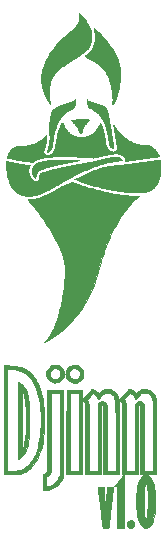
<source format=gbr>
%TF.GenerationSoftware,KiCad,Pcbnew,(5.1.7)-1*%
%TF.CreationDate,2020-10-07T08:37:43+11:00*%
%TF.ProjectId,Board-DjinnBase,426f6172-642d-4446-9a69-6e6e42617365,rev?*%
%TF.SameCoordinates,Original*%
%TF.FileFunction,Legend,Top*%
%TF.FilePolarity,Positive*%
%FSLAX46Y46*%
G04 Gerber Fmt 4.6, Leading zero omitted, Abs format (unit mm)*
G04 Created by KiCad (PCBNEW (5.1.7)-1) date 2020-10-07 08:37:43*
%MOMM*%
%LPD*%
G01*
G04 APERTURE LIST*
%ADD10C,0.010000*%
G04 APERTURE END LIST*
D10*
%TO.C,LOGO5*%
G36*
X139775230Y-61351114D02*
G01*
X139812944Y-61377861D01*
X139864398Y-61417388D01*
X139924579Y-61465561D01*
X139988472Y-61518246D01*
X140051060Y-61571309D01*
X140107329Y-61620618D01*
X140152263Y-61662038D01*
X140180208Y-61690690D01*
X140261414Y-61796383D01*
X140334428Y-61916534D01*
X140399648Y-62052870D01*
X140457474Y-62207117D01*
X140508304Y-62381004D01*
X140552537Y-62576257D01*
X140590574Y-62794601D01*
X140622811Y-63037765D01*
X140649650Y-63307475D01*
X140671487Y-63605458D01*
X140686370Y-63881280D01*
X140691278Y-64017871D01*
X140694702Y-64179471D01*
X140696694Y-64360302D01*
X140697308Y-64554590D01*
X140696597Y-64756560D01*
X140694613Y-64960436D01*
X140691411Y-65160442D01*
X140687042Y-65350803D01*
X140681561Y-65525745D01*
X140675020Y-65679491D01*
X140668863Y-65786280D01*
X140640610Y-66110271D01*
X140601281Y-66405301D01*
X140550707Y-66672227D01*
X140488719Y-66911905D01*
X140415146Y-67125193D01*
X140392447Y-67180302D01*
X140337625Y-67299094D01*
X140281390Y-67398509D01*
X140218037Y-67485721D01*
X140141864Y-67567902D01*
X140047166Y-67652227D01*
X139965359Y-67717488D01*
X139899744Y-67768202D01*
X139842141Y-67812749D01*
X139797718Y-67847132D01*
X139771643Y-67867351D01*
X139768078Y-67870129D01*
X139765702Y-67866493D01*
X139763511Y-67850989D01*
X139761500Y-67822528D01*
X139759660Y-67780020D01*
X139757987Y-67722377D01*
X139756472Y-67648509D01*
X139755110Y-67557328D01*
X139753893Y-67447743D01*
X139752816Y-67318667D01*
X139751871Y-67169009D01*
X139751053Y-66997681D01*
X139750353Y-66803593D01*
X139749766Y-66585657D01*
X139749285Y-66342783D01*
X139748903Y-66073882D01*
X139748614Y-65777866D01*
X139748411Y-65453644D01*
X139748287Y-65100128D01*
X139748237Y-64716228D01*
X139748235Y-64613473D01*
X139748243Y-64540318D01*
X140034707Y-64540318D01*
X140034724Y-64614561D01*
X140035463Y-67222967D01*
X140076857Y-67143592D01*
X140103494Y-67087675D01*
X140133809Y-67016850D01*
X140161313Y-66946285D01*
X140161727Y-66945155D01*
X140220032Y-66759696D01*
X140270493Y-66544527D01*
X140312914Y-66300751D01*
X140347099Y-66029473D01*
X140370101Y-65770405D01*
X140375366Y-65678676D01*
X140379872Y-65560184D01*
X140383617Y-65419202D01*
X140386602Y-65259999D01*
X140388825Y-65086847D01*
X140390285Y-64904016D01*
X140390981Y-64715778D01*
X140390911Y-64526403D01*
X140390076Y-64340162D01*
X140388473Y-64161326D01*
X140386102Y-63994166D01*
X140382961Y-63842954D01*
X140379051Y-63711959D01*
X140374369Y-63605453D01*
X140370643Y-63547905D01*
X140347959Y-63285421D01*
X140323187Y-63052642D01*
X140296050Y-62847575D01*
X140266266Y-62668225D01*
X140233558Y-62512600D01*
X140215672Y-62441766D01*
X140194707Y-62370707D01*
X140168637Y-62292548D01*
X140139924Y-62213559D01*
X140111027Y-62140013D01*
X140084406Y-62078179D01*
X140062521Y-62034329D01*
X140048247Y-62014970D01*
X140046517Y-62029541D01*
X140044878Y-62074614D01*
X140043338Y-62148940D01*
X140041901Y-62251272D01*
X140040576Y-62380362D01*
X140039368Y-62534960D01*
X140038284Y-62713821D01*
X140037330Y-62915694D01*
X140036513Y-63139332D01*
X140035839Y-63383488D01*
X140035315Y-63646912D01*
X140034948Y-63928358D01*
X140034743Y-64226576D01*
X140034707Y-64540318D01*
X139748243Y-64540318D01*
X139748273Y-64293585D01*
X139748386Y-63982232D01*
X139748569Y-63680895D01*
X139748820Y-63391055D01*
X139749134Y-63114192D01*
X139749508Y-62851787D01*
X139749938Y-62605319D01*
X139750420Y-62376270D01*
X139750952Y-62166119D01*
X139751529Y-61976346D01*
X139752147Y-61808433D01*
X139752804Y-61663860D01*
X139753494Y-61544107D01*
X139754216Y-61450654D01*
X139754964Y-61384981D01*
X139755736Y-61348570D01*
X139756274Y-61341280D01*
X139775230Y-61351114D01*
G37*
X139775230Y-61351114D02*
X139812944Y-61377861D01*
X139864398Y-61417388D01*
X139924579Y-61465561D01*
X139988472Y-61518246D01*
X140051060Y-61571309D01*
X140107329Y-61620618D01*
X140152263Y-61662038D01*
X140180208Y-61690690D01*
X140261414Y-61796383D01*
X140334428Y-61916534D01*
X140399648Y-62052870D01*
X140457474Y-62207117D01*
X140508304Y-62381004D01*
X140552537Y-62576257D01*
X140590574Y-62794601D01*
X140622811Y-63037765D01*
X140649650Y-63307475D01*
X140671487Y-63605458D01*
X140686370Y-63881280D01*
X140691278Y-64017871D01*
X140694702Y-64179471D01*
X140696694Y-64360302D01*
X140697308Y-64554590D01*
X140696597Y-64756560D01*
X140694613Y-64960436D01*
X140691411Y-65160442D01*
X140687042Y-65350803D01*
X140681561Y-65525745D01*
X140675020Y-65679491D01*
X140668863Y-65786280D01*
X140640610Y-66110271D01*
X140601281Y-66405301D01*
X140550707Y-66672227D01*
X140488719Y-66911905D01*
X140415146Y-67125193D01*
X140392447Y-67180302D01*
X140337625Y-67299094D01*
X140281390Y-67398509D01*
X140218037Y-67485721D01*
X140141864Y-67567902D01*
X140047166Y-67652227D01*
X139965359Y-67717488D01*
X139899744Y-67768202D01*
X139842141Y-67812749D01*
X139797718Y-67847132D01*
X139771643Y-67867351D01*
X139768078Y-67870129D01*
X139765702Y-67866493D01*
X139763511Y-67850989D01*
X139761500Y-67822528D01*
X139759660Y-67780020D01*
X139757987Y-67722377D01*
X139756472Y-67648509D01*
X139755110Y-67557328D01*
X139753893Y-67447743D01*
X139752816Y-67318667D01*
X139751871Y-67169009D01*
X139751053Y-66997681D01*
X139750353Y-66803593D01*
X139749766Y-66585657D01*
X139749285Y-66342783D01*
X139748903Y-66073882D01*
X139748614Y-65777866D01*
X139748411Y-65453644D01*
X139748287Y-65100128D01*
X139748237Y-64716228D01*
X139748235Y-64613473D01*
X139748243Y-64540318D01*
X140034707Y-64540318D01*
X140034724Y-64614561D01*
X140035463Y-67222967D01*
X140076857Y-67143592D01*
X140103494Y-67087675D01*
X140133809Y-67016850D01*
X140161313Y-66946285D01*
X140161727Y-66945155D01*
X140220032Y-66759696D01*
X140270493Y-66544527D01*
X140312914Y-66300751D01*
X140347099Y-66029473D01*
X140370101Y-65770405D01*
X140375366Y-65678676D01*
X140379872Y-65560184D01*
X140383617Y-65419202D01*
X140386602Y-65259999D01*
X140388825Y-65086847D01*
X140390285Y-64904016D01*
X140390981Y-64715778D01*
X140390911Y-64526403D01*
X140390076Y-64340162D01*
X140388473Y-64161326D01*
X140386102Y-63994166D01*
X140382961Y-63842954D01*
X140379051Y-63711959D01*
X140374369Y-63605453D01*
X140370643Y-63547905D01*
X140347959Y-63285421D01*
X140323187Y-63052642D01*
X140296050Y-62847575D01*
X140266266Y-62668225D01*
X140233558Y-62512600D01*
X140215672Y-62441766D01*
X140194707Y-62370707D01*
X140168637Y-62292548D01*
X140139924Y-62213559D01*
X140111027Y-62140013D01*
X140084406Y-62078179D01*
X140062521Y-62034329D01*
X140048247Y-62014970D01*
X140046517Y-62029541D01*
X140044878Y-62074614D01*
X140043338Y-62148940D01*
X140041901Y-62251272D01*
X140040576Y-62380362D01*
X140039368Y-62534960D01*
X140038284Y-62713821D01*
X140037330Y-62915694D01*
X140036513Y-63139332D01*
X140035839Y-63383488D01*
X140035315Y-63646912D01*
X140034948Y-63928358D01*
X140034743Y-64226576D01*
X140034707Y-64540318D01*
X139748243Y-64540318D01*
X139748273Y-64293585D01*
X139748386Y-63982232D01*
X139748569Y-63680895D01*
X139748820Y-63391055D01*
X139749134Y-63114192D01*
X139749508Y-62851787D01*
X139749938Y-62605319D01*
X139750420Y-62376270D01*
X139750952Y-62166119D01*
X139751529Y-61976346D01*
X139752147Y-61808433D01*
X139752804Y-61663860D01*
X139753494Y-61544107D01*
X139754216Y-61450654D01*
X139754964Y-61384981D01*
X139755736Y-61348570D01*
X139756274Y-61341280D01*
X139775230Y-61351114D01*
G36*
X143016116Y-59926651D02*
G01*
X143156680Y-59968791D01*
X143244135Y-60012275D01*
X143300713Y-60052899D01*
X143365745Y-60110898D01*
X143431248Y-60177944D01*
X143489241Y-60245712D01*
X143531742Y-60305876D01*
X143540251Y-60321147D01*
X143594729Y-60460909D01*
X143619785Y-60604583D01*
X143616768Y-60748259D01*
X143587027Y-60888027D01*
X143531914Y-61019976D01*
X143452775Y-61140196D01*
X143350962Y-61244778D01*
X143227823Y-61329811D01*
X143184478Y-61352092D01*
X143125698Y-61378884D01*
X143078084Y-61396309D01*
X143030981Y-61406692D01*
X142973736Y-61412361D01*
X142895694Y-61415641D01*
X142893103Y-61415721D01*
X142802774Y-61416815D01*
X142734290Y-61413064D01*
X142677991Y-61403567D01*
X142637307Y-61391921D01*
X142493868Y-61328172D01*
X142368129Y-61238734D01*
X142262588Y-61125792D01*
X142179991Y-60992030D01*
X142155719Y-60941552D01*
X142139314Y-60901553D01*
X142129234Y-60863663D01*
X142123941Y-60819512D01*
X142121892Y-60760732D01*
X142121710Y-60717409D01*
X142411029Y-60717409D01*
X142435395Y-60828302D01*
X142454602Y-60873735D01*
X142511616Y-60960042D01*
X142588628Y-61033927D01*
X142676110Y-61086645D01*
X142694731Y-61094138D01*
X142781082Y-61113912D01*
X142879650Y-61118045D01*
X142976874Y-61107011D01*
X143058777Y-61081476D01*
X143117510Y-61046041D01*
X143177226Y-60997390D01*
X143204428Y-60969625D01*
X143271481Y-60871514D01*
X143310393Y-60764824D01*
X143321248Y-60654453D01*
X143304127Y-60545296D01*
X143259111Y-60442250D01*
X143194246Y-60358196D01*
X143125757Y-60294690D01*
X143061759Y-60253642D01*
X142991053Y-60229907D01*
X142902441Y-60218340D01*
X142887839Y-60217391D01*
X142820536Y-60214843D01*
X142772102Y-60218213D01*
X142729886Y-60229615D01*
X142681236Y-60251161D01*
X142678915Y-60252294D01*
X142579262Y-60317097D01*
X142500881Y-60400902D01*
X142445538Y-60498817D01*
X142414999Y-60605950D01*
X142411029Y-60717409D01*
X142121710Y-60717409D01*
X142121547Y-60678954D01*
X142121547Y-60674530D01*
X142121868Y-60591354D01*
X142123848Y-60531526D01*
X142129011Y-60486642D01*
X142138879Y-60448301D01*
X142154977Y-60408100D01*
X142178828Y-60357637D01*
X142179122Y-60357030D01*
X142243714Y-60241714D01*
X142317253Y-60149042D01*
X142407485Y-60069930D01*
X142448836Y-60040815D01*
X142581640Y-59970216D01*
X142723711Y-59927539D01*
X142870165Y-59912958D01*
X143016116Y-59926651D01*
G37*
X143016116Y-59926651D02*
X143156680Y-59968791D01*
X143244135Y-60012275D01*
X143300713Y-60052899D01*
X143365745Y-60110898D01*
X143431248Y-60177944D01*
X143489241Y-60245712D01*
X143531742Y-60305876D01*
X143540251Y-60321147D01*
X143594729Y-60460909D01*
X143619785Y-60604583D01*
X143616768Y-60748259D01*
X143587027Y-60888027D01*
X143531914Y-61019976D01*
X143452775Y-61140196D01*
X143350962Y-61244778D01*
X143227823Y-61329811D01*
X143184478Y-61352092D01*
X143125698Y-61378884D01*
X143078084Y-61396309D01*
X143030981Y-61406692D01*
X142973736Y-61412361D01*
X142895694Y-61415641D01*
X142893103Y-61415721D01*
X142802774Y-61416815D01*
X142734290Y-61413064D01*
X142677991Y-61403567D01*
X142637307Y-61391921D01*
X142493868Y-61328172D01*
X142368129Y-61238734D01*
X142262588Y-61125792D01*
X142179991Y-60992030D01*
X142155719Y-60941552D01*
X142139314Y-60901553D01*
X142129234Y-60863663D01*
X142123941Y-60819512D01*
X142121892Y-60760732D01*
X142121710Y-60717409D01*
X142411029Y-60717409D01*
X142435395Y-60828302D01*
X142454602Y-60873735D01*
X142511616Y-60960042D01*
X142588628Y-61033927D01*
X142676110Y-61086645D01*
X142694731Y-61094138D01*
X142781082Y-61113912D01*
X142879650Y-61118045D01*
X142976874Y-61107011D01*
X143058777Y-61081476D01*
X143117510Y-61046041D01*
X143177226Y-60997390D01*
X143204428Y-60969625D01*
X143271481Y-60871514D01*
X143310393Y-60764824D01*
X143321248Y-60654453D01*
X143304127Y-60545296D01*
X143259111Y-60442250D01*
X143194246Y-60358196D01*
X143125757Y-60294690D01*
X143061759Y-60253642D01*
X142991053Y-60229907D01*
X142902441Y-60218340D01*
X142887839Y-60217391D01*
X142820536Y-60214843D01*
X142772102Y-60218213D01*
X142729886Y-60229615D01*
X142681236Y-60251161D01*
X142678915Y-60252294D01*
X142579262Y-60317097D01*
X142500881Y-60400902D01*
X142445538Y-60498817D01*
X142414999Y-60605950D01*
X142411029Y-60717409D01*
X142121710Y-60717409D01*
X142121547Y-60678954D01*
X142121547Y-60674530D01*
X142121868Y-60591354D01*
X142123848Y-60531526D01*
X142129011Y-60486642D01*
X142138879Y-60448301D01*
X142154977Y-60408100D01*
X142178828Y-60357637D01*
X142179122Y-60357030D01*
X142243714Y-60241714D01*
X142317253Y-60149042D01*
X142407485Y-60069930D01*
X142448836Y-60040815D01*
X142581640Y-59970216D01*
X142723711Y-59927539D01*
X142870165Y-59912958D01*
X143016116Y-59926651D01*
G36*
X144615461Y-59920198D02*
G01*
X144755672Y-59950861D01*
X144883366Y-60009694D01*
X145001581Y-60097915D01*
X145062323Y-60157961D01*
X145156338Y-60280882D01*
X145221982Y-60414241D01*
X145259317Y-60554342D01*
X145268403Y-60697493D01*
X145249301Y-60839997D01*
X145202072Y-60978162D01*
X145126776Y-61108292D01*
X145045061Y-61205468D01*
X144927004Y-61304619D01*
X144795680Y-61376869D01*
X144654937Y-61421102D01*
X144508618Y-61436201D01*
X144360571Y-61421050D01*
X144328172Y-61413552D01*
X144245154Y-61389700D01*
X144180204Y-61363560D01*
X144119844Y-61329268D01*
X144092815Y-61311160D01*
X143970381Y-61208661D01*
X143874015Y-61090460D01*
X143804547Y-60959785D01*
X143762809Y-60819865D01*
X143749633Y-60673928D01*
X143752841Y-60644502D01*
X144053946Y-60644502D01*
X144059880Y-60765775D01*
X144094516Y-60875679D01*
X144155968Y-60971356D01*
X144242349Y-61049949D01*
X144351773Y-61108600D01*
X144363139Y-61112972D01*
X144433209Y-61128030D01*
X144518929Y-61130648D01*
X144607116Y-61121677D01*
X144684584Y-61101963D01*
X144710959Y-61090580D01*
X144798248Y-61029896D01*
X144872632Y-60947467D01*
X144929267Y-60851040D01*
X144963309Y-60748363D01*
X144971110Y-60674530D01*
X144958758Y-60567876D01*
X144920154Y-60471348D01*
X144852974Y-60379837D01*
X144822851Y-60348607D01*
X144749727Y-60284357D01*
X144681530Y-60243510D01*
X144607787Y-60221703D01*
X144518025Y-60214572D01*
X144500955Y-60214503D01*
X144391374Y-60228688D01*
X144291490Y-60271407D01*
X144197718Y-60344207D01*
X144195893Y-60345968D01*
X144124126Y-60428757D01*
X144079198Y-60515445D01*
X144056670Y-60615370D01*
X144053946Y-60644502D01*
X143752841Y-60644502D01*
X143765849Y-60525203D01*
X143812289Y-60376919D01*
X143837967Y-60321491D01*
X143897909Y-60229177D01*
X143980569Y-60138207D01*
X144077590Y-60056414D01*
X144180611Y-59991635D01*
X144200415Y-59981782D01*
X144270945Y-59950765D01*
X144331064Y-59931899D01*
X144395913Y-59921372D01*
X144459693Y-59916487D01*
X144615461Y-59920198D01*
G37*
X144615461Y-59920198D02*
X144755672Y-59950861D01*
X144883366Y-60009694D01*
X145001581Y-60097915D01*
X145062323Y-60157961D01*
X145156338Y-60280882D01*
X145221982Y-60414241D01*
X145259317Y-60554342D01*
X145268403Y-60697493D01*
X145249301Y-60839997D01*
X145202072Y-60978162D01*
X145126776Y-61108292D01*
X145045061Y-61205468D01*
X144927004Y-61304619D01*
X144795680Y-61376869D01*
X144654937Y-61421102D01*
X144508618Y-61436201D01*
X144360571Y-61421050D01*
X144328172Y-61413552D01*
X144245154Y-61389700D01*
X144180204Y-61363560D01*
X144119844Y-61329268D01*
X144092815Y-61311160D01*
X143970381Y-61208661D01*
X143874015Y-61090460D01*
X143804547Y-60959785D01*
X143762809Y-60819865D01*
X143749633Y-60673928D01*
X143752841Y-60644502D01*
X144053946Y-60644502D01*
X144059880Y-60765775D01*
X144094516Y-60875679D01*
X144155968Y-60971356D01*
X144242349Y-61049949D01*
X144351773Y-61108600D01*
X144363139Y-61112972D01*
X144433209Y-61128030D01*
X144518929Y-61130648D01*
X144607116Y-61121677D01*
X144684584Y-61101963D01*
X144710959Y-61090580D01*
X144798248Y-61029896D01*
X144872632Y-60947467D01*
X144929267Y-60851040D01*
X144963309Y-60748363D01*
X144971110Y-60674530D01*
X144958758Y-60567876D01*
X144920154Y-60471348D01*
X144852974Y-60379837D01*
X144822851Y-60348607D01*
X144749727Y-60284357D01*
X144681530Y-60243510D01*
X144607787Y-60221703D01*
X144518025Y-60214572D01*
X144500955Y-60214503D01*
X144391374Y-60228688D01*
X144291490Y-60271407D01*
X144197718Y-60344207D01*
X144195893Y-60345968D01*
X144124126Y-60428757D01*
X144079198Y-60515445D01*
X144056670Y-60615370D01*
X144053946Y-60644502D01*
X143752841Y-60644502D01*
X143765849Y-60525203D01*
X143812289Y-60376919D01*
X143837967Y-60321491D01*
X143897909Y-60229177D01*
X143980569Y-60138207D01*
X144077590Y-60056414D01*
X144180611Y-59991635D01*
X144200415Y-59981782D01*
X144270945Y-59950765D01*
X144331064Y-59931899D01*
X144395913Y-59921372D01*
X144459693Y-59916487D01*
X144615461Y-59920198D01*
G36*
X146008090Y-61951056D02*
G01*
X146057236Y-61968273D01*
X146117727Y-61992636D01*
X146181049Y-62020599D01*
X146238684Y-62048618D01*
X146269995Y-62065726D01*
X146314603Y-62096861D01*
X146370991Y-62143239D01*
X146429473Y-62196707D01*
X146451270Y-62218243D01*
X146559422Y-62327907D01*
X146676307Y-62218749D01*
X146738876Y-62164373D01*
X146806168Y-62112363D01*
X146867028Y-62071139D01*
X146887722Y-62059207D01*
X147034625Y-61998251D01*
X147188282Y-61966508D01*
X147344613Y-61963348D01*
X147499539Y-61988140D01*
X147648980Y-62040253D01*
X147788856Y-62119056D01*
X147908059Y-62216986D01*
X148010926Y-62330404D01*
X148094472Y-62453063D01*
X148161802Y-62590904D01*
X148216018Y-62749869D01*
X148244032Y-62859989D01*
X148279648Y-63016092D01*
X148284847Y-66107748D01*
X148290047Y-69199405D01*
X146939610Y-69199405D01*
X146939375Y-66290311D01*
X146939306Y-65919540D01*
X146939153Y-65579350D01*
X146938910Y-65268571D01*
X146938568Y-64986034D01*
X146938119Y-64730570D01*
X146937555Y-64501010D01*
X146936869Y-64296183D01*
X146936051Y-64114922D01*
X146935095Y-63956056D01*
X146933992Y-63818416D01*
X146932734Y-63700833D01*
X146931312Y-63602138D01*
X146929720Y-63521161D01*
X146927949Y-63456734D01*
X146925990Y-63407686D01*
X146923837Y-63372849D01*
X146921480Y-63351052D01*
X146919134Y-63341530D01*
X146886537Y-63306527D01*
X146843223Y-63297189D01*
X146799516Y-63315405D01*
X146795425Y-63318902D01*
X146791704Y-63322847D01*
X146788298Y-63328559D01*
X146785195Y-63337401D01*
X146782380Y-63350734D01*
X146779839Y-63369922D01*
X146777558Y-63396325D01*
X146775524Y-63431307D01*
X146773721Y-63476230D01*
X146772136Y-63532456D01*
X146770756Y-63601347D01*
X146769565Y-63684265D01*
X146768551Y-63782573D01*
X146767698Y-63897633D01*
X146766993Y-64030807D01*
X146766422Y-64183458D01*
X146765970Y-64356948D01*
X146765625Y-64552638D01*
X146765371Y-64771892D01*
X146765194Y-65016071D01*
X146765081Y-65286537D01*
X146765018Y-65584654D01*
X146764991Y-65911783D01*
X146764985Y-66269286D01*
X146764985Y-69199405D01*
X145416093Y-69199405D01*
X145411883Y-66202998D01*
X145407672Y-63206592D01*
X145369701Y-63122558D01*
X145342511Y-63075207D01*
X145304708Y-63025025D01*
X145262914Y-62979173D01*
X145223748Y-62944807D01*
X145193829Y-62929087D01*
X145190502Y-62928779D01*
X145189202Y-62944402D01*
X145187938Y-62990263D01*
X145186716Y-63064849D01*
X145185542Y-63166648D01*
X145184422Y-63294147D01*
X145183363Y-63445835D01*
X145182371Y-63620199D01*
X145181452Y-63815726D01*
X145180613Y-64030905D01*
X145179859Y-64264223D01*
X145179198Y-64514167D01*
X145178635Y-64779225D01*
X145178176Y-65057886D01*
X145177829Y-65348636D01*
X145177598Y-65649963D01*
X145177492Y-65960356D01*
X145177485Y-66064092D01*
X145177485Y-69199405D01*
X143828040Y-69199405D01*
X143828376Y-68897780D01*
X144129659Y-68897780D01*
X144875860Y-68897780D01*
X144875860Y-62855690D01*
X145560798Y-62855690D01*
X145588281Y-62896203D01*
X145621859Y-62956452D01*
X145657312Y-63038771D01*
X145688522Y-63127217D01*
X145691143Y-63141275D01*
X145693565Y-63167177D01*
X145695798Y-63206115D01*
X145697852Y-63259283D01*
X145699737Y-63327872D01*
X145701464Y-63413077D01*
X145703042Y-63516090D01*
X145704481Y-63638103D01*
X145705793Y-63780311D01*
X145706986Y-63943905D01*
X145708071Y-64130079D01*
X145709059Y-64340026D01*
X145709958Y-64574938D01*
X145710780Y-64836008D01*
X145711535Y-65124430D01*
X145712233Y-65441396D01*
X145712883Y-65788100D01*
X145713308Y-66044248D01*
X145717824Y-68897780D01*
X146463360Y-68897780D01*
X146463360Y-63267577D01*
X146523390Y-63181522D01*
X146598468Y-63096877D01*
X146669532Y-63043873D01*
X146765387Y-63002950D01*
X146862524Y-62991143D01*
X146956685Y-63006307D01*
X147043611Y-63046295D01*
X147119045Y-63108963D01*
X147178727Y-63192163D01*
X147218401Y-63293750D01*
X147225092Y-63323853D01*
X147227400Y-63352359D01*
X147229537Y-63412322D01*
X147231500Y-63503453D01*
X147233288Y-63625457D01*
X147234900Y-63778045D01*
X147236333Y-63960924D01*
X147237586Y-64173803D01*
X147238657Y-64416389D01*
X147239545Y-64688392D01*
X147240248Y-64989520D01*
X147240764Y-65319480D01*
X147241092Y-65677982D01*
X147241230Y-66064734D01*
X147241235Y-66153571D01*
X147241235Y-68897780D01*
X147987360Y-68897780D01*
X147987229Y-66060123D01*
X147987117Y-65668358D01*
X147986820Y-65302034D01*
X147986341Y-64961656D01*
X147985682Y-64647725D01*
X147984847Y-64360744D01*
X147983837Y-64101216D01*
X147982657Y-63869644D01*
X147981308Y-63666530D01*
X147979793Y-63492378D01*
X147978115Y-63347689D01*
X147976277Y-63232968D01*
X147974282Y-63148716D01*
X147972132Y-63095436D01*
X147970893Y-63079592D01*
X147938703Y-62886728D01*
X147888706Y-62719875D01*
X147820653Y-62578591D01*
X147734298Y-62462435D01*
X147629393Y-62370966D01*
X147546127Y-62322046D01*
X147492772Y-62297137D01*
X147448846Y-62281724D01*
X147403275Y-62273563D01*
X147344987Y-62270409D01*
X147289193Y-62269979D01*
X147208545Y-62271580D01*
X147149490Y-62277403D01*
X147101985Y-62288997D01*
X147062188Y-62305005D01*
X146987142Y-62350859D01*
X146898584Y-62425361D01*
X146796573Y-62528454D01*
X146681168Y-62660081D01*
X146657328Y-62688802D01*
X146601371Y-62757520D01*
X146561470Y-62803396D01*
X146532088Y-62825844D01*
X146507686Y-62824279D01*
X146482727Y-62798114D01*
X146451671Y-62746764D01*
X146408980Y-62669644D01*
X146404756Y-62662092D01*
X146337594Y-62554480D01*
X146264285Y-62458161D01*
X146190126Y-62379414D01*
X146120412Y-62324520D01*
X146119726Y-62324095D01*
X146102207Y-62312229D01*
X146088356Y-62303259D01*
X146075364Y-62299506D01*
X146060421Y-62303293D01*
X146040719Y-62316943D01*
X146013448Y-62342777D01*
X145975799Y-62383117D01*
X145924963Y-62440287D01*
X145858130Y-62516608D01*
X145782925Y-62602516D01*
X145560798Y-62855690D01*
X144875860Y-62855690D01*
X144875860Y-62324944D01*
X144506766Y-62329206D01*
X144137672Y-62333467D01*
X144133666Y-65615623D01*
X144129659Y-68897780D01*
X143828376Y-68897780D01*
X143832044Y-65615623D01*
X143836047Y-62031842D01*
X144506497Y-62027701D01*
X145176948Y-62023560D01*
X145185422Y-62832048D01*
X145573038Y-62388289D01*
X145661351Y-62287726D01*
X145743565Y-62195146D01*
X145817262Y-62113195D01*
X145880024Y-62044517D01*
X145929430Y-61991758D01*
X145963062Y-61957563D01*
X145978502Y-61944577D01*
X145978809Y-61944530D01*
X146008090Y-61951056D01*
G37*
X146008090Y-61951056D02*
X146057236Y-61968273D01*
X146117727Y-61992636D01*
X146181049Y-62020599D01*
X146238684Y-62048618D01*
X146269995Y-62065726D01*
X146314603Y-62096861D01*
X146370991Y-62143239D01*
X146429473Y-62196707D01*
X146451270Y-62218243D01*
X146559422Y-62327907D01*
X146676307Y-62218749D01*
X146738876Y-62164373D01*
X146806168Y-62112363D01*
X146867028Y-62071139D01*
X146887722Y-62059207D01*
X147034625Y-61998251D01*
X147188282Y-61966508D01*
X147344613Y-61963348D01*
X147499539Y-61988140D01*
X147648980Y-62040253D01*
X147788856Y-62119056D01*
X147908059Y-62216986D01*
X148010926Y-62330404D01*
X148094472Y-62453063D01*
X148161802Y-62590904D01*
X148216018Y-62749869D01*
X148244032Y-62859989D01*
X148279648Y-63016092D01*
X148284847Y-66107748D01*
X148290047Y-69199405D01*
X146939610Y-69199405D01*
X146939375Y-66290311D01*
X146939306Y-65919540D01*
X146939153Y-65579350D01*
X146938910Y-65268571D01*
X146938568Y-64986034D01*
X146938119Y-64730570D01*
X146937555Y-64501010D01*
X146936869Y-64296183D01*
X146936051Y-64114922D01*
X146935095Y-63956056D01*
X146933992Y-63818416D01*
X146932734Y-63700833D01*
X146931312Y-63602138D01*
X146929720Y-63521161D01*
X146927949Y-63456734D01*
X146925990Y-63407686D01*
X146923837Y-63372849D01*
X146921480Y-63351052D01*
X146919134Y-63341530D01*
X146886537Y-63306527D01*
X146843223Y-63297189D01*
X146799516Y-63315405D01*
X146795425Y-63318902D01*
X146791704Y-63322847D01*
X146788298Y-63328559D01*
X146785195Y-63337401D01*
X146782380Y-63350734D01*
X146779839Y-63369922D01*
X146777558Y-63396325D01*
X146775524Y-63431307D01*
X146773721Y-63476230D01*
X146772136Y-63532456D01*
X146770756Y-63601347D01*
X146769565Y-63684265D01*
X146768551Y-63782573D01*
X146767698Y-63897633D01*
X146766993Y-64030807D01*
X146766422Y-64183458D01*
X146765970Y-64356948D01*
X146765625Y-64552638D01*
X146765371Y-64771892D01*
X146765194Y-65016071D01*
X146765081Y-65286537D01*
X146765018Y-65584654D01*
X146764991Y-65911783D01*
X146764985Y-66269286D01*
X146764985Y-69199405D01*
X145416093Y-69199405D01*
X145411883Y-66202998D01*
X145407672Y-63206592D01*
X145369701Y-63122558D01*
X145342511Y-63075207D01*
X145304708Y-63025025D01*
X145262914Y-62979173D01*
X145223748Y-62944807D01*
X145193829Y-62929087D01*
X145190502Y-62928779D01*
X145189202Y-62944402D01*
X145187938Y-62990263D01*
X145186716Y-63064849D01*
X145185542Y-63166648D01*
X145184422Y-63294147D01*
X145183363Y-63445835D01*
X145182371Y-63620199D01*
X145181452Y-63815726D01*
X145180613Y-64030905D01*
X145179859Y-64264223D01*
X145179198Y-64514167D01*
X145178635Y-64779225D01*
X145178176Y-65057886D01*
X145177829Y-65348636D01*
X145177598Y-65649963D01*
X145177492Y-65960356D01*
X145177485Y-66064092D01*
X145177485Y-69199405D01*
X143828040Y-69199405D01*
X143828376Y-68897780D01*
X144129659Y-68897780D01*
X144875860Y-68897780D01*
X144875860Y-62855690D01*
X145560798Y-62855690D01*
X145588281Y-62896203D01*
X145621859Y-62956452D01*
X145657312Y-63038771D01*
X145688522Y-63127217D01*
X145691143Y-63141275D01*
X145693565Y-63167177D01*
X145695798Y-63206115D01*
X145697852Y-63259283D01*
X145699737Y-63327872D01*
X145701464Y-63413077D01*
X145703042Y-63516090D01*
X145704481Y-63638103D01*
X145705793Y-63780311D01*
X145706986Y-63943905D01*
X145708071Y-64130079D01*
X145709059Y-64340026D01*
X145709958Y-64574938D01*
X145710780Y-64836008D01*
X145711535Y-65124430D01*
X145712233Y-65441396D01*
X145712883Y-65788100D01*
X145713308Y-66044248D01*
X145717824Y-68897780D01*
X146463360Y-68897780D01*
X146463360Y-63267577D01*
X146523390Y-63181522D01*
X146598468Y-63096877D01*
X146669532Y-63043873D01*
X146765387Y-63002950D01*
X146862524Y-62991143D01*
X146956685Y-63006307D01*
X147043611Y-63046295D01*
X147119045Y-63108963D01*
X147178727Y-63192163D01*
X147218401Y-63293750D01*
X147225092Y-63323853D01*
X147227400Y-63352359D01*
X147229537Y-63412322D01*
X147231500Y-63503453D01*
X147233288Y-63625457D01*
X147234900Y-63778045D01*
X147236333Y-63960924D01*
X147237586Y-64173803D01*
X147238657Y-64416389D01*
X147239545Y-64688392D01*
X147240248Y-64989520D01*
X147240764Y-65319480D01*
X147241092Y-65677982D01*
X147241230Y-66064734D01*
X147241235Y-66153571D01*
X147241235Y-68897780D01*
X147987360Y-68897780D01*
X147987229Y-66060123D01*
X147987117Y-65668358D01*
X147986820Y-65302034D01*
X147986341Y-64961656D01*
X147985682Y-64647725D01*
X147984847Y-64360744D01*
X147983837Y-64101216D01*
X147982657Y-63869644D01*
X147981308Y-63666530D01*
X147979793Y-63492378D01*
X147978115Y-63347689D01*
X147976277Y-63232968D01*
X147974282Y-63148716D01*
X147972132Y-63095436D01*
X147970893Y-63079592D01*
X147938703Y-62886728D01*
X147888706Y-62719875D01*
X147820653Y-62578591D01*
X147734298Y-62462435D01*
X147629393Y-62370966D01*
X147546127Y-62322046D01*
X147492772Y-62297137D01*
X147448846Y-62281724D01*
X147403275Y-62273563D01*
X147344987Y-62270409D01*
X147289193Y-62269979D01*
X147208545Y-62271580D01*
X147149490Y-62277403D01*
X147101985Y-62288997D01*
X147062188Y-62305005D01*
X146987142Y-62350859D01*
X146898584Y-62425361D01*
X146796573Y-62528454D01*
X146681168Y-62660081D01*
X146657328Y-62688802D01*
X146601371Y-62757520D01*
X146561470Y-62803396D01*
X146532088Y-62825844D01*
X146507686Y-62824279D01*
X146482727Y-62798114D01*
X146451671Y-62746764D01*
X146408980Y-62669644D01*
X146404756Y-62662092D01*
X146337594Y-62554480D01*
X146264285Y-62458161D01*
X146190126Y-62379414D01*
X146120412Y-62324520D01*
X146119726Y-62324095D01*
X146102207Y-62312229D01*
X146088356Y-62303259D01*
X146075364Y-62299506D01*
X146060421Y-62303293D01*
X146040719Y-62316943D01*
X146013448Y-62342777D01*
X145975799Y-62383117D01*
X145924963Y-62440287D01*
X145858130Y-62516608D01*
X145782925Y-62602516D01*
X145560798Y-62855690D01*
X144875860Y-62855690D01*
X144875860Y-62324944D01*
X144506766Y-62329206D01*
X144137672Y-62333467D01*
X144133666Y-65615623D01*
X144129659Y-68897780D01*
X143828376Y-68897780D01*
X143832044Y-65615623D01*
X143836047Y-62031842D01*
X144506497Y-62027701D01*
X145176948Y-62023560D01*
X145185422Y-62832048D01*
X145573038Y-62388289D01*
X145661351Y-62287726D01*
X145743565Y-62195146D01*
X145817262Y-62113195D01*
X145880024Y-62044517D01*
X145929430Y-61991758D01*
X145963062Y-61957563D01*
X145978502Y-61944577D01*
X145978809Y-61944530D01*
X146008090Y-61951056D01*
G36*
X138847328Y-59976043D02*
G01*
X139119266Y-59981321D01*
X139364939Y-59997621D01*
X139588118Y-60025674D01*
X139792576Y-60066214D01*
X139982085Y-60119973D01*
X140160416Y-60187685D01*
X140314391Y-60261118D01*
X140514032Y-60382885D01*
X140705197Y-60534176D01*
X140886452Y-60713557D01*
X141056363Y-60919590D01*
X141213497Y-61150843D01*
X141229907Y-61177703D01*
X141286245Y-61277743D01*
X141348416Y-61399746D01*
X141412641Y-61535419D01*
X141475145Y-61676463D01*
X141532151Y-61814584D01*
X141579882Y-61941484D01*
X141587276Y-61962725D01*
X141683293Y-62268979D01*
X141763990Y-62584667D01*
X141830174Y-62914151D01*
X141882651Y-63261796D01*
X141922231Y-63631964D01*
X141940432Y-63871407D01*
X141945913Y-63982682D01*
X141949711Y-64118677D01*
X141951900Y-64274003D01*
X141952556Y-64443273D01*
X141951752Y-64621101D01*
X141949564Y-64802097D01*
X141946066Y-64980876D01*
X141941333Y-65152048D01*
X141935440Y-65310228D01*
X141928461Y-65450026D01*
X141920471Y-65566057D01*
X141916306Y-65611655D01*
X141866794Y-66026975D01*
X141805337Y-66413672D01*
X141731586Y-66772677D01*
X141645195Y-67104923D01*
X141545820Y-67411342D01*
X141433112Y-67692864D01*
X141306726Y-67950423D01*
X141166315Y-68184949D01*
X141011533Y-68397374D01*
X140842034Y-68588631D01*
X140790991Y-68639386D01*
X140630137Y-68780475D01*
X140462361Y-68897889D01*
X140282822Y-68994010D01*
X140086682Y-69071217D01*
X139869101Y-69131893D01*
X139732360Y-69160229D01*
X139678866Y-69168785D01*
X139617228Y-69175824D01*
X139543457Y-69181554D01*
X139453566Y-69186184D01*
X139343565Y-69189924D01*
X139209467Y-69192982D01*
X139061641Y-69195369D01*
X138541735Y-69202621D01*
X138541735Y-68901682D01*
X138827427Y-68901682D01*
X139212424Y-68893274D01*
X139346986Y-68889825D01*
X139455405Y-68885717D01*
X139543288Y-68880513D01*
X139616243Y-68873776D01*
X139679875Y-68865068D01*
X139739793Y-68853953D01*
X139753195Y-68851106D01*
X139977805Y-68790337D01*
X140179560Y-68709554D01*
X140361659Y-68606889D01*
X140527300Y-68480472D01*
X140679681Y-68328436D01*
X140712172Y-68290855D01*
X140857061Y-68103789D01*
X140988402Y-67901798D01*
X141106797Y-67683099D01*
X141212844Y-67445909D01*
X141307143Y-67188446D01*
X141390294Y-66908928D01*
X141462898Y-66605572D01*
X141525552Y-66276596D01*
X141578858Y-65920217D01*
X141616286Y-65603717D01*
X141625119Y-65498495D01*
X141632495Y-65366901D01*
X141638413Y-65213744D01*
X141642873Y-65043836D01*
X141645874Y-64861986D01*
X141647415Y-64673005D01*
X141647497Y-64481704D01*
X141646117Y-64292893D01*
X141643276Y-64111382D01*
X141638972Y-63941983D01*
X141633206Y-63789506D01*
X141625976Y-63658760D01*
X141617282Y-63554557D01*
X141616566Y-63547905D01*
X141569926Y-63183450D01*
X141512591Y-62845975D01*
X141443730Y-62532278D01*
X141362507Y-62239158D01*
X141268089Y-61963415D01*
X141159642Y-61701848D01*
X141105762Y-61587342D01*
X140970522Y-61334451D01*
X140825732Y-61111336D01*
X140669982Y-60917085D01*
X140501861Y-60750785D01*
X140319957Y-60611523D01*
X140122861Y-60498386D01*
X139909162Y-60410462D01*
X139677448Y-60346839D01*
X139426310Y-60306602D01*
X139154337Y-60288841D01*
X139097360Y-60287905D01*
X138835422Y-60285592D01*
X138831424Y-64593637D01*
X138827427Y-68901682D01*
X138541735Y-68901682D01*
X138541735Y-59976030D01*
X138847328Y-59976043D01*
G37*
X138847328Y-59976043D02*
X139119266Y-59981321D01*
X139364939Y-59997621D01*
X139588118Y-60025674D01*
X139792576Y-60066214D01*
X139982085Y-60119973D01*
X140160416Y-60187685D01*
X140314391Y-60261118D01*
X140514032Y-60382885D01*
X140705197Y-60534176D01*
X140886452Y-60713557D01*
X141056363Y-60919590D01*
X141213497Y-61150843D01*
X141229907Y-61177703D01*
X141286245Y-61277743D01*
X141348416Y-61399746D01*
X141412641Y-61535419D01*
X141475145Y-61676463D01*
X141532151Y-61814584D01*
X141579882Y-61941484D01*
X141587276Y-61962725D01*
X141683293Y-62268979D01*
X141763990Y-62584667D01*
X141830174Y-62914151D01*
X141882651Y-63261796D01*
X141922231Y-63631964D01*
X141940432Y-63871407D01*
X141945913Y-63982682D01*
X141949711Y-64118677D01*
X141951900Y-64274003D01*
X141952556Y-64443273D01*
X141951752Y-64621101D01*
X141949564Y-64802097D01*
X141946066Y-64980876D01*
X141941333Y-65152048D01*
X141935440Y-65310228D01*
X141928461Y-65450026D01*
X141920471Y-65566057D01*
X141916306Y-65611655D01*
X141866794Y-66026975D01*
X141805337Y-66413672D01*
X141731586Y-66772677D01*
X141645195Y-67104923D01*
X141545820Y-67411342D01*
X141433112Y-67692864D01*
X141306726Y-67950423D01*
X141166315Y-68184949D01*
X141011533Y-68397374D01*
X140842034Y-68588631D01*
X140790991Y-68639386D01*
X140630137Y-68780475D01*
X140462361Y-68897889D01*
X140282822Y-68994010D01*
X140086682Y-69071217D01*
X139869101Y-69131893D01*
X139732360Y-69160229D01*
X139678866Y-69168785D01*
X139617228Y-69175824D01*
X139543457Y-69181554D01*
X139453566Y-69186184D01*
X139343565Y-69189924D01*
X139209467Y-69192982D01*
X139061641Y-69195369D01*
X138541735Y-69202621D01*
X138541735Y-68901682D01*
X138827427Y-68901682D01*
X139212424Y-68893274D01*
X139346986Y-68889825D01*
X139455405Y-68885717D01*
X139543288Y-68880513D01*
X139616243Y-68873776D01*
X139679875Y-68865068D01*
X139739793Y-68853953D01*
X139753195Y-68851106D01*
X139977805Y-68790337D01*
X140179560Y-68709554D01*
X140361659Y-68606889D01*
X140527300Y-68480472D01*
X140679681Y-68328436D01*
X140712172Y-68290855D01*
X140857061Y-68103789D01*
X140988402Y-67901798D01*
X141106797Y-67683099D01*
X141212844Y-67445909D01*
X141307143Y-67188446D01*
X141390294Y-66908928D01*
X141462898Y-66605572D01*
X141525552Y-66276596D01*
X141578858Y-65920217D01*
X141616286Y-65603717D01*
X141625119Y-65498495D01*
X141632495Y-65366901D01*
X141638413Y-65213744D01*
X141642873Y-65043836D01*
X141645874Y-64861986D01*
X141647415Y-64673005D01*
X141647497Y-64481704D01*
X141646117Y-64292893D01*
X141643276Y-64111382D01*
X141638972Y-63941983D01*
X141633206Y-63789506D01*
X141625976Y-63658760D01*
X141617282Y-63554557D01*
X141616566Y-63547905D01*
X141569926Y-63183450D01*
X141512591Y-62845975D01*
X141443730Y-62532278D01*
X141362507Y-62239158D01*
X141268089Y-61963415D01*
X141159642Y-61701848D01*
X141105762Y-61587342D01*
X140970522Y-61334451D01*
X140825732Y-61111336D01*
X140669982Y-60917085D01*
X140501861Y-60750785D01*
X140319957Y-60611523D01*
X140122861Y-60498386D01*
X139909162Y-60410462D01*
X139677448Y-60346839D01*
X139426310Y-60306602D01*
X139154337Y-60288841D01*
X139097360Y-60287905D01*
X138835422Y-60285592D01*
X138831424Y-64593637D01*
X138827427Y-68901682D01*
X138541735Y-68901682D01*
X138541735Y-59976030D01*
X138847328Y-59976043D01*
G36*
X143554501Y-65639263D02*
G01*
X143550297Y-69254967D01*
X143513444Y-69381493D01*
X143437824Y-69589985D01*
X143337626Y-69779085D01*
X143211551Y-69950993D01*
X143116580Y-70053107D01*
X142970745Y-70180013D01*
X142811963Y-70284887D01*
X142637487Y-70368799D01*
X142444570Y-70432824D01*
X142230468Y-70478033D01*
X141992433Y-70505498D01*
X141950891Y-70508385D01*
X141811985Y-70517215D01*
X141811985Y-69408796D01*
X142113610Y-69408796D01*
X142113610Y-70194723D01*
X142204891Y-70180473D01*
X142276195Y-70167107D01*
X142352343Y-70149558D01*
X142383485Y-70141211D01*
X142569704Y-70072023D01*
X142738384Y-69976950D01*
X142887752Y-69857668D01*
X143016035Y-69715851D01*
X143121461Y-69553173D01*
X143202255Y-69371309D01*
X143204099Y-69366092D01*
X143248672Y-69239092D01*
X143252852Y-65782018D01*
X143257031Y-62324943D01*
X142887727Y-62329205D01*
X142518422Y-62333467D01*
X142510485Y-65627530D01*
X142509548Y-66010068D01*
X142508650Y-66362139D01*
X142507776Y-66685025D01*
X142506913Y-66980009D01*
X142506050Y-67248372D01*
X142505171Y-67491397D01*
X142504266Y-67710367D01*
X142503320Y-67906564D01*
X142502320Y-68081271D01*
X142501253Y-68235769D01*
X142500107Y-68371342D01*
X142498868Y-68489271D01*
X142497524Y-68590840D01*
X142496061Y-68677330D01*
X142494465Y-68750024D01*
X142492725Y-68810205D01*
X142490828Y-68859155D01*
X142488759Y-68898156D01*
X142486506Y-68928491D01*
X142484056Y-68951441D01*
X142481396Y-68968291D01*
X142478513Y-68980322D01*
X142476326Y-68986636D01*
X142406965Y-69130784D01*
X142326316Y-69246270D01*
X142233299Y-69334496D01*
X142181991Y-69368722D01*
X142113610Y-69408796D01*
X141811985Y-69408796D01*
X141811985Y-69156473D01*
X141915095Y-69139387D01*
X142002923Y-69117972D01*
X142067967Y-69083573D01*
X142118397Y-69030279D01*
X142156286Y-68964865D01*
X142200922Y-68873967D01*
X142208860Y-65452905D01*
X142216797Y-62031842D01*
X142887751Y-62027701D01*
X143558704Y-62023560D01*
X143554501Y-65639263D01*
G37*
X143554501Y-65639263D02*
X143550297Y-69254967D01*
X143513444Y-69381493D01*
X143437824Y-69589985D01*
X143337626Y-69779085D01*
X143211551Y-69950993D01*
X143116580Y-70053107D01*
X142970745Y-70180013D01*
X142811963Y-70284887D01*
X142637487Y-70368799D01*
X142444570Y-70432824D01*
X142230468Y-70478033D01*
X141992433Y-70505498D01*
X141950891Y-70508385D01*
X141811985Y-70517215D01*
X141811985Y-69408796D01*
X142113610Y-69408796D01*
X142113610Y-70194723D01*
X142204891Y-70180473D01*
X142276195Y-70167107D01*
X142352343Y-70149558D01*
X142383485Y-70141211D01*
X142569704Y-70072023D01*
X142738384Y-69976950D01*
X142887752Y-69857668D01*
X143016035Y-69715851D01*
X143121461Y-69553173D01*
X143202255Y-69371309D01*
X143204099Y-69366092D01*
X143248672Y-69239092D01*
X143252852Y-65782018D01*
X143257031Y-62324943D01*
X142887727Y-62329205D01*
X142518422Y-62333467D01*
X142510485Y-65627530D01*
X142509548Y-66010068D01*
X142508650Y-66362139D01*
X142507776Y-66685025D01*
X142506913Y-66980009D01*
X142506050Y-67248372D01*
X142505171Y-67491397D01*
X142504266Y-67710367D01*
X142503320Y-67906564D01*
X142502320Y-68081271D01*
X142501253Y-68235769D01*
X142500107Y-68371342D01*
X142498868Y-68489271D01*
X142497524Y-68590840D01*
X142496061Y-68677330D01*
X142494465Y-68750024D01*
X142492725Y-68810205D01*
X142490828Y-68859155D01*
X142488759Y-68898156D01*
X142486506Y-68928491D01*
X142484056Y-68951441D01*
X142481396Y-68968291D01*
X142478513Y-68980322D01*
X142476326Y-68986636D01*
X142406965Y-69130784D01*
X142326316Y-69246270D01*
X142233299Y-69334496D01*
X142181991Y-69368722D01*
X142113610Y-69408796D01*
X141811985Y-69408796D01*
X141811985Y-69156473D01*
X141915095Y-69139387D01*
X142002923Y-69117972D01*
X142067967Y-69083573D01*
X142118397Y-69030279D01*
X142156286Y-68964865D01*
X142200922Y-68873967D01*
X142208860Y-65452905D01*
X142216797Y-62031842D01*
X142887751Y-62027701D01*
X143558704Y-62023560D01*
X143554501Y-65639263D01*
G36*
X148675389Y-69231823D02*
G01*
X148676669Y-69277232D01*
X148677841Y-69350816D01*
X148678900Y-69450789D01*
X148679839Y-69575363D01*
X148680652Y-69722752D01*
X148681332Y-69891167D01*
X148681874Y-70078823D01*
X148682270Y-70283932D01*
X148682514Y-70504707D01*
X148682601Y-70739360D01*
X148682524Y-70986105D01*
X148682276Y-71243154D01*
X148681945Y-71457623D01*
X148677922Y-73699967D01*
X148082610Y-73708605D01*
X148082610Y-70215405D01*
X147979422Y-70215405D01*
X147923942Y-70214690D01*
X147893038Y-70210738D01*
X147879544Y-70200832D01*
X147876289Y-70182258D01*
X147876235Y-70176321D01*
X147883264Y-70157025D01*
X147905081Y-70122431D01*
X147942776Y-70071153D01*
X147997440Y-70001805D01*
X148070164Y-69913001D01*
X148162040Y-69803357D01*
X148269141Y-69677357D01*
X148357306Y-69574489D01*
X148439189Y-69479583D01*
X148512472Y-69395272D01*
X148574840Y-69324195D01*
X148623978Y-69268988D01*
X148657571Y-69232287D01*
X148673301Y-69216728D01*
X148674008Y-69216377D01*
X148675389Y-69231823D01*
G37*
X148675389Y-69231823D02*
X148676669Y-69277232D01*
X148677841Y-69350816D01*
X148678900Y-69450789D01*
X148679839Y-69575363D01*
X148680652Y-69722752D01*
X148681332Y-69891167D01*
X148681874Y-70078823D01*
X148682270Y-70283932D01*
X148682514Y-70504707D01*
X148682601Y-70739360D01*
X148682524Y-70986105D01*
X148682276Y-71243154D01*
X148681945Y-71457623D01*
X148677922Y-73699967D01*
X148082610Y-73708605D01*
X148082610Y-70215405D01*
X147979422Y-70215405D01*
X147923942Y-70214690D01*
X147893038Y-70210738D01*
X147879544Y-70200832D01*
X147876289Y-70182258D01*
X147876235Y-70176321D01*
X147883264Y-70157025D01*
X147905081Y-70122431D01*
X147942776Y-70071153D01*
X147997440Y-70001805D01*
X148070164Y-69913001D01*
X148162040Y-69803357D01*
X148269141Y-69677357D01*
X148357306Y-69574489D01*
X148439189Y-69479583D01*
X148512472Y-69395272D01*
X148574840Y-69324195D01*
X148623978Y-69268988D01*
X148657571Y-69232287D01*
X148673301Y-69216728D01*
X148674008Y-69216377D01*
X148675389Y-69231823D01*
G36*
X149227985Y-61975968D02*
G01*
X149377669Y-62043547D01*
X149517148Y-62140446D01*
X149616725Y-62234632D01*
X149709366Y-62333807D01*
X149804831Y-62239700D01*
X149941558Y-62123913D01*
X150085532Y-62039026D01*
X150236878Y-61984996D01*
X150395720Y-61961783D01*
X150562183Y-61969345D01*
X150599887Y-61975143D01*
X150746021Y-62015985D01*
X150885838Y-62085185D01*
X151015696Y-62179467D01*
X151131959Y-62295552D01*
X151230985Y-62430161D01*
X151309138Y-62580018D01*
X151329883Y-62632688D01*
X151340792Y-62661954D01*
X151350816Y-62688053D01*
X151359996Y-62712361D01*
X151368369Y-62736255D01*
X151375974Y-62761110D01*
X151382852Y-62788304D01*
X151389041Y-62819213D01*
X151394580Y-62855213D01*
X151399509Y-62897682D01*
X151403866Y-62947995D01*
X151407691Y-63007529D01*
X151411022Y-63077660D01*
X151413900Y-63159766D01*
X151416362Y-63255222D01*
X151418449Y-63365405D01*
X151420199Y-63491692D01*
X151421652Y-63635459D01*
X151422847Y-63798082D01*
X151423822Y-63980939D01*
X151424617Y-64185405D01*
X151425272Y-64412857D01*
X151425824Y-64664672D01*
X151426314Y-64942226D01*
X151426780Y-65246895D01*
X151427262Y-65580057D01*
X151427799Y-65943088D01*
X151428018Y-66083936D01*
X151432926Y-69199405D01*
X150999986Y-69200476D01*
X150872480Y-69200924D01*
X150774018Y-69201670D01*
X150701898Y-69202880D01*
X150653414Y-69204716D01*
X150625862Y-69207344D01*
X150616538Y-69210929D01*
X150622738Y-69215634D01*
X150641756Y-69221625D01*
X150643686Y-69222147D01*
X150750983Y-69267243D01*
X150851100Y-69342279D01*
X150943453Y-69446139D01*
X151027462Y-69577706D01*
X151102544Y-69735864D01*
X151168117Y-69919496D01*
X151223599Y-70127486D01*
X151268407Y-70358717D01*
X151281554Y-70445592D01*
X151303397Y-70632383D01*
X151320225Y-70842986D01*
X151332017Y-71070782D01*
X151338751Y-71309156D01*
X151340403Y-71551487D01*
X151336953Y-71791160D01*
X151328378Y-72021556D01*
X151314656Y-72236058D01*
X151295765Y-72428047D01*
X151288366Y-72485530D01*
X151246902Y-72733528D01*
X151194395Y-72956856D01*
X151131269Y-73154560D01*
X151057947Y-73325688D01*
X150974851Y-73469289D01*
X150882404Y-73584409D01*
X150781031Y-73670097D01*
X150754802Y-73686540D01*
X150664960Y-73722433D01*
X150562479Y-73735815D01*
X150457829Y-73725948D01*
X150405424Y-73711170D01*
X150298403Y-73656326D01*
X150199122Y-73571639D01*
X150108233Y-73458215D01*
X150026385Y-73317159D01*
X149954229Y-73149575D01*
X149892416Y-72956570D01*
X149845696Y-72759745D01*
X149809538Y-72548358D01*
X149781157Y-72312125D01*
X149760550Y-72056980D01*
X149747718Y-71788861D01*
X149744394Y-71608059D01*
X150369161Y-71608059D01*
X150369237Y-71881652D01*
X150374543Y-72125465D01*
X150385105Y-72340013D01*
X150400949Y-72525813D01*
X150422101Y-72683380D01*
X150448585Y-72813232D01*
X150480429Y-72915884D01*
X150481817Y-72919439D01*
X150508672Y-72983708D01*
X150529061Y-73019230D01*
X150546292Y-73027466D01*
X150563672Y-73009875D01*
X150584509Y-72967919D01*
X150585659Y-72965303D01*
X150607239Y-72907146D01*
X150628972Y-72834287D01*
X150644765Y-72768747D01*
X150658862Y-72680853D01*
X150671310Y-72562551D01*
X150682053Y-72415143D01*
X150691032Y-72239932D01*
X150698192Y-72038219D01*
X150703474Y-71811306D01*
X150706821Y-71560496D01*
X150708109Y-71326655D01*
X150708020Y-71109411D01*
X150706526Y-70920724D01*
X150703343Y-70757422D01*
X150698187Y-70616330D01*
X150690776Y-70494276D01*
X150680825Y-70388087D01*
X150668050Y-70294589D01*
X150652167Y-70210610D01*
X150632893Y-70132977D01*
X150609944Y-70058515D01*
X150589585Y-70001329D01*
X150554631Y-69907908D01*
X150525273Y-69944163D01*
X150499874Y-69983122D01*
X150477702Y-70034593D01*
X150458431Y-70100945D01*
X150441737Y-70184550D01*
X150427295Y-70287778D01*
X150414779Y-70413001D01*
X150403863Y-70562588D01*
X150394223Y-70738910D01*
X150385533Y-70944339D01*
X150384598Y-70969467D01*
X150374290Y-71304170D01*
X150369161Y-71608059D01*
X149744394Y-71608059D01*
X149742658Y-71513704D01*
X149745369Y-71237444D01*
X149755851Y-70966017D01*
X149774101Y-70705360D01*
X149800120Y-70461408D01*
X149833905Y-70240098D01*
X149846217Y-70175717D01*
X149896080Y-69967955D01*
X149956918Y-69782059D01*
X150027821Y-69619525D01*
X150107876Y-69481844D01*
X150196170Y-69370511D01*
X150291794Y-69287018D01*
X150393833Y-69232859D01*
X150428813Y-69221664D01*
X150457124Y-69213576D01*
X150469457Y-69207964D01*
X150462677Y-69204340D01*
X150433649Y-69202213D01*
X150379240Y-69201094D01*
X150296314Y-69200492D01*
X150293203Y-69200476D01*
X150082860Y-69199405D01*
X150082860Y-66277361D01*
X150082778Y-65867813D01*
X150082534Y-65489777D01*
X150082126Y-65143014D01*
X150081552Y-64827286D01*
X150080810Y-64542356D01*
X150079901Y-64287985D01*
X150078822Y-64063935D01*
X150077571Y-63869967D01*
X150076149Y-63705845D01*
X150074553Y-63571329D01*
X150072782Y-63466183D01*
X150070834Y-63390166D01*
X150068709Y-63343042D01*
X150066426Y-63324611D01*
X150037494Y-63299324D01*
X149996764Y-63296574D01*
X149954466Y-63316032D01*
X149940603Y-63328648D01*
X149936641Y-63333144D01*
X149933017Y-63338666D01*
X149929715Y-63346584D01*
X149926720Y-63358264D01*
X149924017Y-63375076D01*
X149921592Y-63398387D01*
X149919428Y-63429566D01*
X149917512Y-63469980D01*
X149915828Y-63520998D01*
X149914361Y-63583988D01*
X149913097Y-63660318D01*
X149912019Y-63751356D01*
X149911114Y-63858471D01*
X149910366Y-63983030D01*
X149909760Y-64126401D01*
X149909282Y-64289954D01*
X149908916Y-64475055D01*
X149908647Y-64683074D01*
X149908460Y-64915377D01*
X149908340Y-65173334D01*
X149908273Y-65458313D01*
X149908243Y-65771681D01*
X149908235Y-66114807D01*
X149908235Y-69199749D01*
X148566797Y-69191467D01*
X148558860Y-66191092D01*
X148550922Y-63190717D01*
X148507773Y-63102859D01*
X148463392Y-63031178D01*
X148403003Y-62970812D01*
X148376077Y-62949999D01*
X148287530Y-62884996D01*
X148320155Y-62847805D01*
X148717279Y-62847805D01*
X148764545Y-62940819D01*
X148776188Y-62963138D01*
X148786846Y-62983227D01*
X148796563Y-63002505D01*
X148805382Y-63022395D01*
X148813347Y-63044315D01*
X148820502Y-63069685D01*
X148826890Y-63099928D01*
X148832554Y-63136461D01*
X148837538Y-63180707D01*
X148841886Y-63234085D01*
X148845640Y-63298016D01*
X148848844Y-63373920D01*
X148851543Y-63463216D01*
X148853778Y-63567327D01*
X148855594Y-63687671D01*
X148857034Y-63825669D01*
X148858142Y-63982742D01*
X148858960Y-64160310D01*
X148859534Y-64359793D01*
X148859905Y-64582611D01*
X148860118Y-64830185D01*
X148860215Y-65103936D01*
X148860241Y-65405282D01*
X148860239Y-65735646D01*
X148860250Y-66068061D01*
X148860485Y-68897780D01*
X149606610Y-68897780D01*
X149606610Y-63284246D01*
X149651451Y-63213669D01*
X149708545Y-63139414D01*
X149777342Y-63073557D01*
X149847916Y-63025125D01*
X149870851Y-63014106D01*
X149940857Y-62996832D01*
X150023793Y-62993709D01*
X150104247Y-63004578D01*
X150142901Y-63016897D01*
X150219141Y-63062680D01*
X150289660Y-63130519D01*
X150342219Y-63206592D01*
X150376547Y-63270092D01*
X150380689Y-66083936D01*
X150384830Y-68897780D01*
X151131258Y-68897780D01*
X151122598Y-62984342D01*
X151086683Y-62857342D01*
X151063610Y-62783755D01*
X151036602Y-62709307D01*
X151011216Y-62649245D01*
X151009462Y-62645599D01*
X150959683Y-62563934D01*
X150891714Y-62480168D01*
X150813952Y-62402979D01*
X150734795Y-62341047D01*
X150688736Y-62314134D01*
X150642938Y-62293298D01*
X150602052Y-62280274D01*
X150556126Y-62273313D01*
X150495207Y-62270669D01*
X150440047Y-62270443D01*
X150361505Y-62271799D01*
X150305498Y-62276309D01*
X150262855Y-62285471D01*
X150224405Y-62300787D01*
X150209860Y-62308076D01*
X150146158Y-62345225D01*
X150084670Y-62390501D01*
X150020783Y-62448175D01*
X149949886Y-62522516D01*
X149867365Y-62617795D01*
X149840632Y-62649915D01*
X149785737Y-62715792D01*
X149737691Y-62772435D01*
X149700201Y-62815554D01*
X149676972Y-62840860D01*
X149671509Y-62845679D01*
X149660111Y-62834298D01*
X149636909Y-62800188D01*
X149605217Y-62748542D01*
X149568350Y-62684552D01*
X149566193Y-62680696D01*
X149508318Y-62585554D01*
X149446924Y-62499360D01*
X149385060Y-62425072D01*
X149325772Y-62365648D01*
X149272110Y-62324048D01*
X149227122Y-62303229D01*
X149193856Y-62306150D01*
X149186529Y-62312195D01*
X149170690Y-62330079D01*
X149137322Y-62368025D01*
X149089792Y-62422194D01*
X149031470Y-62488745D01*
X148965723Y-62563839D01*
X148942275Y-62590636D01*
X148717279Y-62847805D01*
X148320155Y-62847805D01*
X148647816Y-62474294D01*
X148735332Y-62374563D01*
X148818476Y-62279879D01*
X148894340Y-62193545D01*
X148960021Y-62118864D01*
X149012613Y-62059140D01*
X149049211Y-62017677D01*
X149063749Y-62001296D01*
X149119398Y-61939000D01*
X149227985Y-61975968D01*
G37*
X149227985Y-61975968D02*
X149377669Y-62043547D01*
X149517148Y-62140446D01*
X149616725Y-62234632D01*
X149709366Y-62333807D01*
X149804831Y-62239700D01*
X149941558Y-62123913D01*
X150085532Y-62039026D01*
X150236878Y-61984996D01*
X150395720Y-61961783D01*
X150562183Y-61969345D01*
X150599887Y-61975143D01*
X150746021Y-62015985D01*
X150885838Y-62085185D01*
X151015696Y-62179467D01*
X151131959Y-62295552D01*
X151230985Y-62430161D01*
X151309138Y-62580018D01*
X151329883Y-62632688D01*
X151340792Y-62661954D01*
X151350816Y-62688053D01*
X151359996Y-62712361D01*
X151368369Y-62736255D01*
X151375974Y-62761110D01*
X151382852Y-62788304D01*
X151389041Y-62819213D01*
X151394580Y-62855213D01*
X151399509Y-62897682D01*
X151403866Y-62947995D01*
X151407691Y-63007529D01*
X151411022Y-63077660D01*
X151413900Y-63159766D01*
X151416362Y-63255222D01*
X151418449Y-63365405D01*
X151420199Y-63491692D01*
X151421652Y-63635459D01*
X151422847Y-63798082D01*
X151423822Y-63980939D01*
X151424617Y-64185405D01*
X151425272Y-64412857D01*
X151425824Y-64664672D01*
X151426314Y-64942226D01*
X151426780Y-65246895D01*
X151427262Y-65580057D01*
X151427799Y-65943088D01*
X151428018Y-66083936D01*
X151432926Y-69199405D01*
X150999986Y-69200476D01*
X150872480Y-69200924D01*
X150774018Y-69201670D01*
X150701898Y-69202880D01*
X150653414Y-69204716D01*
X150625862Y-69207344D01*
X150616538Y-69210929D01*
X150622738Y-69215634D01*
X150641756Y-69221625D01*
X150643686Y-69222147D01*
X150750983Y-69267243D01*
X150851100Y-69342279D01*
X150943453Y-69446139D01*
X151027462Y-69577706D01*
X151102544Y-69735864D01*
X151168117Y-69919496D01*
X151223599Y-70127486D01*
X151268407Y-70358717D01*
X151281554Y-70445592D01*
X151303397Y-70632383D01*
X151320225Y-70842986D01*
X151332017Y-71070782D01*
X151338751Y-71309156D01*
X151340403Y-71551487D01*
X151336953Y-71791160D01*
X151328378Y-72021556D01*
X151314656Y-72236058D01*
X151295765Y-72428047D01*
X151288366Y-72485530D01*
X151246902Y-72733528D01*
X151194395Y-72956856D01*
X151131269Y-73154560D01*
X151057947Y-73325688D01*
X150974851Y-73469289D01*
X150882404Y-73584409D01*
X150781031Y-73670097D01*
X150754802Y-73686540D01*
X150664960Y-73722433D01*
X150562479Y-73735815D01*
X150457829Y-73725948D01*
X150405424Y-73711170D01*
X150298403Y-73656326D01*
X150199122Y-73571639D01*
X150108233Y-73458215D01*
X150026385Y-73317159D01*
X149954229Y-73149575D01*
X149892416Y-72956570D01*
X149845696Y-72759745D01*
X149809538Y-72548358D01*
X149781157Y-72312125D01*
X149760550Y-72056980D01*
X149747718Y-71788861D01*
X149744394Y-71608059D01*
X150369161Y-71608059D01*
X150369237Y-71881652D01*
X150374543Y-72125465D01*
X150385105Y-72340013D01*
X150400949Y-72525813D01*
X150422101Y-72683380D01*
X150448585Y-72813232D01*
X150480429Y-72915884D01*
X150481817Y-72919439D01*
X150508672Y-72983708D01*
X150529061Y-73019230D01*
X150546292Y-73027466D01*
X150563672Y-73009875D01*
X150584509Y-72967919D01*
X150585659Y-72965303D01*
X150607239Y-72907146D01*
X150628972Y-72834287D01*
X150644765Y-72768747D01*
X150658862Y-72680853D01*
X150671310Y-72562551D01*
X150682053Y-72415143D01*
X150691032Y-72239932D01*
X150698192Y-72038219D01*
X150703474Y-71811306D01*
X150706821Y-71560496D01*
X150708109Y-71326655D01*
X150708020Y-71109411D01*
X150706526Y-70920724D01*
X150703343Y-70757422D01*
X150698187Y-70616330D01*
X150690776Y-70494276D01*
X150680825Y-70388087D01*
X150668050Y-70294589D01*
X150652167Y-70210610D01*
X150632893Y-70132977D01*
X150609944Y-70058515D01*
X150589585Y-70001329D01*
X150554631Y-69907908D01*
X150525273Y-69944163D01*
X150499874Y-69983122D01*
X150477702Y-70034593D01*
X150458431Y-70100945D01*
X150441737Y-70184550D01*
X150427295Y-70287778D01*
X150414779Y-70413001D01*
X150403863Y-70562588D01*
X150394223Y-70738910D01*
X150385533Y-70944339D01*
X150384598Y-70969467D01*
X150374290Y-71304170D01*
X150369161Y-71608059D01*
X149744394Y-71608059D01*
X149742658Y-71513704D01*
X149745369Y-71237444D01*
X149755851Y-70966017D01*
X149774101Y-70705360D01*
X149800120Y-70461408D01*
X149833905Y-70240098D01*
X149846217Y-70175717D01*
X149896080Y-69967955D01*
X149956918Y-69782059D01*
X150027821Y-69619525D01*
X150107876Y-69481844D01*
X150196170Y-69370511D01*
X150291794Y-69287018D01*
X150393833Y-69232859D01*
X150428813Y-69221664D01*
X150457124Y-69213576D01*
X150469457Y-69207964D01*
X150462677Y-69204340D01*
X150433649Y-69202213D01*
X150379240Y-69201094D01*
X150296314Y-69200492D01*
X150293203Y-69200476D01*
X150082860Y-69199405D01*
X150082860Y-66277361D01*
X150082778Y-65867813D01*
X150082534Y-65489777D01*
X150082126Y-65143014D01*
X150081552Y-64827286D01*
X150080810Y-64542356D01*
X150079901Y-64287985D01*
X150078822Y-64063935D01*
X150077571Y-63869967D01*
X150076149Y-63705845D01*
X150074553Y-63571329D01*
X150072782Y-63466183D01*
X150070834Y-63390166D01*
X150068709Y-63343042D01*
X150066426Y-63324611D01*
X150037494Y-63299324D01*
X149996764Y-63296574D01*
X149954466Y-63316032D01*
X149940603Y-63328648D01*
X149936641Y-63333144D01*
X149933017Y-63338666D01*
X149929715Y-63346584D01*
X149926720Y-63358264D01*
X149924017Y-63375076D01*
X149921592Y-63398387D01*
X149919428Y-63429566D01*
X149917512Y-63469980D01*
X149915828Y-63520998D01*
X149914361Y-63583988D01*
X149913097Y-63660318D01*
X149912019Y-63751356D01*
X149911114Y-63858471D01*
X149910366Y-63983030D01*
X149909760Y-64126401D01*
X149909282Y-64289954D01*
X149908916Y-64475055D01*
X149908647Y-64683074D01*
X149908460Y-64915377D01*
X149908340Y-65173334D01*
X149908273Y-65458313D01*
X149908243Y-65771681D01*
X149908235Y-66114807D01*
X149908235Y-69199749D01*
X148566797Y-69191467D01*
X148558860Y-66191092D01*
X148550922Y-63190717D01*
X148507773Y-63102859D01*
X148463392Y-63031178D01*
X148403003Y-62970812D01*
X148376077Y-62949999D01*
X148287530Y-62884996D01*
X148320155Y-62847805D01*
X148717279Y-62847805D01*
X148764545Y-62940819D01*
X148776188Y-62963138D01*
X148786846Y-62983227D01*
X148796563Y-63002505D01*
X148805382Y-63022395D01*
X148813347Y-63044315D01*
X148820502Y-63069685D01*
X148826890Y-63099928D01*
X148832554Y-63136461D01*
X148837538Y-63180707D01*
X148841886Y-63234085D01*
X148845640Y-63298016D01*
X148848844Y-63373920D01*
X148851543Y-63463216D01*
X148853778Y-63567327D01*
X148855594Y-63687671D01*
X148857034Y-63825669D01*
X148858142Y-63982742D01*
X148858960Y-64160310D01*
X148859534Y-64359793D01*
X148859905Y-64582611D01*
X148860118Y-64830185D01*
X148860215Y-65103936D01*
X148860241Y-65405282D01*
X148860239Y-65735646D01*
X148860250Y-66068061D01*
X148860485Y-68897780D01*
X149606610Y-68897780D01*
X149606610Y-63284246D01*
X149651451Y-63213669D01*
X149708545Y-63139414D01*
X149777342Y-63073557D01*
X149847916Y-63025125D01*
X149870851Y-63014106D01*
X149940857Y-62996832D01*
X150023793Y-62993709D01*
X150104247Y-63004578D01*
X150142901Y-63016897D01*
X150219141Y-63062680D01*
X150289660Y-63130519D01*
X150342219Y-63206592D01*
X150376547Y-63270092D01*
X150380689Y-66083936D01*
X150384830Y-68897780D01*
X151131258Y-68897780D01*
X151122598Y-62984342D01*
X151086683Y-62857342D01*
X151063610Y-62783755D01*
X151036602Y-62709307D01*
X151011216Y-62649245D01*
X151009462Y-62645599D01*
X150959683Y-62563934D01*
X150891714Y-62480168D01*
X150813952Y-62402979D01*
X150734795Y-62341047D01*
X150688736Y-62314134D01*
X150642938Y-62293298D01*
X150602052Y-62280274D01*
X150556126Y-62273313D01*
X150495207Y-62270669D01*
X150440047Y-62270443D01*
X150361505Y-62271799D01*
X150305498Y-62276309D01*
X150262855Y-62285471D01*
X150224405Y-62300787D01*
X150209860Y-62308076D01*
X150146158Y-62345225D01*
X150084670Y-62390501D01*
X150020783Y-62448175D01*
X149949886Y-62522516D01*
X149867365Y-62617795D01*
X149840632Y-62649915D01*
X149785737Y-62715792D01*
X149737691Y-62772435D01*
X149700201Y-62815554D01*
X149676972Y-62840860D01*
X149671509Y-62845679D01*
X149660111Y-62834298D01*
X149636909Y-62800188D01*
X149605217Y-62748542D01*
X149568350Y-62684552D01*
X149566193Y-62680696D01*
X149508318Y-62585554D01*
X149446924Y-62499360D01*
X149385060Y-62425072D01*
X149325772Y-62365648D01*
X149272110Y-62324048D01*
X149227122Y-62303229D01*
X149193856Y-62306150D01*
X149186529Y-62312195D01*
X149170690Y-62330079D01*
X149137322Y-62368025D01*
X149089792Y-62422194D01*
X149031470Y-62488745D01*
X148965723Y-62563839D01*
X148942275Y-62590636D01*
X148717279Y-62847805D01*
X148320155Y-62847805D01*
X148647816Y-62474294D01*
X148735332Y-62374563D01*
X148818476Y-62279879D01*
X148894340Y-62193545D01*
X148960021Y-62118864D01*
X149012613Y-62059140D01*
X149049211Y-62017677D01*
X149063749Y-62001296D01*
X149119398Y-61939000D01*
X149227985Y-61975968D01*
G36*
X149358379Y-73098091D02*
G01*
X149446935Y-73139595D01*
X149517657Y-73205754D01*
X149567201Y-73294189D01*
X149572667Y-73309430D01*
X149589261Y-73403150D01*
X149578179Y-73492067D01*
X149543473Y-73572589D01*
X149489193Y-73641125D01*
X149419392Y-73694082D01*
X149338121Y-73727868D01*
X149249431Y-73738893D01*
X149157372Y-73723564D01*
X149121299Y-73709606D01*
X149048784Y-73661307D01*
X148989567Y-73592411D01*
X148947977Y-73511024D01*
X148928345Y-73425249D01*
X148932063Y-73355387D01*
X148966693Y-73259180D01*
X149024378Y-73180373D01*
X149100685Y-73122693D01*
X149191180Y-73089865D01*
X149255332Y-73083620D01*
X149358379Y-73098091D01*
G37*
X149358379Y-73098091D02*
X149446935Y-73139595D01*
X149517657Y-73205754D01*
X149567201Y-73294189D01*
X149572667Y-73309430D01*
X149589261Y-73403150D01*
X149578179Y-73492067D01*
X149543473Y-73572589D01*
X149489193Y-73641125D01*
X149419392Y-73694082D01*
X149338121Y-73727868D01*
X149249431Y-73738893D01*
X149157372Y-73723564D01*
X149121299Y-73709606D01*
X149048784Y-73661307D01*
X148989567Y-73592411D01*
X148947977Y-73511024D01*
X148928345Y-73425249D01*
X148932063Y-73355387D01*
X148966693Y-73259180D01*
X149024378Y-73180373D01*
X149100685Y-73122693D01*
X149191180Y-73089865D01*
X149255332Y-73083620D01*
X149358379Y-73098091D01*
G36*
X146827792Y-70263167D02*
G01*
X146895617Y-70264009D01*
X146941120Y-70266203D01*
X146969017Y-70270393D01*
X146984022Y-70277225D01*
X146990849Y-70287346D01*
X146993691Y-70298748D01*
X146995571Y-70319830D01*
X146998896Y-70370185D01*
X147003532Y-70447377D01*
X147009347Y-70548968D01*
X147016207Y-70672521D01*
X147023980Y-70815599D01*
X147032531Y-70975765D01*
X147041729Y-71150582D01*
X147051440Y-71337612D01*
X147061530Y-71534418D01*
X147066299Y-71628280D01*
X147076488Y-71828445D01*
X147086318Y-72019713D01*
X147095660Y-72199675D01*
X147104383Y-72365924D01*
X147112360Y-72516052D01*
X147119460Y-72647652D01*
X147125554Y-72758314D01*
X147130513Y-72845631D01*
X147134207Y-72907196D01*
X147136508Y-72940601D01*
X147137074Y-72945905D01*
X147140190Y-72944468D01*
X147143182Y-72917286D01*
X147145242Y-72874467D01*
X147146438Y-72843709D01*
X147149001Y-72783870D01*
X147152811Y-72697586D01*
X147157747Y-72587492D01*
X147163690Y-72456223D01*
X147170521Y-72306414D01*
X147178118Y-72140700D01*
X147186363Y-71961716D01*
X147195135Y-71772097D01*
X147204315Y-71574478D01*
X147206614Y-71525092D01*
X147265047Y-70270967D01*
X147523016Y-70266605D01*
X147628145Y-70265582D01*
X147703965Y-70266675D01*
X147752852Y-70270009D01*
X147777183Y-70275713D01*
X147780985Y-70280311D01*
X147779180Y-70298208D01*
X147773926Y-70345579D01*
X147765459Y-70420362D01*
X147754019Y-70520496D01*
X147739842Y-70643920D01*
X147723167Y-70788571D01*
X147704232Y-70952389D01*
X147683275Y-71133312D01*
X147660534Y-71329278D01*
X147636247Y-71538227D01*
X147610651Y-71758097D01*
X147583985Y-71986826D01*
X147582545Y-71999173D01*
X147555826Y-72228356D01*
X147530165Y-72448819D01*
X147505800Y-72658495D01*
X147482969Y-72855322D01*
X147461910Y-73037235D01*
X147442861Y-73202169D01*
X147426060Y-73348060D01*
X147411746Y-73472845D01*
X147400156Y-73574458D01*
X147391528Y-73650836D01*
X147386101Y-73699914D01*
X147384112Y-73719628D01*
X147384107Y-73719811D01*
X147376038Y-73727792D01*
X147349549Y-73733490D01*
X147301218Y-73737182D01*
X147227627Y-73739142D01*
X147138047Y-73739655D01*
X147034411Y-73738790D01*
X146960459Y-73736096D01*
X146914172Y-73731424D01*
X146893528Y-73724628D01*
X146891985Y-73721585D01*
X146890120Y-73703701D01*
X146884688Y-73656351D01*
X146875936Y-73581588D01*
X146864108Y-73481466D01*
X146849449Y-73358039D01*
X146832205Y-73213361D01*
X146812620Y-73049486D01*
X146790940Y-72868466D01*
X146767410Y-72672358D01*
X146742275Y-72463213D01*
X146715780Y-72243086D01*
X146688171Y-72014032D01*
X146685610Y-71992798D01*
X146657926Y-71763232D01*
X146631333Y-71542545D01*
X146606076Y-71332776D01*
X146582399Y-71135966D01*
X146560548Y-70954154D01*
X146540766Y-70789382D01*
X146523299Y-70643690D01*
X146508392Y-70519117D01*
X146496289Y-70417704D01*
X146487235Y-70341492D01*
X146481474Y-70292521D01*
X146479253Y-70272832D01*
X146479235Y-70272555D01*
X146494223Y-70269337D01*
X146535644Y-70266583D01*
X146598181Y-70264494D01*
X146676519Y-70263268D01*
X146732932Y-70263030D01*
X146827792Y-70263167D01*
G37*
X146827792Y-70263167D02*
X146895617Y-70264009D01*
X146941120Y-70266203D01*
X146969017Y-70270393D01*
X146984022Y-70277225D01*
X146990849Y-70287346D01*
X146993691Y-70298748D01*
X146995571Y-70319830D01*
X146998896Y-70370185D01*
X147003532Y-70447377D01*
X147009347Y-70548968D01*
X147016207Y-70672521D01*
X147023980Y-70815599D01*
X147032531Y-70975765D01*
X147041729Y-71150582D01*
X147051440Y-71337612D01*
X147061530Y-71534418D01*
X147066299Y-71628280D01*
X147076488Y-71828445D01*
X147086318Y-72019713D01*
X147095660Y-72199675D01*
X147104383Y-72365924D01*
X147112360Y-72516052D01*
X147119460Y-72647652D01*
X147125554Y-72758314D01*
X147130513Y-72845631D01*
X147134207Y-72907196D01*
X147136508Y-72940601D01*
X147137074Y-72945905D01*
X147140190Y-72944468D01*
X147143182Y-72917286D01*
X147145242Y-72874467D01*
X147146438Y-72843709D01*
X147149001Y-72783870D01*
X147152811Y-72697586D01*
X147157747Y-72587492D01*
X147163690Y-72456223D01*
X147170521Y-72306414D01*
X147178118Y-72140700D01*
X147186363Y-71961716D01*
X147195135Y-71772097D01*
X147204315Y-71574478D01*
X147206614Y-71525092D01*
X147265047Y-70270967D01*
X147523016Y-70266605D01*
X147628145Y-70265582D01*
X147703965Y-70266675D01*
X147752852Y-70270009D01*
X147777183Y-70275713D01*
X147780985Y-70280311D01*
X147779180Y-70298208D01*
X147773926Y-70345579D01*
X147765459Y-70420362D01*
X147754019Y-70520496D01*
X147739842Y-70643920D01*
X147723167Y-70788571D01*
X147704232Y-70952389D01*
X147683275Y-71133312D01*
X147660534Y-71329278D01*
X147636247Y-71538227D01*
X147610651Y-71758097D01*
X147583985Y-71986826D01*
X147582545Y-71999173D01*
X147555826Y-72228356D01*
X147530165Y-72448819D01*
X147505800Y-72658495D01*
X147482969Y-72855322D01*
X147461910Y-73037235D01*
X147442861Y-73202169D01*
X147426060Y-73348060D01*
X147411746Y-73472845D01*
X147400156Y-73574458D01*
X147391528Y-73650836D01*
X147386101Y-73699914D01*
X147384112Y-73719628D01*
X147384107Y-73719811D01*
X147376038Y-73727792D01*
X147349549Y-73733490D01*
X147301218Y-73737182D01*
X147227627Y-73739142D01*
X147138047Y-73739655D01*
X147034411Y-73738790D01*
X146960459Y-73736096D01*
X146914172Y-73731424D01*
X146893528Y-73724628D01*
X146891985Y-73721585D01*
X146890120Y-73703701D01*
X146884688Y-73656351D01*
X146875936Y-73581588D01*
X146864108Y-73481466D01*
X146849449Y-73358039D01*
X146832205Y-73213361D01*
X146812620Y-73049486D01*
X146790940Y-72868466D01*
X146767410Y-72672358D01*
X146742275Y-72463213D01*
X146715780Y-72243086D01*
X146688171Y-72014032D01*
X146685610Y-71992798D01*
X146657926Y-71763232D01*
X146631333Y-71542545D01*
X146606076Y-71332776D01*
X146582399Y-71135966D01*
X146560548Y-70954154D01*
X146540766Y-70789382D01*
X146523299Y-70643690D01*
X146508392Y-70519117D01*
X146496289Y-70417704D01*
X146487235Y-70341492D01*
X146481474Y-70292521D01*
X146479253Y-70272832D01*
X146479235Y-70272555D01*
X146494223Y-70269337D01*
X146535644Y-70266583D01*
X146598181Y-70264494D01*
X146676519Y-70263268D01*
X146732932Y-70263030D01*
X146827792Y-70263167D01*
%TO.C,LOGO3*%
G36*
X144919614Y-30149939D02*
G01*
X144919625Y-30150176D01*
X144920626Y-30156052D01*
X144921216Y-30157891D01*
X144921030Y-30161020D01*
X144918573Y-30161481D01*
X144916350Y-30159492D01*
X144916129Y-30155852D01*
X144917247Y-30151777D01*
X144918931Y-30148570D01*
X144919614Y-30149939D01*
G37*
X144919614Y-30149939D02*
X144919625Y-30150176D01*
X144920626Y-30156052D01*
X144921216Y-30157891D01*
X144921030Y-30161020D01*
X144918573Y-30161481D01*
X144916350Y-30159492D01*
X144916129Y-30155852D01*
X144917247Y-30151777D01*
X144918931Y-30148570D01*
X144919614Y-30149939D01*
G36*
X144924451Y-30166779D02*
G01*
X144927374Y-30168845D01*
X144933243Y-30173887D01*
X144941656Y-30181518D01*
X144952212Y-30191349D01*
X144964509Y-30202991D01*
X144978145Y-30216054D01*
X144992717Y-30230150D01*
X145007825Y-30244890D01*
X145023067Y-30259885D01*
X145038040Y-30274746D01*
X145052344Y-30289085D01*
X145065576Y-30302511D01*
X145077334Y-30314637D01*
X145079113Y-30316495D01*
X145161867Y-30405616D01*
X145240777Y-30495763D01*
X145315786Y-30586831D01*
X145386840Y-30678718D01*
X145453880Y-30771321D01*
X145516850Y-30864535D01*
X145575694Y-30958259D01*
X145630356Y-31052388D01*
X145680778Y-31146821D01*
X145726905Y-31241453D01*
X145768679Y-31336181D01*
X145806044Y-31430903D01*
X145838944Y-31525514D01*
X145867322Y-31619913D01*
X145891121Y-31713995D01*
X145910286Y-31807658D01*
X145916626Y-31844886D01*
X145927879Y-31927041D01*
X145935537Y-32010326D01*
X145939570Y-32093880D01*
X145939950Y-32176836D01*
X145936648Y-32258331D01*
X145932065Y-32314712D01*
X145920740Y-32404996D01*
X145904723Y-32494693D01*
X145884047Y-32583673D01*
X145858748Y-32671805D01*
X145828859Y-32758961D01*
X145794414Y-32845009D01*
X145793110Y-32848037D01*
X145778303Y-32881612D01*
X145764352Y-32911609D01*
X145750742Y-32938996D01*
X145736958Y-32964740D01*
X145722485Y-32989809D01*
X145706807Y-33015171D01*
X145692242Y-33037543D01*
X145668424Y-33072163D01*
X145643536Y-33105776D01*
X145617032Y-33139036D01*
X145588364Y-33172595D01*
X145556988Y-33207105D01*
X145522355Y-33243220D01*
X145507303Y-33258427D01*
X145470213Y-33294808D01*
X145431894Y-33330815D01*
X145392041Y-33366689D01*
X145350353Y-33402671D01*
X145306527Y-33439003D01*
X145260261Y-33475925D01*
X145211251Y-33513679D01*
X145159195Y-33552506D01*
X145103790Y-33592647D01*
X145044734Y-33634343D01*
X144981725Y-33677835D01*
X144976748Y-33681233D01*
X144953327Y-33697146D01*
X144929524Y-33713179D01*
X144905119Y-33729475D01*
X144879890Y-33746174D01*
X144853615Y-33763416D01*
X144826074Y-33781342D01*
X144797044Y-33800094D01*
X144766306Y-33819812D01*
X144733636Y-33840636D01*
X144698815Y-33862709D01*
X144661621Y-33886169D01*
X144621833Y-33911159D01*
X144579229Y-33937819D01*
X144533588Y-33966289D01*
X144484689Y-33996712D01*
X144432311Y-34029226D01*
X144376231Y-34063974D01*
X144339374Y-34086783D01*
X144274355Y-34127064D01*
X144213177Y-34165097D01*
X144155587Y-34201045D01*
X144101334Y-34235068D01*
X144050166Y-34267329D01*
X144001832Y-34297987D01*
X143956080Y-34327205D01*
X143912659Y-34355143D01*
X143871318Y-34381964D01*
X143831805Y-34407829D01*
X143793868Y-34432899D01*
X143757256Y-34457335D01*
X143721718Y-34481298D01*
X143687001Y-34504951D01*
X143677969Y-34511145D01*
X143581099Y-34578805D01*
X143488811Y-34645615D01*
X143401029Y-34711648D01*
X143317676Y-34776977D01*
X143238676Y-34841675D01*
X143163954Y-34905814D01*
X143093433Y-34969466D01*
X143027039Y-35032705D01*
X142964694Y-35095602D01*
X142906322Y-35158231D01*
X142851849Y-35220663D01*
X142801198Y-35282973D01*
X142754292Y-35345231D01*
X142711057Y-35407511D01*
X142671415Y-35469886D01*
X142666602Y-35477872D01*
X142621520Y-35557576D01*
X142579733Y-35640637D01*
X142541253Y-35726984D01*
X142506093Y-35816542D01*
X142474267Y-35909238D01*
X142445787Y-36005000D01*
X142420667Y-36103754D01*
X142398919Y-36205428D01*
X142380556Y-36309947D01*
X142365591Y-36417240D01*
X142354038Y-36527232D01*
X142345909Y-36639851D01*
X142341217Y-36755024D01*
X142339975Y-36872677D01*
X142342196Y-36992738D01*
X142347894Y-37115133D01*
X142356115Y-37228543D01*
X142358888Y-37260486D01*
X142361710Y-37291192D01*
X142364638Y-37321067D01*
X142367728Y-37350516D01*
X142371034Y-37379945D01*
X142374612Y-37409761D01*
X142378518Y-37440369D01*
X142382807Y-37472174D01*
X142387534Y-37505583D01*
X142392756Y-37541002D01*
X142398527Y-37578836D01*
X142404904Y-37619492D01*
X142411941Y-37663374D01*
X142419694Y-37710889D01*
X142428219Y-37762443D01*
X142433300Y-37792922D01*
X142433650Y-37798127D01*
X142432796Y-37800604D01*
X142432619Y-37800637D01*
X142430267Y-37798776D01*
X142426948Y-37794177D01*
X142426198Y-37792922D01*
X142423989Y-37789430D01*
X142419397Y-37782433D01*
X142412705Y-37772353D01*
X142404195Y-37759614D01*
X142394150Y-37744637D01*
X142382854Y-37727847D01*
X142370590Y-37709664D01*
X142358103Y-37691198D01*
X142325059Y-37642098D01*
X142294604Y-37596219D01*
X142266409Y-37553034D01*
X142240147Y-37512017D01*
X142215488Y-37472644D01*
X142192105Y-37434389D01*
X142169669Y-37396725D01*
X142147851Y-37359128D01*
X142126324Y-37321071D01*
X142121954Y-37313233D01*
X142108997Y-37289561D01*
X142094683Y-37262760D01*
X142079473Y-37233733D01*
X142063823Y-37203382D01*
X142048194Y-37172611D01*
X142033042Y-37142322D01*
X142018826Y-37113418D01*
X142006005Y-37086802D01*
X141995038Y-37063375D01*
X141994579Y-37062375D01*
X141944047Y-36946839D01*
X141898229Y-36830981D01*
X141857095Y-36714691D01*
X141820615Y-36597859D01*
X141788759Y-36480375D01*
X141761497Y-36362128D01*
X141738801Y-36243008D01*
X141720641Y-36122905D01*
X141706986Y-36001708D01*
X141705699Y-35987648D01*
X141703325Y-35960341D01*
X141701317Y-35935398D01*
X141699649Y-35912072D01*
X141698291Y-35889621D01*
X141697214Y-35867299D01*
X141696389Y-35844362D01*
X141695788Y-35820067D01*
X141695382Y-35793668D01*
X141695142Y-35764422D01*
X141695039Y-35731584D01*
X141695031Y-35711665D01*
X141695086Y-35677650D01*
X141695245Y-35647631D01*
X141695537Y-35620857D01*
X141695989Y-35596577D01*
X141696627Y-35574040D01*
X141697480Y-35552495D01*
X141698573Y-35531191D01*
X141699936Y-35509377D01*
X141701594Y-35486301D01*
X141703575Y-35461213D01*
X141704555Y-35449356D01*
X141717282Y-35325323D01*
X141734750Y-35201146D01*
X141756951Y-35076834D01*
X141783883Y-34952397D01*
X141815538Y-34827845D01*
X141851912Y-34703187D01*
X141892999Y-34578433D01*
X141938795Y-34453593D01*
X141989293Y-34328677D01*
X142044489Y-34203693D01*
X142104377Y-34078652D01*
X142168952Y-33953563D01*
X142238209Y-33828436D01*
X142312142Y-33703281D01*
X142390746Y-33578107D01*
X142474016Y-33452924D01*
X142561946Y-33327741D01*
X142654532Y-33202568D01*
X142751768Y-33077415D01*
X142853648Y-32952292D01*
X142960167Y-32827207D01*
X143071321Y-32702171D01*
X143187103Y-32577194D01*
X143307509Y-32452284D01*
X143400869Y-32358627D01*
X143491051Y-32270494D01*
X143582333Y-32183443D01*
X143675115Y-32097120D01*
X143769801Y-32011170D01*
X143866790Y-31925237D01*
X143966484Y-31838969D01*
X144069285Y-31752008D01*
X144175594Y-31664002D01*
X144285812Y-31574594D01*
X144306540Y-31557970D01*
X144338002Y-31532625D01*
X144366098Y-31509631D01*
X144391304Y-31488559D01*
X144414099Y-31468976D01*
X144434962Y-31450450D01*
X144454371Y-31432551D01*
X144472804Y-31414847D01*
X144490740Y-31396906D01*
X144508658Y-31378297D01*
X144524294Y-31361563D01*
X144579067Y-31298757D01*
X144630081Y-31233106D01*
X144677273Y-31164739D01*
X144720585Y-31093786D01*
X144759957Y-31020376D01*
X144795328Y-30944638D01*
X144826640Y-30866702D01*
X144853831Y-30786696D01*
X144876842Y-30704750D01*
X144895614Y-30620994D01*
X144910085Y-30535555D01*
X144911366Y-30526399D01*
X144914881Y-30500099D01*
X144917777Y-30476703D01*
X144920111Y-30455304D01*
X144921943Y-30434999D01*
X144923329Y-30414880D01*
X144924327Y-30394043D01*
X144924997Y-30371582D01*
X144925395Y-30346593D01*
X144925580Y-30318168D01*
X144925609Y-30304076D01*
X144925586Y-30282202D01*
X144925478Y-30261004D01*
X144925294Y-30241137D01*
X144925043Y-30223255D01*
X144924735Y-30208016D01*
X144924380Y-30196074D01*
X144923987Y-30188085D01*
X144923900Y-30186957D01*
X144923188Y-30175883D01*
X144923318Y-30169086D01*
X144924285Y-30166753D01*
X144924451Y-30166779D01*
G37*
X144924451Y-30166779D02*
X144927374Y-30168845D01*
X144933243Y-30173887D01*
X144941656Y-30181518D01*
X144952212Y-30191349D01*
X144964509Y-30202991D01*
X144978145Y-30216054D01*
X144992717Y-30230150D01*
X145007825Y-30244890D01*
X145023067Y-30259885D01*
X145038040Y-30274746D01*
X145052344Y-30289085D01*
X145065576Y-30302511D01*
X145077334Y-30314637D01*
X145079113Y-30316495D01*
X145161867Y-30405616D01*
X145240777Y-30495763D01*
X145315786Y-30586831D01*
X145386840Y-30678718D01*
X145453880Y-30771321D01*
X145516850Y-30864535D01*
X145575694Y-30958259D01*
X145630356Y-31052388D01*
X145680778Y-31146821D01*
X145726905Y-31241453D01*
X145768679Y-31336181D01*
X145806044Y-31430903D01*
X145838944Y-31525514D01*
X145867322Y-31619913D01*
X145891121Y-31713995D01*
X145910286Y-31807658D01*
X145916626Y-31844886D01*
X145927879Y-31927041D01*
X145935537Y-32010326D01*
X145939570Y-32093880D01*
X145939950Y-32176836D01*
X145936648Y-32258331D01*
X145932065Y-32314712D01*
X145920740Y-32404996D01*
X145904723Y-32494693D01*
X145884047Y-32583673D01*
X145858748Y-32671805D01*
X145828859Y-32758961D01*
X145794414Y-32845009D01*
X145793110Y-32848037D01*
X145778303Y-32881612D01*
X145764352Y-32911609D01*
X145750742Y-32938996D01*
X145736958Y-32964740D01*
X145722485Y-32989809D01*
X145706807Y-33015171D01*
X145692242Y-33037543D01*
X145668424Y-33072163D01*
X145643536Y-33105776D01*
X145617032Y-33139036D01*
X145588364Y-33172595D01*
X145556988Y-33207105D01*
X145522355Y-33243220D01*
X145507303Y-33258427D01*
X145470213Y-33294808D01*
X145431894Y-33330815D01*
X145392041Y-33366689D01*
X145350353Y-33402671D01*
X145306527Y-33439003D01*
X145260261Y-33475925D01*
X145211251Y-33513679D01*
X145159195Y-33552506D01*
X145103790Y-33592647D01*
X145044734Y-33634343D01*
X144981725Y-33677835D01*
X144976748Y-33681233D01*
X144953327Y-33697146D01*
X144929524Y-33713179D01*
X144905119Y-33729475D01*
X144879890Y-33746174D01*
X144853615Y-33763416D01*
X144826074Y-33781342D01*
X144797044Y-33800094D01*
X144766306Y-33819812D01*
X144733636Y-33840636D01*
X144698815Y-33862709D01*
X144661621Y-33886169D01*
X144621833Y-33911159D01*
X144579229Y-33937819D01*
X144533588Y-33966289D01*
X144484689Y-33996712D01*
X144432311Y-34029226D01*
X144376231Y-34063974D01*
X144339374Y-34086783D01*
X144274355Y-34127064D01*
X144213177Y-34165097D01*
X144155587Y-34201045D01*
X144101334Y-34235068D01*
X144050166Y-34267329D01*
X144001832Y-34297987D01*
X143956080Y-34327205D01*
X143912659Y-34355143D01*
X143871318Y-34381964D01*
X143831805Y-34407829D01*
X143793868Y-34432899D01*
X143757256Y-34457335D01*
X143721718Y-34481298D01*
X143687001Y-34504951D01*
X143677969Y-34511145D01*
X143581099Y-34578805D01*
X143488811Y-34645615D01*
X143401029Y-34711648D01*
X143317676Y-34776977D01*
X143238676Y-34841675D01*
X143163954Y-34905814D01*
X143093433Y-34969466D01*
X143027039Y-35032705D01*
X142964694Y-35095602D01*
X142906322Y-35158231D01*
X142851849Y-35220663D01*
X142801198Y-35282973D01*
X142754292Y-35345231D01*
X142711057Y-35407511D01*
X142671415Y-35469886D01*
X142666602Y-35477872D01*
X142621520Y-35557576D01*
X142579733Y-35640637D01*
X142541253Y-35726984D01*
X142506093Y-35816542D01*
X142474267Y-35909238D01*
X142445787Y-36005000D01*
X142420667Y-36103754D01*
X142398919Y-36205428D01*
X142380556Y-36309947D01*
X142365591Y-36417240D01*
X142354038Y-36527232D01*
X142345909Y-36639851D01*
X142341217Y-36755024D01*
X142339975Y-36872677D01*
X142342196Y-36992738D01*
X142347894Y-37115133D01*
X142356115Y-37228543D01*
X142358888Y-37260486D01*
X142361710Y-37291192D01*
X142364638Y-37321067D01*
X142367728Y-37350516D01*
X142371034Y-37379945D01*
X142374612Y-37409761D01*
X142378518Y-37440369D01*
X142382807Y-37472174D01*
X142387534Y-37505583D01*
X142392756Y-37541002D01*
X142398527Y-37578836D01*
X142404904Y-37619492D01*
X142411941Y-37663374D01*
X142419694Y-37710889D01*
X142428219Y-37762443D01*
X142433300Y-37792922D01*
X142433650Y-37798127D01*
X142432796Y-37800604D01*
X142432619Y-37800637D01*
X142430267Y-37798776D01*
X142426948Y-37794177D01*
X142426198Y-37792922D01*
X142423989Y-37789430D01*
X142419397Y-37782433D01*
X142412705Y-37772353D01*
X142404195Y-37759614D01*
X142394150Y-37744637D01*
X142382854Y-37727847D01*
X142370590Y-37709664D01*
X142358103Y-37691198D01*
X142325059Y-37642098D01*
X142294604Y-37596219D01*
X142266409Y-37553034D01*
X142240147Y-37512017D01*
X142215488Y-37472644D01*
X142192105Y-37434389D01*
X142169669Y-37396725D01*
X142147851Y-37359128D01*
X142126324Y-37321071D01*
X142121954Y-37313233D01*
X142108997Y-37289561D01*
X142094683Y-37262760D01*
X142079473Y-37233733D01*
X142063823Y-37203382D01*
X142048194Y-37172611D01*
X142033042Y-37142322D01*
X142018826Y-37113418D01*
X142006005Y-37086802D01*
X141995038Y-37063375D01*
X141994579Y-37062375D01*
X141944047Y-36946839D01*
X141898229Y-36830981D01*
X141857095Y-36714691D01*
X141820615Y-36597859D01*
X141788759Y-36480375D01*
X141761497Y-36362128D01*
X141738801Y-36243008D01*
X141720641Y-36122905D01*
X141706986Y-36001708D01*
X141705699Y-35987648D01*
X141703325Y-35960341D01*
X141701317Y-35935398D01*
X141699649Y-35912072D01*
X141698291Y-35889621D01*
X141697214Y-35867299D01*
X141696389Y-35844362D01*
X141695788Y-35820067D01*
X141695382Y-35793668D01*
X141695142Y-35764422D01*
X141695039Y-35731584D01*
X141695031Y-35711665D01*
X141695086Y-35677650D01*
X141695245Y-35647631D01*
X141695537Y-35620857D01*
X141695989Y-35596577D01*
X141696627Y-35574040D01*
X141697480Y-35552495D01*
X141698573Y-35531191D01*
X141699936Y-35509377D01*
X141701594Y-35486301D01*
X141703575Y-35461213D01*
X141704555Y-35449356D01*
X141717282Y-35325323D01*
X141734750Y-35201146D01*
X141756951Y-35076834D01*
X141783883Y-34952397D01*
X141815538Y-34827845D01*
X141851912Y-34703187D01*
X141892999Y-34578433D01*
X141938795Y-34453593D01*
X141989293Y-34328677D01*
X142044489Y-34203693D01*
X142104377Y-34078652D01*
X142168952Y-33953563D01*
X142238209Y-33828436D01*
X142312142Y-33703281D01*
X142390746Y-33578107D01*
X142474016Y-33452924D01*
X142561946Y-33327741D01*
X142654532Y-33202568D01*
X142751768Y-33077415D01*
X142853648Y-32952292D01*
X142960167Y-32827207D01*
X143071321Y-32702171D01*
X143187103Y-32577194D01*
X143307509Y-32452284D01*
X143400869Y-32358627D01*
X143491051Y-32270494D01*
X143582333Y-32183443D01*
X143675115Y-32097120D01*
X143769801Y-32011170D01*
X143866790Y-31925237D01*
X143966484Y-31838969D01*
X144069285Y-31752008D01*
X144175594Y-31664002D01*
X144285812Y-31574594D01*
X144306540Y-31557970D01*
X144338002Y-31532625D01*
X144366098Y-31509631D01*
X144391304Y-31488559D01*
X144414099Y-31468976D01*
X144434962Y-31450450D01*
X144454371Y-31432551D01*
X144472804Y-31414847D01*
X144490740Y-31396906D01*
X144508658Y-31378297D01*
X144524294Y-31361563D01*
X144579067Y-31298757D01*
X144630081Y-31233106D01*
X144677273Y-31164739D01*
X144720585Y-31093786D01*
X144759957Y-31020376D01*
X144795328Y-30944638D01*
X144826640Y-30866702D01*
X144853831Y-30786696D01*
X144876842Y-30704750D01*
X144895614Y-30620994D01*
X144910085Y-30535555D01*
X144911366Y-30526399D01*
X144914881Y-30500099D01*
X144917777Y-30476703D01*
X144920111Y-30455304D01*
X144921943Y-30434999D01*
X144923329Y-30414880D01*
X144924327Y-30394043D01*
X144924997Y-30371582D01*
X144925395Y-30346593D01*
X144925580Y-30318168D01*
X144925609Y-30304076D01*
X144925586Y-30282202D01*
X144925478Y-30261004D01*
X144925294Y-30241137D01*
X144925043Y-30223255D01*
X144924735Y-30208016D01*
X144924380Y-30196074D01*
X144923987Y-30188085D01*
X144923900Y-30186957D01*
X144923188Y-30175883D01*
X144923318Y-30169086D01*
X144924285Y-30166753D01*
X144924451Y-30166779D01*
G36*
X146126467Y-31430939D02*
G01*
X146132318Y-31434434D01*
X146141224Y-31440408D01*
X146152863Y-31448612D01*
X146166910Y-31458801D01*
X146183044Y-31470726D01*
X146200941Y-31484141D01*
X146220277Y-31498798D01*
X146240729Y-31514451D01*
X146261974Y-31530852D01*
X146283689Y-31547754D01*
X146305550Y-31564910D01*
X146327235Y-31582073D01*
X146348420Y-31598996D01*
X146368781Y-31615431D01*
X146387997Y-31631132D01*
X146401999Y-31642724D01*
X146518520Y-31742793D01*
X146633133Y-31847165D01*
X146745786Y-31955772D01*
X146856425Y-32068545D01*
X146964996Y-32185418D01*
X147071444Y-32306321D01*
X147175718Y-32431186D01*
X147277762Y-32559946D01*
X147377524Y-32692533D01*
X147474949Y-32828877D01*
X147569984Y-32968913D01*
X147662576Y-33112570D01*
X147752670Y-33259782D01*
X147840214Y-33410480D01*
X147925153Y-33564596D01*
X147942225Y-33596581D01*
X147962965Y-33635942D01*
X147983819Y-33676082D01*
X148004521Y-33716462D01*
X148024803Y-33756542D01*
X148044397Y-33795782D01*
X148063037Y-33833642D01*
X148080454Y-33869583D01*
X148096381Y-33903064D01*
X148110551Y-33933547D01*
X148122697Y-33960491D01*
X148123951Y-33963338D01*
X148164486Y-34061190D01*
X148201430Y-34162133D01*
X148234782Y-34266150D01*
X148264539Y-34373221D01*
X148290699Y-34483329D01*
X148313258Y-34596456D01*
X148332215Y-34712582D01*
X148347566Y-34831689D01*
X148359309Y-34953759D01*
X148367443Y-35078775D01*
X148371963Y-35206716D01*
X148372867Y-35337566D01*
X148370154Y-35471305D01*
X148363820Y-35607916D01*
X148360541Y-35659441D01*
X148349373Y-35797328D01*
X148334569Y-35937615D01*
X148316235Y-36079774D01*
X148294475Y-36223281D01*
X148269392Y-36367608D01*
X148241093Y-36512229D01*
X148209680Y-36656620D01*
X148175259Y-36800253D01*
X148137934Y-36942602D01*
X148097809Y-37083142D01*
X148054989Y-37221347D01*
X148043363Y-37257029D01*
X148023513Y-37316259D01*
X148004416Y-37371082D01*
X147986085Y-37421463D01*
X147968535Y-37467369D01*
X147951778Y-37508765D01*
X147935829Y-37545619D01*
X147920702Y-37577895D01*
X147906408Y-37605560D01*
X147896645Y-37622599D01*
X147884709Y-37641967D01*
X147871574Y-37662500D01*
X147857509Y-37683839D01*
X147842778Y-37705624D01*
X147827649Y-37727495D01*
X147812387Y-37749091D01*
X147797260Y-37770053D01*
X147782533Y-37790021D01*
X147768473Y-37808634D01*
X147755345Y-37825533D01*
X147743418Y-37840358D01*
X147732956Y-37852748D01*
X147724226Y-37862343D01*
X147717495Y-37868784D01*
X147713028Y-37871711D01*
X147712252Y-37871852D01*
X147710794Y-37870991D01*
X147709990Y-37867912D01*
X147709782Y-37861870D01*
X147710111Y-37852118D01*
X147710352Y-37847520D01*
X147711027Y-37835909D01*
X147711979Y-37820323D01*
X147713159Y-37801520D01*
X147714517Y-37780261D01*
X147716004Y-37757306D01*
X147717570Y-37733415D01*
X147719165Y-37709349D01*
X147720739Y-37685867D01*
X147722243Y-37663729D01*
X147723627Y-37643696D01*
X147724443Y-37632095D01*
X147726998Y-37593137D01*
X147729016Y-37555366D01*
X147730491Y-37518231D01*
X147731417Y-37481179D01*
X147731790Y-37443659D01*
X147731605Y-37405119D01*
X147730854Y-37365008D01*
X147729534Y-37322774D01*
X147727639Y-37277865D01*
X147725164Y-37229730D01*
X147722103Y-37177816D01*
X147719647Y-37139525D01*
X147709475Y-37008323D01*
X147696374Y-36878519D01*
X147680403Y-36750444D01*
X147661619Y-36624433D01*
X147640081Y-36500817D01*
X147615847Y-36379930D01*
X147588974Y-36262105D01*
X147559520Y-36147675D01*
X147527878Y-36038067D01*
X147520505Y-36014139D01*
X147512232Y-35987696D01*
X147503284Y-35959431D01*
X147493887Y-35930034D01*
X147484265Y-35900198D01*
X147474644Y-35870615D01*
X147465249Y-35841976D01*
X147456305Y-35814974D01*
X147448038Y-35790301D01*
X147440672Y-35768648D01*
X147434433Y-35750707D01*
X147433377Y-35747730D01*
X147393830Y-35641495D01*
X147352054Y-35538725D01*
X147308105Y-35439525D01*
X147262044Y-35344001D01*
X147213927Y-35252258D01*
X147163813Y-35164401D01*
X147111760Y-35080537D01*
X147057827Y-35000771D01*
X147002071Y-34925207D01*
X146944551Y-34853953D01*
X146933062Y-34840486D01*
X146891081Y-34793815D01*
X146844588Y-34746057D01*
X146793675Y-34697282D01*
X146738434Y-34647561D01*
X146678956Y-34596965D01*
X146615335Y-34545564D01*
X146547663Y-34493430D01*
X146476030Y-34440632D01*
X146400530Y-34387242D01*
X146321255Y-34333331D01*
X146238296Y-34278969D01*
X146151745Y-34224227D01*
X146061695Y-34169175D01*
X146050906Y-34162700D01*
X146011834Y-34139499D01*
X145970951Y-34115604D01*
X145928870Y-34091356D01*
X145886204Y-34067095D01*
X145843564Y-34043161D01*
X145801564Y-34019895D01*
X145760814Y-33997636D01*
X145721928Y-33976725D01*
X145685517Y-33957503D01*
X145652193Y-33940309D01*
X145636673Y-33932474D01*
X145625099Y-33926437D01*
X145614992Y-33920498D01*
X145605227Y-33913874D01*
X145594679Y-33905784D01*
X145582222Y-33895448D01*
X145577327Y-33891261D01*
X145564354Y-33880009D01*
X145549997Y-33867385D01*
X145534645Y-33853747D01*
X145518686Y-33839450D01*
X145502511Y-33824853D01*
X145486507Y-33810311D01*
X145471064Y-33796182D01*
X145456571Y-33782822D01*
X145443417Y-33770587D01*
X145431990Y-33759836D01*
X145422680Y-33750923D01*
X145415875Y-33744207D01*
X145411966Y-33740044D01*
X145411159Y-33738852D01*
X145412941Y-33736930D01*
X145417866Y-33732651D01*
X145425304Y-33726537D01*
X145434624Y-33719109D01*
X145441425Y-33713798D01*
X145498241Y-33668669D01*
X145553886Y-33622286D01*
X145607899Y-33575081D01*
X145659822Y-33527484D01*
X145709197Y-33479928D01*
X145755565Y-33432843D01*
X145798466Y-33386661D01*
X145837442Y-33341813D01*
X145838785Y-33340207D01*
X145881815Y-33286602D01*
X145921019Y-33233327D01*
X145956936Y-33179498D01*
X145990107Y-33124230D01*
X146021072Y-33066638D01*
X146050372Y-33005839D01*
X146069384Y-32962768D01*
X146106748Y-32869548D01*
X146139419Y-32775932D01*
X146167451Y-32681709D01*
X146190894Y-32586665D01*
X146209802Y-32490587D01*
X146224225Y-32393263D01*
X146234216Y-32294479D01*
X146234847Y-32286226D01*
X146237160Y-32247101D01*
X146238598Y-32204416D01*
X146239172Y-32159273D01*
X146238896Y-32112776D01*
X146237780Y-32066028D01*
X146235838Y-32020132D01*
X146233081Y-31976192D01*
X146231172Y-31952702D01*
X146222185Y-31870397D01*
X146209750Y-31786230D01*
X146194099Y-31701340D01*
X146175460Y-31616864D01*
X146154067Y-31533944D01*
X146130148Y-31453718D01*
X146130043Y-31453389D01*
X146127129Y-31443870D01*
X146125019Y-31436170D01*
X146123981Y-31431310D01*
X146123995Y-31430168D01*
X146126467Y-31430939D01*
G37*
X146126467Y-31430939D02*
X146132318Y-31434434D01*
X146141224Y-31440408D01*
X146152863Y-31448612D01*
X146166910Y-31458801D01*
X146183044Y-31470726D01*
X146200941Y-31484141D01*
X146220277Y-31498798D01*
X146240729Y-31514451D01*
X146261974Y-31530852D01*
X146283689Y-31547754D01*
X146305550Y-31564910D01*
X146327235Y-31582073D01*
X146348420Y-31598996D01*
X146368781Y-31615431D01*
X146387997Y-31631132D01*
X146401999Y-31642724D01*
X146518520Y-31742793D01*
X146633133Y-31847165D01*
X146745786Y-31955772D01*
X146856425Y-32068545D01*
X146964996Y-32185418D01*
X147071444Y-32306321D01*
X147175718Y-32431186D01*
X147277762Y-32559946D01*
X147377524Y-32692533D01*
X147474949Y-32828877D01*
X147569984Y-32968913D01*
X147662576Y-33112570D01*
X147752670Y-33259782D01*
X147840214Y-33410480D01*
X147925153Y-33564596D01*
X147942225Y-33596581D01*
X147962965Y-33635942D01*
X147983819Y-33676082D01*
X148004521Y-33716462D01*
X148024803Y-33756542D01*
X148044397Y-33795782D01*
X148063037Y-33833642D01*
X148080454Y-33869583D01*
X148096381Y-33903064D01*
X148110551Y-33933547D01*
X148122697Y-33960491D01*
X148123951Y-33963338D01*
X148164486Y-34061190D01*
X148201430Y-34162133D01*
X148234782Y-34266150D01*
X148264539Y-34373221D01*
X148290699Y-34483329D01*
X148313258Y-34596456D01*
X148332215Y-34712582D01*
X148347566Y-34831689D01*
X148359309Y-34953759D01*
X148367443Y-35078775D01*
X148371963Y-35206716D01*
X148372867Y-35337566D01*
X148370154Y-35471305D01*
X148363820Y-35607916D01*
X148360541Y-35659441D01*
X148349373Y-35797328D01*
X148334569Y-35937615D01*
X148316235Y-36079774D01*
X148294475Y-36223281D01*
X148269392Y-36367608D01*
X148241093Y-36512229D01*
X148209680Y-36656620D01*
X148175259Y-36800253D01*
X148137934Y-36942602D01*
X148097809Y-37083142D01*
X148054989Y-37221347D01*
X148043363Y-37257029D01*
X148023513Y-37316259D01*
X148004416Y-37371082D01*
X147986085Y-37421463D01*
X147968535Y-37467369D01*
X147951778Y-37508765D01*
X147935829Y-37545619D01*
X147920702Y-37577895D01*
X147906408Y-37605560D01*
X147896645Y-37622599D01*
X147884709Y-37641967D01*
X147871574Y-37662500D01*
X147857509Y-37683839D01*
X147842778Y-37705624D01*
X147827649Y-37727495D01*
X147812387Y-37749091D01*
X147797260Y-37770053D01*
X147782533Y-37790021D01*
X147768473Y-37808634D01*
X147755345Y-37825533D01*
X147743418Y-37840358D01*
X147732956Y-37852748D01*
X147724226Y-37862343D01*
X147717495Y-37868784D01*
X147713028Y-37871711D01*
X147712252Y-37871852D01*
X147710794Y-37870991D01*
X147709990Y-37867912D01*
X147709782Y-37861870D01*
X147710111Y-37852118D01*
X147710352Y-37847520D01*
X147711027Y-37835909D01*
X147711979Y-37820323D01*
X147713159Y-37801520D01*
X147714517Y-37780261D01*
X147716004Y-37757306D01*
X147717570Y-37733415D01*
X147719165Y-37709349D01*
X147720739Y-37685867D01*
X147722243Y-37663729D01*
X147723627Y-37643696D01*
X147724443Y-37632095D01*
X147726998Y-37593137D01*
X147729016Y-37555366D01*
X147730491Y-37518231D01*
X147731417Y-37481179D01*
X147731790Y-37443659D01*
X147731605Y-37405119D01*
X147730854Y-37365008D01*
X147729534Y-37322774D01*
X147727639Y-37277865D01*
X147725164Y-37229730D01*
X147722103Y-37177816D01*
X147719647Y-37139525D01*
X147709475Y-37008323D01*
X147696374Y-36878519D01*
X147680403Y-36750444D01*
X147661619Y-36624433D01*
X147640081Y-36500817D01*
X147615847Y-36379930D01*
X147588974Y-36262105D01*
X147559520Y-36147675D01*
X147527878Y-36038067D01*
X147520505Y-36014139D01*
X147512232Y-35987696D01*
X147503284Y-35959431D01*
X147493887Y-35930034D01*
X147484265Y-35900198D01*
X147474644Y-35870615D01*
X147465249Y-35841976D01*
X147456305Y-35814974D01*
X147448038Y-35790301D01*
X147440672Y-35768648D01*
X147434433Y-35750707D01*
X147433377Y-35747730D01*
X147393830Y-35641495D01*
X147352054Y-35538725D01*
X147308105Y-35439525D01*
X147262044Y-35344001D01*
X147213927Y-35252258D01*
X147163813Y-35164401D01*
X147111760Y-35080537D01*
X147057827Y-35000771D01*
X147002071Y-34925207D01*
X146944551Y-34853953D01*
X146933062Y-34840486D01*
X146891081Y-34793815D01*
X146844588Y-34746057D01*
X146793675Y-34697282D01*
X146738434Y-34647561D01*
X146678956Y-34596965D01*
X146615335Y-34545564D01*
X146547663Y-34493430D01*
X146476030Y-34440632D01*
X146400530Y-34387242D01*
X146321255Y-34333331D01*
X146238296Y-34278969D01*
X146151745Y-34224227D01*
X146061695Y-34169175D01*
X146050906Y-34162700D01*
X146011834Y-34139499D01*
X145970951Y-34115604D01*
X145928870Y-34091356D01*
X145886204Y-34067095D01*
X145843564Y-34043161D01*
X145801564Y-34019895D01*
X145760814Y-33997636D01*
X145721928Y-33976725D01*
X145685517Y-33957503D01*
X145652193Y-33940309D01*
X145636673Y-33932474D01*
X145625099Y-33926437D01*
X145614992Y-33920498D01*
X145605227Y-33913874D01*
X145594679Y-33905784D01*
X145582222Y-33895448D01*
X145577327Y-33891261D01*
X145564354Y-33880009D01*
X145549997Y-33867385D01*
X145534645Y-33853747D01*
X145518686Y-33839450D01*
X145502511Y-33824853D01*
X145486507Y-33810311D01*
X145471064Y-33796182D01*
X145456571Y-33782822D01*
X145443417Y-33770587D01*
X145431990Y-33759836D01*
X145422680Y-33750923D01*
X145415875Y-33744207D01*
X145411966Y-33740044D01*
X145411159Y-33738852D01*
X145412941Y-33736930D01*
X145417866Y-33732651D01*
X145425304Y-33726537D01*
X145434624Y-33719109D01*
X145441425Y-33713798D01*
X145498241Y-33668669D01*
X145553886Y-33622286D01*
X145607899Y-33575081D01*
X145659822Y-33527484D01*
X145709197Y-33479928D01*
X145755565Y-33432843D01*
X145798466Y-33386661D01*
X145837442Y-33341813D01*
X145838785Y-33340207D01*
X145881815Y-33286602D01*
X145921019Y-33233327D01*
X145956936Y-33179498D01*
X145990107Y-33124230D01*
X146021072Y-33066638D01*
X146050372Y-33005839D01*
X146069384Y-32962768D01*
X146106748Y-32869548D01*
X146139419Y-32775932D01*
X146167451Y-32681709D01*
X146190894Y-32586665D01*
X146209802Y-32490587D01*
X146224225Y-32393263D01*
X146234216Y-32294479D01*
X146234847Y-32286226D01*
X146237160Y-32247101D01*
X146238598Y-32204416D01*
X146239172Y-32159273D01*
X146238896Y-32112776D01*
X146237780Y-32066028D01*
X146235838Y-32020132D01*
X146233081Y-31976192D01*
X146231172Y-31952702D01*
X146222185Y-31870397D01*
X146209750Y-31786230D01*
X146194099Y-31701340D01*
X146175460Y-31616864D01*
X146154067Y-31533944D01*
X146130148Y-31453718D01*
X146130043Y-31453389D01*
X146127129Y-31443870D01*
X146125019Y-31436170D01*
X146123981Y-31431310D01*
X146123995Y-31430168D01*
X146126467Y-31430939D01*
G36*
X145208207Y-39138315D02*
G01*
X145247108Y-39138368D01*
X145285138Y-39138467D01*
X145321899Y-39138614D01*
X145356989Y-39138808D01*
X145390010Y-39139049D01*
X145420562Y-39139338D01*
X145448245Y-39139673D01*
X145472661Y-39140056D01*
X145493409Y-39140486D01*
X145510090Y-39140963D01*
X145519168Y-39141327D01*
X145561743Y-39143515D01*
X145599625Y-39145824D01*
X145632865Y-39148261D01*
X145661515Y-39150832D01*
X145685630Y-39153542D01*
X145705260Y-39156399D01*
X145720458Y-39159409D01*
X145731277Y-39162577D01*
X145737769Y-39165909D01*
X145739007Y-39167089D01*
X145740549Y-39170021D01*
X145739206Y-39172988D01*
X145735110Y-39176800D01*
X145703452Y-39204528D01*
X145670242Y-39235723D01*
X145636165Y-39269665D01*
X145601905Y-39305632D01*
X145568148Y-39342905D01*
X145535579Y-39380764D01*
X145504883Y-39418487D01*
X145503079Y-39420777D01*
X145450269Y-39491448D01*
X145399849Y-39565991D01*
X145351968Y-39644094D01*
X145306772Y-39725445D01*
X145264409Y-39809731D01*
X145225026Y-39896641D01*
X145188772Y-39985861D01*
X145155793Y-40077080D01*
X145126236Y-40169986D01*
X145100251Y-40264266D01*
X145095249Y-40284258D01*
X145084894Y-40326394D01*
X145074143Y-40325913D01*
X145067468Y-40325615D01*
X145057455Y-40325168D01*
X145045511Y-40324637D01*
X145034169Y-40324132D01*
X145004945Y-40322833D01*
X144980578Y-40270609D01*
X144935004Y-40176117D01*
X144887277Y-40083293D01*
X144837638Y-39992533D01*
X144786331Y-39904231D01*
X144733596Y-39818781D01*
X144679675Y-39736577D01*
X144624810Y-39658014D01*
X144569244Y-39583487D01*
X144525230Y-39527994D01*
X144475828Y-39469411D01*
X144425100Y-39413037D01*
X144373538Y-39359372D01*
X144321633Y-39308912D01*
X144269877Y-39262155D01*
X144225948Y-39225354D01*
X144213340Y-39214917D01*
X144204255Y-39206794D01*
X144198820Y-39201107D01*
X144197160Y-39197976D01*
X144197198Y-39197830D01*
X144200959Y-39193987D01*
X144209151Y-39190024D01*
X144221463Y-39186019D01*
X144237580Y-39182050D01*
X144257193Y-39178196D01*
X144279987Y-39174535D01*
X144301392Y-39171664D01*
X144328116Y-39168568D01*
X144357004Y-39165623D01*
X144388291Y-39162815D01*
X144422210Y-39160130D01*
X144458996Y-39157554D01*
X144498882Y-39155074D01*
X144542103Y-39152676D01*
X144588893Y-39150347D01*
X144639485Y-39148071D01*
X144694114Y-39145837D01*
X144753014Y-39143630D01*
X144816418Y-39141436D01*
X144818888Y-39141354D01*
X144837077Y-39140842D01*
X144859190Y-39140377D01*
X144884826Y-39139960D01*
X144913587Y-39139589D01*
X144945073Y-39139265D01*
X144978883Y-39138988D01*
X145014620Y-39138758D01*
X145051883Y-39138576D01*
X145090273Y-39138440D01*
X145129389Y-39138351D01*
X145168834Y-39138310D01*
X145208207Y-39138315D01*
G37*
X145208207Y-39138315D02*
X145247108Y-39138368D01*
X145285138Y-39138467D01*
X145321899Y-39138614D01*
X145356989Y-39138808D01*
X145390010Y-39139049D01*
X145420562Y-39139338D01*
X145448245Y-39139673D01*
X145472661Y-39140056D01*
X145493409Y-39140486D01*
X145510090Y-39140963D01*
X145519168Y-39141327D01*
X145561743Y-39143515D01*
X145599625Y-39145824D01*
X145632865Y-39148261D01*
X145661515Y-39150832D01*
X145685630Y-39153542D01*
X145705260Y-39156399D01*
X145720458Y-39159409D01*
X145731277Y-39162577D01*
X145737769Y-39165909D01*
X145739007Y-39167089D01*
X145740549Y-39170021D01*
X145739206Y-39172988D01*
X145735110Y-39176800D01*
X145703452Y-39204528D01*
X145670242Y-39235723D01*
X145636165Y-39269665D01*
X145601905Y-39305632D01*
X145568148Y-39342905D01*
X145535579Y-39380764D01*
X145504883Y-39418487D01*
X145503079Y-39420777D01*
X145450269Y-39491448D01*
X145399849Y-39565991D01*
X145351968Y-39644094D01*
X145306772Y-39725445D01*
X145264409Y-39809731D01*
X145225026Y-39896641D01*
X145188772Y-39985861D01*
X145155793Y-40077080D01*
X145126236Y-40169986D01*
X145100251Y-40264266D01*
X145095249Y-40284258D01*
X145084894Y-40326394D01*
X145074143Y-40325913D01*
X145067468Y-40325615D01*
X145057455Y-40325168D01*
X145045511Y-40324637D01*
X145034169Y-40324132D01*
X145004945Y-40322833D01*
X144980578Y-40270609D01*
X144935004Y-40176117D01*
X144887277Y-40083293D01*
X144837638Y-39992533D01*
X144786331Y-39904231D01*
X144733596Y-39818781D01*
X144679675Y-39736577D01*
X144624810Y-39658014D01*
X144569244Y-39583487D01*
X144525230Y-39527994D01*
X144475828Y-39469411D01*
X144425100Y-39413037D01*
X144373538Y-39359372D01*
X144321633Y-39308912D01*
X144269877Y-39262155D01*
X144225948Y-39225354D01*
X144213340Y-39214917D01*
X144204255Y-39206794D01*
X144198820Y-39201107D01*
X144197160Y-39197976D01*
X144197198Y-39197830D01*
X144200959Y-39193987D01*
X144209151Y-39190024D01*
X144221463Y-39186019D01*
X144237580Y-39182050D01*
X144257193Y-39178196D01*
X144279987Y-39174535D01*
X144301392Y-39171664D01*
X144328116Y-39168568D01*
X144357004Y-39165623D01*
X144388291Y-39162815D01*
X144422210Y-39160130D01*
X144458996Y-39157554D01*
X144498882Y-39155074D01*
X144542103Y-39152676D01*
X144588893Y-39150347D01*
X144639485Y-39148071D01*
X144694114Y-39145837D01*
X144753014Y-39143630D01*
X144816418Y-39141436D01*
X144818888Y-39141354D01*
X144837077Y-39140842D01*
X144859190Y-39140377D01*
X144884826Y-39139960D01*
X144913587Y-39139589D01*
X144945073Y-39139265D01*
X144978883Y-39138988D01*
X145014620Y-39138758D01*
X145051883Y-39138576D01*
X145090273Y-39138440D01*
X145129389Y-39138351D01*
X145168834Y-39138310D01*
X145208207Y-39138315D01*
G36*
X145551618Y-37444380D02*
G01*
X145555160Y-37451666D01*
X145559218Y-37463305D01*
X145562405Y-37474093D01*
X145565955Y-37485884D01*
X145569250Y-37494417D01*
X145572964Y-37501090D01*
X145577772Y-37507300D01*
X145579229Y-37508949D01*
X145589921Y-37519113D01*
X145604182Y-37529738D01*
X145622123Y-37540874D01*
X145643855Y-37552571D01*
X145669489Y-37564877D01*
X145699138Y-37577842D01*
X145732913Y-37591515D01*
X145770925Y-37605945D01*
X145813286Y-37621183D01*
X145860107Y-37637276D01*
X145897363Y-37649658D01*
X145912781Y-37654695D01*
X145928698Y-37659851D01*
X145945418Y-37665220D01*
X145963246Y-37670896D01*
X145982486Y-37676974D01*
X146003442Y-37683550D01*
X146026418Y-37690716D01*
X146051720Y-37698569D01*
X146079650Y-37707202D01*
X146110515Y-37716710D01*
X146144617Y-37727188D01*
X146182261Y-37738731D01*
X146223751Y-37751433D01*
X146269393Y-37765388D01*
X146283542Y-37769711D01*
X146354421Y-37791507D01*
X146420870Y-37812238D01*
X146483069Y-37831977D01*
X146541197Y-37850795D01*
X146595435Y-37868763D01*
X146645962Y-37885952D01*
X146692958Y-37902434D01*
X146736603Y-37918279D01*
X146777078Y-37933559D01*
X146814561Y-37948346D01*
X146849233Y-37962710D01*
X146881273Y-37976722D01*
X146910862Y-37990454D01*
X146938180Y-38003977D01*
X146963405Y-38017362D01*
X146986719Y-38030681D01*
X147008301Y-38044004D01*
X147028331Y-38057404D01*
X147046988Y-38070950D01*
X147049815Y-38073103D01*
X147072282Y-38091374D01*
X147093667Y-38110999D01*
X147114042Y-38132158D01*
X147133480Y-38155033D01*
X147152053Y-38179806D01*
X147169833Y-38206655D01*
X147186892Y-38235764D01*
X147203303Y-38267313D01*
X147219138Y-38301483D01*
X147234470Y-38338454D01*
X147249369Y-38378409D01*
X147263909Y-38421528D01*
X147278163Y-38467991D01*
X147292201Y-38517981D01*
X147306097Y-38571678D01*
X147319923Y-38629263D01*
X147333751Y-38690917D01*
X147347653Y-38756822D01*
X147361702Y-38827157D01*
X147371741Y-38879543D01*
X147376202Y-38903290D01*
X147380609Y-38926951D01*
X147384996Y-38950727D01*
X147389395Y-38974818D01*
X147393841Y-38999425D01*
X147398367Y-39024748D01*
X147403007Y-39050989D01*
X147407794Y-39078348D01*
X147412763Y-39107025D01*
X147417946Y-39137220D01*
X147423378Y-39169136D01*
X147429093Y-39202971D01*
X147435123Y-39238927D01*
X147441503Y-39277205D01*
X147448265Y-39318004D01*
X147455445Y-39361526D01*
X147463076Y-39407971D01*
X147471190Y-39457539D01*
X147479822Y-39510432D01*
X147489006Y-39566850D01*
X147498775Y-39626993D01*
X147509163Y-39691062D01*
X147520203Y-39759258D01*
X147531930Y-39831780D01*
X147541847Y-39893169D01*
X147564301Y-40032085D01*
X147586080Y-40166575D01*
X147607229Y-40296903D01*
X147627790Y-40423338D01*
X147647806Y-40546145D01*
X147667323Y-40665591D01*
X147686383Y-40781941D01*
X147705029Y-40895463D01*
X147723306Y-41006422D01*
X147741256Y-41115086D01*
X147758924Y-41221719D01*
X147769307Y-41284235D01*
X147774968Y-41318328D01*
X147780431Y-41351321D01*
X147785644Y-41382883D01*
X147790552Y-41412687D01*
X147795102Y-41440405D01*
X147799241Y-41465709D01*
X147802914Y-41488269D01*
X147806069Y-41507758D01*
X147808651Y-41523848D01*
X147810608Y-41536209D01*
X147811884Y-41544515D01*
X147812410Y-41548268D01*
X147813220Y-41556364D01*
X147813108Y-41561018D01*
X147811724Y-41563500D01*
X147808721Y-41565080D01*
X147807688Y-41565479D01*
X147800053Y-41567057D01*
X147788993Y-41567612D01*
X147775716Y-41567169D01*
X147761426Y-41565756D01*
X147751641Y-41564236D01*
X147726226Y-41557976D01*
X147699287Y-41548343D01*
X147671993Y-41535873D01*
X147645513Y-41521103D01*
X147621018Y-41504570D01*
X147620148Y-41503918D01*
X147587281Y-41476369D01*
X147557013Y-41445062D01*
X147529315Y-41409948D01*
X147504156Y-41370977D01*
X147481507Y-41328097D01*
X147461337Y-41281259D01*
X147443617Y-41230413D01*
X147431208Y-41186908D01*
X147427125Y-41170693D01*
X147423402Y-41154727D01*
X147419936Y-41138402D01*
X147416621Y-41121107D01*
X147413353Y-41102232D01*
X147410026Y-41081167D01*
X147406536Y-41057303D01*
X147402778Y-41030028D01*
X147398647Y-40998734D01*
X147397982Y-40993608D01*
X147379078Y-40854169D01*
X147359015Y-40719247D01*
X147337767Y-40588749D01*
X147315307Y-40462581D01*
X147291607Y-40340651D01*
X147266641Y-40222864D01*
X147240382Y-40109127D01*
X147212803Y-39999347D01*
X147183877Y-39893430D01*
X147153577Y-39791282D01*
X147121876Y-39692812D01*
X147088747Y-39597923D01*
X147054163Y-39506525D01*
X147018098Y-39418522D01*
X146980524Y-39333822D01*
X146941415Y-39252330D01*
X146900743Y-39173955D01*
X146858482Y-39098601D01*
X146845490Y-39076571D01*
X146793152Y-38992995D01*
X146737983Y-38913052D01*
X146679790Y-38836528D01*
X146618379Y-38763209D01*
X146553557Y-38692882D01*
X146485131Y-38625333D01*
X146412905Y-38560346D01*
X146336688Y-38497709D01*
X146288290Y-38460665D01*
X146266607Y-38444645D01*
X146244918Y-38428924D01*
X146222905Y-38413297D01*
X146200251Y-38397558D01*
X146176639Y-38381502D01*
X146151752Y-38364923D01*
X146125272Y-38347617D01*
X146096884Y-38329377D01*
X146066268Y-38309997D01*
X146033110Y-38289273D01*
X145997091Y-38267000D01*
X145957894Y-38242970D01*
X145915202Y-38216980D01*
X145870495Y-38189908D01*
X145846224Y-38175241D01*
X145825641Y-38162779D01*
X145808371Y-38152276D01*
X145794038Y-38143480D01*
X145782266Y-38136144D01*
X145772681Y-38130017D01*
X145764908Y-38124851D01*
X145758570Y-38120396D01*
X145753294Y-38116403D01*
X145748702Y-38112623D01*
X145744421Y-38108806D01*
X145740075Y-38104704D01*
X145735440Y-38100214D01*
X145715260Y-38078029D01*
X145695670Y-38051392D01*
X145676764Y-38020574D01*
X145658637Y-37985846D01*
X145641384Y-37947477D01*
X145625098Y-37905740D01*
X145609875Y-37860903D01*
X145595808Y-37813237D01*
X145582993Y-37763013D01*
X145571523Y-37710502D01*
X145561493Y-37655973D01*
X145552998Y-37599697D01*
X145548725Y-37565627D01*
X145546971Y-37548611D01*
X145545527Y-37530838D01*
X145544411Y-37512985D01*
X145543639Y-37495732D01*
X145543228Y-37479757D01*
X145543194Y-37465738D01*
X145543556Y-37454353D01*
X145544329Y-37446280D01*
X145545531Y-37442199D01*
X145545653Y-37442058D01*
X145548484Y-37441245D01*
X145551618Y-37444380D01*
G37*
X145551618Y-37444380D02*
X145555160Y-37451666D01*
X145559218Y-37463305D01*
X145562405Y-37474093D01*
X145565955Y-37485884D01*
X145569250Y-37494417D01*
X145572964Y-37501090D01*
X145577772Y-37507300D01*
X145579229Y-37508949D01*
X145589921Y-37519113D01*
X145604182Y-37529738D01*
X145622123Y-37540874D01*
X145643855Y-37552571D01*
X145669489Y-37564877D01*
X145699138Y-37577842D01*
X145732913Y-37591515D01*
X145770925Y-37605945D01*
X145813286Y-37621183D01*
X145860107Y-37637276D01*
X145897363Y-37649658D01*
X145912781Y-37654695D01*
X145928698Y-37659851D01*
X145945418Y-37665220D01*
X145963246Y-37670896D01*
X145982486Y-37676974D01*
X146003442Y-37683550D01*
X146026418Y-37690716D01*
X146051720Y-37698569D01*
X146079650Y-37707202D01*
X146110515Y-37716710D01*
X146144617Y-37727188D01*
X146182261Y-37738731D01*
X146223751Y-37751433D01*
X146269393Y-37765388D01*
X146283542Y-37769711D01*
X146354421Y-37791507D01*
X146420870Y-37812238D01*
X146483069Y-37831977D01*
X146541197Y-37850795D01*
X146595435Y-37868763D01*
X146645962Y-37885952D01*
X146692958Y-37902434D01*
X146736603Y-37918279D01*
X146777078Y-37933559D01*
X146814561Y-37948346D01*
X146849233Y-37962710D01*
X146881273Y-37976722D01*
X146910862Y-37990454D01*
X146938180Y-38003977D01*
X146963405Y-38017362D01*
X146986719Y-38030681D01*
X147008301Y-38044004D01*
X147028331Y-38057404D01*
X147046988Y-38070950D01*
X147049815Y-38073103D01*
X147072282Y-38091374D01*
X147093667Y-38110999D01*
X147114042Y-38132158D01*
X147133480Y-38155033D01*
X147152053Y-38179806D01*
X147169833Y-38206655D01*
X147186892Y-38235764D01*
X147203303Y-38267313D01*
X147219138Y-38301483D01*
X147234470Y-38338454D01*
X147249369Y-38378409D01*
X147263909Y-38421528D01*
X147278163Y-38467991D01*
X147292201Y-38517981D01*
X147306097Y-38571678D01*
X147319923Y-38629263D01*
X147333751Y-38690917D01*
X147347653Y-38756822D01*
X147361702Y-38827157D01*
X147371741Y-38879543D01*
X147376202Y-38903290D01*
X147380609Y-38926951D01*
X147384996Y-38950727D01*
X147389395Y-38974818D01*
X147393841Y-38999425D01*
X147398367Y-39024748D01*
X147403007Y-39050989D01*
X147407794Y-39078348D01*
X147412763Y-39107025D01*
X147417946Y-39137220D01*
X147423378Y-39169136D01*
X147429093Y-39202971D01*
X147435123Y-39238927D01*
X147441503Y-39277205D01*
X147448265Y-39318004D01*
X147455445Y-39361526D01*
X147463076Y-39407971D01*
X147471190Y-39457539D01*
X147479822Y-39510432D01*
X147489006Y-39566850D01*
X147498775Y-39626993D01*
X147509163Y-39691062D01*
X147520203Y-39759258D01*
X147531930Y-39831780D01*
X147541847Y-39893169D01*
X147564301Y-40032085D01*
X147586080Y-40166575D01*
X147607229Y-40296903D01*
X147627790Y-40423338D01*
X147647806Y-40546145D01*
X147667323Y-40665591D01*
X147686383Y-40781941D01*
X147705029Y-40895463D01*
X147723306Y-41006422D01*
X147741256Y-41115086D01*
X147758924Y-41221719D01*
X147769307Y-41284235D01*
X147774968Y-41318328D01*
X147780431Y-41351321D01*
X147785644Y-41382883D01*
X147790552Y-41412687D01*
X147795102Y-41440405D01*
X147799241Y-41465709D01*
X147802914Y-41488269D01*
X147806069Y-41507758D01*
X147808651Y-41523848D01*
X147810608Y-41536209D01*
X147811884Y-41544515D01*
X147812410Y-41548268D01*
X147813220Y-41556364D01*
X147813108Y-41561018D01*
X147811724Y-41563500D01*
X147808721Y-41565080D01*
X147807688Y-41565479D01*
X147800053Y-41567057D01*
X147788993Y-41567612D01*
X147775716Y-41567169D01*
X147761426Y-41565756D01*
X147751641Y-41564236D01*
X147726226Y-41557976D01*
X147699287Y-41548343D01*
X147671993Y-41535873D01*
X147645513Y-41521103D01*
X147621018Y-41504570D01*
X147620148Y-41503918D01*
X147587281Y-41476369D01*
X147557013Y-41445062D01*
X147529315Y-41409948D01*
X147504156Y-41370977D01*
X147481507Y-41328097D01*
X147461337Y-41281259D01*
X147443617Y-41230413D01*
X147431208Y-41186908D01*
X147427125Y-41170693D01*
X147423402Y-41154727D01*
X147419936Y-41138402D01*
X147416621Y-41121107D01*
X147413353Y-41102232D01*
X147410026Y-41081167D01*
X147406536Y-41057303D01*
X147402778Y-41030028D01*
X147398647Y-40998734D01*
X147397982Y-40993608D01*
X147379078Y-40854169D01*
X147359015Y-40719247D01*
X147337767Y-40588749D01*
X147315307Y-40462581D01*
X147291607Y-40340651D01*
X147266641Y-40222864D01*
X147240382Y-40109127D01*
X147212803Y-39999347D01*
X147183877Y-39893430D01*
X147153577Y-39791282D01*
X147121876Y-39692812D01*
X147088747Y-39597923D01*
X147054163Y-39506525D01*
X147018098Y-39418522D01*
X146980524Y-39333822D01*
X146941415Y-39252330D01*
X146900743Y-39173955D01*
X146858482Y-39098601D01*
X146845490Y-39076571D01*
X146793152Y-38992995D01*
X146737983Y-38913052D01*
X146679790Y-38836528D01*
X146618379Y-38763209D01*
X146553557Y-38692882D01*
X146485131Y-38625333D01*
X146412905Y-38560346D01*
X146336688Y-38497709D01*
X146288290Y-38460665D01*
X146266607Y-38444645D01*
X146244918Y-38428924D01*
X146222905Y-38413297D01*
X146200251Y-38397558D01*
X146176639Y-38381502D01*
X146151752Y-38364923D01*
X146125272Y-38347617D01*
X146096884Y-38329377D01*
X146066268Y-38309997D01*
X146033110Y-38289273D01*
X145997091Y-38267000D01*
X145957894Y-38242970D01*
X145915202Y-38216980D01*
X145870495Y-38189908D01*
X145846224Y-38175241D01*
X145825641Y-38162779D01*
X145808371Y-38152276D01*
X145794038Y-38143480D01*
X145782266Y-38136144D01*
X145772681Y-38130017D01*
X145764908Y-38124851D01*
X145758570Y-38120396D01*
X145753294Y-38116403D01*
X145748702Y-38112623D01*
X145744421Y-38108806D01*
X145740075Y-38104704D01*
X145735440Y-38100214D01*
X145715260Y-38078029D01*
X145695670Y-38051392D01*
X145676764Y-38020574D01*
X145658637Y-37985846D01*
X145641384Y-37947477D01*
X145625098Y-37905740D01*
X145609875Y-37860903D01*
X145595808Y-37813237D01*
X145582993Y-37763013D01*
X145571523Y-37710502D01*
X145561493Y-37655973D01*
X145552998Y-37599697D01*
X145548725Y-37565627D01*
X145546971Y-37548611D01*
X145545527Y-37530838D01*
X145544411Y-37512985D01*
X145543639Y-37495732D01*
X145543228Y-37479757D01*
X145543194Y-37465738D01*
X145543556Y-37454353D01*
X145544329Y-37446280D01*
X145545531Y-37442199D01*
X145545653Y-37442058D01*
X145548484Y-37441245D01*
X145551618Y-37444380D01*
G36*
X144588117Y-37426983D02*
G01*
X144590052Y-37431160D01*
X144591325Y-37438850D01*
X144591965Y-37450350D01*
X144592001Y-37465957D01*
X144591460Y-37485966D01*
X144591413Y-37487241D01*
X144588737Y-37530825D01*
X144583957Y-37577671D01*
X144577247Y-37626874D01*
X144568777Y-37677529D01*
X144558720Y-37728731D01*
X144547248Y-37779576D01*
X144534532Y-37829157D01*
X144520745Y-37876571D01*
X144512724Y-37901525D01*
X144497992Y-37943580D01*
X144483236Y-37981295D01*
X144468239Y-38015073D01*
X144452783Y-38045319D01*
X144436650Y-38072434D01*
X144419621Y-38096823D01*
X144401478Y-38118890D01*
X144387007Y-38134160D01*
X144379371Y-38141679D01*
X144372630Y-38148053D01*
X144366167Y-38153729D01*
X144359364Y-38159153D01*
X144351603Y-38164772D01*
X144342267Y-38171030D01*
X144330739Y-38178376D01*
X144316400Y-38187254D01*
X144298633Y-38198112D01*
X144297832Y-38198601D01*
X144258553Y-38222536D01*
X144223053Y-38244180D01*
X144191052Y-38263705D01*
X144162272Y-38281287D01*
X144136434Y-38297099D01*
X144113258Y-38311316D01*
X144092467Y-38324111D01*
X144073781Y-38335659D01*
X144056921Y-38346133D01*
X144041610Y-38355708D01*
X144027567Y-38364557D01*
X144014514Y-38372856D01*
X144002173Y-38380777D01*
X143990265Y-38388496D01*
X143978510Y-38396185D01*
X143966630Y-38404020D01*
X143954346Y-38412174D01*
X143941380Y-38420822D01*
X143933448Y-38426124D01*
X143877008Y-38464548D01*
X143824413Y-38501792D01*
X143775061Y-38538340D01*
X143728351Y-38574679D01*
X143683684Y-38611294D01*
X143640456Y-38648670D01*
X143598068Y-38687291D01*
X143555918Y-38727644D01*
X143538026Y-38745340D01*
X143508803Y-38774898D01*
X143482345Y-38802530D01*
X143457703Y-38829270D01*
X143433929Y-38856151D01*
X143410074Y-38884208D01*
X143405065Y-38890226D01*
X143350522Y-38958677D01*
X143297972Y-39030161D01*
X143247375Y-39104775D01*
X143198689Y-39182614D01*
X143151874Y-39263777D01*
X143106890Y-39348359D01*
X143063695Y-39436456D01*
X143022250Y-39528167D01*
X142982513Y-39623586D01*
X142944443Y-39722810D01*
X142908000Y-39825937D01*
X142873144Y-39933062D01*
X142839833Y-40044283D01*
X142808027Y-40159695D01*
X142777685Y-40279396D01*
X142748767Y-40403482D01*
X142728943Y-40494936D01*
X142712882Y-40573775D01*
X142697003Y-40656559D01*
X142681438Y-40742487D01*
X142666317Y-40830756D01*
X142651770Y-40920564D01*
X142637928Y-41011110D01*
X142624923Y-41101591D01*
X142612884Y-41191205D01*
X142604187Y-41260497D01*
X142598116Y-41307850D01*
X142591877Y-41350977D01*
X142585343Y-41390400D01*
X142578390Y-41426641D01*
X142570890Y-41460220D01*
X142562718Y-41491659D01*
X142553748Y-41521480D01*
X142543854Y-41550205D01*
X142532910Y-41578355D01*
X142520789Y-41606451D01*
X142520430Y-41607245D01*
X142498960Y-41650196D01*
X142474903Y-41690043D01*
X142448460Y-41726597D01*
X142419831Y-41759671D01*
X142389217Y-41789076D01*
X142356819Y-41814622D01*
X142322836Y-41836122D01*
X142287470Y-41853388D01*
X142250920Y-41866229D01*
X142242650Y-41868465D01*
X142230027Y-41871172D01*
X142215946Y-41873346D01*
X142201552Y-41874897D01*
X142187993Y-41875735D01*
X142176416Y-41875771D01*
X142167968Y-41874916D01*
X142166131Y-41874445D01*
X142161953Y-41871907D01*
X142160926Y-41869174D01*
X142162028Y-41866075D01*
X142164702Y-41859291D01*
X142168666Y-41849510D01*
X142173642Y-41837419D01*
X142179350Y-41823707D01*
X142181642Y-41818241D01*
X142218722Y-41724349D01*
X142252494Y-41627137D01*
X142282926Y-41526721D01*
X142309987Y-41423217D01*
X142333647Y-41316739D01*
X142353874Y-41207403D01*
X142365362Y-41133497D01*
X142380481Y-41012526D01*
X142391286Y-40889590D01*
X142397778Y-40764707D01*
X142399954Y-40637896D01*
X142397814Y-40509176D01*
X142392918Y-40403543D01*
X142388433Y-40325028D01*
X142384559Y-40250588D01*
X142381279Y-40179590D01*
X142378574Y-40111403D01*
X142376427Y-40045395D01*
X142374820Y-39980936D01*
X142373734Y-39917393D01*
X142373151Y-39854135D01*
X142373053Y-39790530D01*
X142373423Y-39725947D01*
X142373446Y-39723441D01*
X142374000Y-39673708D01*
X142374703Y-39628037D01*
X142375580Y-39585739D01*
X142376657Y-39546131D01*
X142377961Y-39508525D01*
X142379517Y-39472237D01*
X142381352Y-39436580D01*
X142383490Y-39400868D01*
X142385959Y-39364416D01*
X142388199Y-39334132D01*
X142396737Y-39236464D01*
X142407094Y-39143122D01*
X142419293Y-39054039D01*
X142433356Y-38969147D01*
X142449303Y-38888379D01*
X142467156Y-38811666D01*
X142486937Y-38738942D01*
X142508667Y-38670138D01*
X142532367Y-38605188D01*
X142558060Y-38544023D01*
X142585766Y-38486577D01*
X142615507Y-38432781D01*
X142647305Y-38382568D01*
X142681182Y-38335870D01*
X142717157Y-38292620D01*
X142720892Y-38288459D01*
X142755241Y-38252696D01*
X142792171Y-38218646D01*
X142832010Y-38186078D01*
X142875089Y-38154761D01*
X142921737Y-38124461D01*
X142972282Y-38094948D01*
X143027055Y-38065990D01*
X143060287Y-38049647D01*
X143089518Y-38035755D01*
X143118208Y-38022404D01*
X143146617Y-38009500D01*
X143175003Y-37996951D01*
X143203627Y-37984662D01*
X143232749Y-37972542D01*
X143262627Y-37960496D01*
X143293522Y-37948433D01*
X143325693Y-37936258D01*
X143359400Y-37923878D01*
X143394903Y-37911201D01*
X143432460Y-37898133D01*
X143472333Y-37884581D01*
X143514780Y-37870453D01*
X143560061Y-37855654D01*
X143608436Y-37840092D01*
X143660165Y-37823674D01*
X143715506Y-37806306D01*
X143774721Y-37787896D01*
X143838068Y-37768350D01*
X143883598Y-37754375D01*
X143944846Y-37735546D01*
X144001745Y-37717918D01*
X144054514Y-37701417D01*
X144103378Y-37685964D01*
X144148557Y-37671485D01*
X144190274Y-37657903D01*
X144228752Y-37645143D01*
X144264211Y-37633127D01*
X144296875Y-37621781D01*
X144326965Y-37611027D01*
X144354703Y-37600790D01*
X144380312Y-37590994D01*
X144404013Y-37581562D01*
X144426029Y-37572418D01*
X144446581Y-37563488D01*
X144464600Y-37555295D01*
X144489710Y-37542833D01*
X144511777Y-37530264D01*
X144530519Y-37517807D01*
X144545649Y-37505678D01*
X144556884Y-37494095D01*
X144563939Y-37483276D01*
X144565919Y-37477796D01*
X144569735Y-37463459D01*
X144573762Y-37450453D01*
X144577722Y-37439514D01*
X144581336Y-37431374D01*
X144584327Y-37426769D01*
X144585492Y-37426023D01*
X144588117Y-37426983D01*
G37*
X144588117Y-37426983D02*
X144590052Y-37431160D01*
X144591325Y-37438850D01*
X144591965Y-37450350D01*
X144592001Y-37465957D01*
X144591460Y-37485966D01*
X144591413Y-37487241D01*
X144588737Y-37530825D01*
X144583957Y-37577671D01*
X144577247Y-37626874D01*
X144568777Y-37677529D01*
X144558720Y-37728731D01*
X144547248Y-37779576D01*
X144534532Y-37829157D01*
X144520745Y-37876571D01*
X144512724Y-37901525D01*
X144497992Y-37943580D01*
X144483236Y-37981295D01*
X144468239Y-38015073D01*
X144452783Y-38045319D01*
X144436650Y-38072434D01*
X144419621Y-38096823D01*
X144401478Y-38118890D01*
X144387007Y-38134160D01*
X144379371Y-38141679D01*
X144372630Y-38148053D01*
X144366167Y-38153729D01*
X144359364Y-38159153D01*
X144351603Y-38164772D01*
X144342267Y-38171030D01*
X144330739Y-38178376D01*
X144316400Y-38187254D01*
X144298633Y-38198112D01*
X144297832Y-38198601D01*
X144258553Y-38222536D01*
X144223053Y-38244180D01*
X144191052Y-38263705D01*
X144162272Y-38281287D01*
X144136434Y-38297099D01*
X144113258Y-38311316D01*
X144092467Y-38324111D01*
X144073781Y-38335659D01*
X144056921Y-38346133D01*
X144041610Y-38355708D01*
X144027567Y-38364557D01*
X144014514Y-38372856D01*
X144002173Y-38380777D01*
X143990265Y-38388496D01*
X143978510Y-38396185D01*
X143966630Y-38404020D01*
X143954346Y-38412174D01*
X143941380Y-38420822D01*
X143933448Y-38426124D01*
X143877008Y-38464548D01*
X143824413Y-38501792D01*
X143775061Y-38538340D01*
X143728351Y-38574679D01*
X143683684Y-38611294D01*
X143640456Y-38648670D01*
X143598068Y-38687291D01*
X143555918Y-38727644D01*
X143538026Y-38745340D01*
X143508803Y-38774898D01*
X143482345Y-38802530D01*
X143457703Y-38829270D01*
X143433929Y-38856151D01*
X143410074Y-38884208D01*
X143405065Y-38890226D01*
X143350522Y-38958677D01*
X143297972Y-39030161D01*
X143247375Y-39104775D01*
X143198689Y-39182614D01*
X143151874Y-39263777D01*
X143106890Y-39348359D01*
X143063695Y-39436456D01*
X143022250Y-39528167D01*
X142982513Y-39623586D01*
X142944443Y-39722810D01*
X142908000Y-39825937D01*
X142873144Y-39933062D01*
X142839833Y-40044283D01*
X142808027Y-40159695D01*
X142777685Y-40279396D01*
X142748767Y-40403482D01*
X142728943Y-40494936D01*
X142712882Y-40573775D01*
X142697003Y-40656559D01*
X142681438Y-40742487D01*
X142666317Y-40830756D01*
X142651770Y-40920564D01*
X142637928Y-41011110D01*
X142624923Y-41101591D01*
X142612884Y-41191205D01*
X142604187Y-41260497D01*
X142598116Y-41307850D01*
X142591877Y-41350977D01*
X142585343Y-41390400D01*
X142578390Y-41426641D01*
X142570890Y-41460220D01*
X142562718Y-41491659D01*
X142553748Y-41521480D01*
X142543854Y-41550205D01*
X142532910Y-41578355D01*
X142520789Y-41606451D01*
X142520430Y-41607245D01*
X142498960Y-41650196D01*
X142474903Y-41690043D01*
X142448460Y-41726597D01*
X142419831Y-41759671D01*
X142389217Y-41789076D01*
X142356819Y-41814622D01*
X142322836Y-41836122D01*
X142287470Y-41853388D01*
X142250920Y-41866229D01*
X142242650Y-41868465D01*
X142230027Y-41871172D01*
X142215946Y-41873346D01*
X142201552Y-41874897D01*
X142187993Y-41875735D01*
X142176416Y-41875771D01*
X142167968Y-41874916D01*
X142166131Y-41874445D01*
X142161953Y-41871907D01*
X142160926Y-41869174D01*
X142162028Y-41866075D01*
X142164702Y-41859291D01*
X142168666Y-41849510D01*
X142173642Y-41837419D01*
X142179350Y-41823707D01*
X142181642Y-41818241D01*
X142218722Y-41724349D01*
X142252494Y-41627137D01*
X142282926Y-41526721D01*
X142309987Y-41423217D01*
X142333647Y-41316739D01*
X142353874Y-41207403D01*
X142365362Y-41133497D01*
X142380481Y-41012526D01*
X142391286Y-40889590D01*
X142397778Y-40764707D01*
X142399954Y-40637896D01*
X142397814Y-40509176D01*
X142392918Y-40403543D01*
X142388433Y-40325028D01*
X142384559Y-40250588D01*
X142381279Y-40179590D01*
X142378574Y-40111403D01*
X142376427Y-40045395D01*
X142374820Y-39980936D01*
X142373734Y-39917393D01*
X142373151Y-39854135D01*
X142373053Y-39790530D01*
X142373423Y-39725947D01*
X142373446Y-39723441D01*
X142374000Y-39673708D01*
X142374703Y-39628037D01*
X142375580Y-39585739D01*
X142376657Y-39546131D01*
X142377961Y-39508525D01*
X142379517Y-39472237D01*
X142381352Y-39436580D01*
X142383490Y-39400868D01*
X142385959Y-39364416D01*
X142388199Y-39334132D01*
X142396737Y-39236464D01*
X142407094Y-39143122D01*
X142419293Y-39054039D01*
X142433356Y-38969147D01*
X142449303Y-38888379D01*
X142467156Y-38811666D01*
X142486937Y-38738942D01*
X142508667Y-38670138D01*
X142532367Y-38605188D01*
X142558060Y-38544023D01*
X142585766Y-38486577D01*
X142615507Y-38432781D01*
X142647305Y-38382568D01*
X142681182Y-38335870D01*
X142717157Y-38292620D01*
X142720892Y-38288459D01*
X142755241Y-38252696D01*
X142792171Y-38218646D01*
X142832010Y-38186078D01*
X142875089Y-38154761D01*
X142921737Y-38124461D01*
X142972282Y-38094948D01*
X143027055Y-38065990D01*
X143060287Y-38049647D01*
X143089518Y-38035755D01*
X143118208Y-38022404D01*
X143146617Y-38009500D01*
X143175003Y-37996951D01*
X143203627Y-37984662D01*
X143232749Y-37972542D01*
X143262627Y-37960496D01*
X143293522Y-37948433D01*
X143325693Y-37936258D01*
X143359400Y-37923878D01*
X143394903Y-37911201D01*
X143432460Y-37898133D01*
X143472333Y-37884581D01*
X143514780Y-37870453D01*
X143560061Y-37855654D01*
X143608436Y-37840092D01*
X143660165Y-37823674D01*
X143715506Y-37806306D01*
X143774721Y-37787896D01*
X143838068Y-37768350D01*
X143883598Y-37754375D01*
X143944846Y-37735546D01*
X144001745Y-37717918D01*
X144054514Y-37701417D01*
X144103378Y-37685964D01*
X144148557Y-37671485D01*
X144190274Y-37657903D01*
X144228752Y-37645143D01*
X144264211Y-37633127D01*
X144296875Y-37621781D01*
X144326965Y-37611027D01*
X144354703Y-37600790D01*
X144380312Y-37590994D01*
X144404013Y-37581562D01*
X144426029Y-37572418D01*
X144446581Y-37563488D01*
X144464600Y-37555295D01*
X144489710Y-37542833D01*
X144511777Y-37530264D01*
X144530519Y-37517807D01*
X144545649Y-37505678D01*
X144556884Y-37494095D01*
X144563939Y-37483276D01*
X144565919Y-37477796D01*
X144569735Y-37463459D01*
X144573762Y-37450453D01*
X144577722Y-37439514D01*
X144581336Y-37431374D01*
X144584327Y-37426769D01*
X144585492Y-37426023D01*
X144588117Y-37426983D01*
G36*
X143474051Y-39406956D02*
G01*
X143475626Y-39409918D01*
X143478401Y-39416203D01*
X143481895Y-39424694D01*
X143483630Y-39429085D01*
X143496426Y-39460556D01*
X143511375Y-39495018D01*
X143528019Y-39531501D01*
X143545900Y-39569031D01*
X143564558Y-39606636D01*
X143583537Y-39643343D01*
X143592720Y-39660534D01*
X143641149Y-39746195D01*
X143692129Y-39828694D01*
X143745522Y-39907857D01*
X143801190Y-39983508D01*
X143858992Y-40055472D01*
X143918790Y-40123574D01*
X143980446Y-40187639D01*
X144043820Y-40247490D01*
X144088934Y-40286623D01*
X144155853Y-40339791D01*
X144224024Y-40388382D01*
X144293463Y-40432403D01*
X144364185Y-40471860D01*
X144436208Y-40506760D01*
X144509547Y-40537109D01*
X144584218Y-40562916D01*
X144660237Y-40584186D01*
X144737620Y-40600926D01*
X144816384Y-40613143D01*
X144878573Y-40619519D01*
X144892130Y-40620391D01*
X144909540Y-40621175D01*
X144930232Y-40621867D01*
X144953636Y-40622464D01*
X144979182Y-40622965D01*
X145006299Y-40623366D01*
X145034417Y-40623664D01*
X145062965Y-40623857D01*
X145091372Y-40623942D01*
X145119069Y-40623917D01*
X145145486Y-40623778D01*
X145170050Y-40623524D01*
X145192193Y-40623151D01*
X145211344Y-40622656D01*
X145226931Y-40622037D01*
X145238386Y-40621291D01*
X145239056Y-40621231D01*
X145314199Y-40612861D01*
X145385863Y-40601920D01*
X145454664Y-40588238D01*
X145521221Y-40571644D01*
X145586149Y-40551969D01*
X145650066Y-40529041D01*
X145713588Y-40502690D01*
X145777333Y-40472747D01*
X145777916Y-40472457D01*
X145851014Y-40433524D01*
X145922542Y-40390162D01*
X145992416Y-40342453D01*
X146060551Y-40290477D01*
X146126864Y-40234316D01*
X146191272Y-40174051D01*
X146253691Y-40109761D01*
X146314037Y-40041528D01*
X146372227Y-39969432D01*
X146428177Y-39893555D01*
X146481803Y-39813978D01*
X146515450Y-39760181D01*
X146534913Y-39727315D01*
X146554887Y-39692071D01*
X146574985Y-39655209D01*
X146594825Y-39617489D01*
X146614023Y-39579672D01*
X146632194Y-39542518D01*
X146648956Y-39506786D01*
X146663923Y-39473238D01*
X146676713Y-39442633D01*
X146679956Y-39434427D01*
X146683309Y-39426308D01*
X146686177Y-39420252D01*
X146688042Y-39417332D01*
X146688274Y-39417216D01*
X146689711Y-39419273D01*
X146692765Y-39425004D01*
X146697110Y-39433753D01*
X146702419Y-39444861D01*
X146708369Y-39457671D01*
X146709138Y-39459352D01*
X146744229Y-39539158D01*
X146777819Y-39621694D01*
X146809962Y-39707145D01*
X146840713Y-39795697D01*
X146870126Y-39887537D01*
X146898254Y-39982851D01*
X146925153Y-40081826D01*
X146950876Y-40184646D01*
X146975478Y-40291499D01*
X146999013Y-40402571D01*
X147021534Y-40518048D01*
X147028878Y-40557842D01*
X147038742Y-40613469D01*
X147048761Y-40672698D01*
X147058762Y-40734397D01*
X147068572Y-40797432D01*
X147078016Y-40860670D01*
X147086922Y-40922978D01*
X147095117Y-40983223D01*
X147101325Y-41031422D01*
X147107758Y-41080412D01*
X147114310Y-41125218D01*
X147121112Y-41166399D01*
X147128294Y-41204520D01*
X147135985Y-41240142D01*
X147144315Y-41273828D01*
X147153414Y-41306139D01*
X147163411Y-41337638D01*
X147174437Y-41368886D01*
X147186317Y-41399689D01*
X147211174Y-41456308D01*
X147239072Y-41509829D01*
X147269875Y-41560135D01*
X147303447Y-41607105D01*
X147339652Y-41650622D01*
X147378353Y-41690566D01*
X147419415Y-41726818D01*
X147462702Y-41759260D01*
X147508076Y-41787773D01*
X147555403Y-41812238D01*
X147604546Y-41832535D01*
X147655369Y-41848547D01*
X147707735Y-41860153D01*
X147714962Y-41861384D01*
X147730934Y-41863394D01*
X147749851Y-41864794D01*
X147770516Y-41865579D01*
X147791736Y-41865749D01*
X147812314Y-41865299D01*
X147831055Y-41864228D01*
X147846763Y-41862533D01*
X147851924Y-41861681D01*
X147890530Y-41852514D01*
X147925905Y-41840071D01*
X147958417Y-41824170D01*
X147988434Y-41804630D01*
X148016326Y-41781269D01*
X148017480Y-41780179D01*
X148043854Y-41752046D01*
X148066025Y-41721756D01*
X148083941Y-41689453D01*
X148097551Y-41655280D01*
X148106804Y-41619382D01*
X148111648Y-41581901D01*
X148112034Y-41542983D01*
X148110131Y-41519244D01*
X148109430Y-41514122D01*
X148108002Y-41504637D01*
X148105898Y-41491112D01*
X148103171Y-41473868D01*
X148099873Y-41453226D01*
X148096055Y-41429509D01*
X148091769Y-41403036D01*
X148087068Y-41374130D01*
X148082004Y-41343113D01*
X148076627Y-41310304D01*
X148070991Y-41276027D01*
X148065147Y-41240602D01*
X148062549Y-41224889D01*
X148048157Y-41137876D01*
X148034455Y-41054942D01*
X148021342Y-40975487D01*
X148008721Y-40898909D01*
X147996493Y-40824606D01*
X147984558Y-40751977D01*
X147972818Y-40680419D01*
X147961173Y-40609332D01*
X147949526Y-40538113D01*
X147937776Y-40466161D01*
X147925826Y-40392873D01*
X147925051Y-40388113D01*
X147921043Y-40363500D01*
X147916609Y-40336236D01*
X147911795Y-40306614D01*
X147906649Y-40274921D01*
X147901217Y-40241447D01*
X147895546Y-40206482D01*
X147889683Y-40170315D01*
X147883674Y-40133236D01*
X147877567Y-40095535D01*
X147871408Y-40057499D01*
X147865244Y-40019420D01*
X147859122Y-39981587D01*
X147853089Y-39944289D01*
X147847191Y-39907815D01*
X147841475Y-39872455D01*
X147835989Y-39838499D01*
X147830778Y-39806236D01*
X147825891Y-39775956D01*
X147821372Y-39747947D01*
X147817270Y-39722500D01*
X147813632Y-39699904D01*
X147810503Y-39680448D01*
X147807931Y-39664422D01*
X147805963Y-39652116D01*
X147804645Y-39643818D01*
X147804025Y-39639819D01*
X147803981Y-39639490D01*
X147806088Y-39639511D01*
X147811684Y-39640529D01*
X147819681Y-39642275D01*
X147828992Y-39644482D01*
X147838530Y-39646884D01*
X147847206Y-39649212D01*
X147853933Y-39651199D01*
X147857623Y-39652578D01*
X147857885Y-39652743D01*
X147860279Y-39655766D01*
X147864187Y-39661866D01*
X147868908Y-39669925D01*
X147870733Y-39673203D01*
X147882046Y-39693185D01*
X147895742Y-39716315D01*
X147911388Y-39741916D01*
X147928550Y-39769313D01*
X147946796Y-39797831D01*
X147965693Y-39826795D01*
X147984807Y-39855529D01*
X148003706Y-39883358D01*
X148021956Y-39909606D01*
X148025439Y-39914534D01*
X148098260Y-40013582D01*
X148174792Y-40110562D01*
X148254727Y-40205153D01*
X148337754Y-40297030D01*
X148423565Y-40385871D01*
X148511850Y-40471351D01*
X148602300Y-40553147D01*
X148694605Y-40630937D01*
X148760493Y-40683091D01*
X148859288Y-40756404D01*
X148959598Y-40825245D01*
X149061404Y-40889605D01*
X149164687Y-40949475D01*
X149269426Y-41004847D01*
X149375601Y-41055715D01*
X149483192Y-41102069D01*
X149592180Y-41143901D01*
X149702544Y-41181204D01*
X149814265Y-41213969D01*
X149927323Y-41242188D01*
X150041697Y-41265854D01*
X150157368Y-41284958D01*
X150274316Y-41299492D01*
X150286613Y-41300747D01*
X150326430Y-41304321D01*
X150369985Y-41307493D01*
X150416280Y-41310221D01*
X150464319Y-41312461D01*
X150513105Y-41314172D01*
X150561641Y-41315309D01*
X150608931Y-41315830D01*
X150637149Y-41315825D01*
X150683043Y-41316796D01*
X150725965Y-41320323D01*
X150767083Y-41326630D01*
X150807562Y-41335941D01*
X150848568Y-41348482D01*
X150891265Y-41364476D01*
X150892628Y-41365029D01*
X150943721Y-41388148D01*
X150994880Y-41415919D01*
X151046017Y-41448250D01*
X151097043Y-41485048D01*
X151147871Y-41526220D01*
X151198413Y-41571674D01*
X151248582Y-41621316D01*
X151298289Y-41675054D01*
X151347447Y-41732795D01*
X151395967Y-41794446D01*
X151443763Y-41859915D01*
X151490746Y-41929108D01*
X151536828Y-42001934D01*
X151581923Y-42078299D01*
X151602579Y-42115076D01*
X151610889Y-42130252D01*
X151619634Y-42146477D01*
X151628543Y-42163224D01*
X151637344Y-42179962D01*
X151645764Y-42196162D01*
X151653531Y-42211294D01*
X151660374Y-42224829D01*
X151666021Y-42236238D01*
X151670199Y-42244991D01*
X151672637Y-42250558D01*
X151673127Y-42252401D01*
X151670659Y-42252870D01*
X151663911Y-42253922D01*
X151653310Y-42255496D01*
X151639280Y-42257531D01*
X151622245Y-42259967D01*
X151602631Y-42262742D01*
X151580863Y-42265796D01*
X151557366Y-42269068D01*
X151540392Y-42271417D01*
X151517075Y-42274637D01*
X151490693Y-42278281D01*
X151461166Y-42282360D01*
X151428411Y-42286886D01*
X151392345Y-42291870D01*
X151352885Y-42297323D01*
X151309950Y-42303258D01*
X151263456Y-42309684D01*
X151213322Y-42316615D01*
X151159464Y-42324061D01*
X151101800Y-42332033D01*
X151040248Y-42340543D01*
X150974725Y-42349603D01*
X150905149Y-42359224D01*
X150831437Y-42369416D01*
X150753506Y-42380193D01*
X150671275Y-42391564D01*
X150584660Y-42403542D01*
X150493579Y-42416138D01*
X150397950Y-42429362D01*
X150310748Y-42441422D01*
X150253441Y-42449347D01*
X150192142Y-42457825D01*
X150127473Y-42466768D01*
X150060056Y-42476091D01*
X149990516Y-42485707D01*
X149919474Y-42495531D01*
X149847552Y-42505477D01*
X149775375Y-42515458D01*
X149703565Y-42525388D01*
X149632744Y-42535181D01*
X149563535Y-42544751D01*
X149496561Y-42554012D01*
X149432445Y-42562878D01*
X149371810Y-42571262D01*
X149317299Y-42578799D01*
X148823542Y-42647071D01*
X148821991Y-42603027D01*
X148821011Y-42582161D01*
X148819491Y-42564136D01*
X148817173Y-42547924D01*
X148813798Y-42532495D01*
X148809109Y-42516821D01*
X148802846Y-42499874D01*
X148794751Y-42480624D01*
X148786768Y-42462842D01*
X148759917Y-42409583D01*
X148729480Y-42359383D01*
X148695519Y-42312314D01*
X148658093Y-42268448D01*
X148617264Y-42227856D01*
X148573091Y-42190609D01*
X148528000Y-42158331D01*
X148508784Y-42146391D01*
X148486266Y-42133613D01*
X148461669Y-42120610D01*
X148436211Y-42107992D01*
X148411114Y-42096371D01*
X148387598Y-42086359D01*
X148373533Y-42080928D01*
X148324731Y-42064673D01*
X148273780Y-42050929D01*
X148220498Y-42039689D01*
X148164705Y-42030944D01*
X148106220Y-42024685D01*
X148044863Y-42020904D01*
X147980454Y-42019594D01*
X147912812Y-42020744D01*
X147841755Y-42024348D01*
X147767105Y-42030397D01*
X147688679Y-42038881D01*
X147630691Y-42046368D01*
X147597181Y-42051090D01*
X147563195Y-42056138D01*
X147528508Y-42061555D01*
X147492892Y-42067390D01*
X147456120Y-42073687D01*
X147417966Y-42080493D01*
X147378202Y-42087853D01*
X147336602Y-42095814D01*
X147292938Y-42104422D01*
X147246985Y-42113723D01*
X147198514Y-42123763D01*
X147147299Y-42134588D01*
X147093113Y-42146243D01*
X147035728Y-42158776D01*
X146974919Y-42172231D01*
X146910458Y-42186656D01*
X146842119Y-42202096D01*
X146769673Y-42218597D01*
X146692895Y-42236205D01*
X146677598Y-42239725D01*
X146632136Y-42250188D01*
X146586727Y-42260628D01*
X146541707Y-42270967D01*
X146497409Y-42281129D01*
X146454168Y-42291039D01*
X146412320Y-42300619D01*
X146372198Y-42309792D01*
X146334139Y-42318484D01*
X146298476Y-42326616D01*
X146265544Y-42334113D01*
X146235678Y-42340898D01*
X146209213Y-42346895D01*
X146186483Y-42352027D01*
X146167823Y-42356217D01*
X146157900Y-42358430D01*
X146112968Y-42368412D01*
X146013096Y-42362166D01*
X145986538Y-42360508D01*
X145956963Y-42358666D01*
X145925733Y-42356725D01*
X145894208Y-42354769D01*
X145863749Y-42352883D01*
X145835715Y-42351150D01*
X145818271Y-42350075D01*
X145798128Y-42348835D01*
X145774031Y-42347352D01*
X145746765Y-42345673D01*
X145717116Y-42343848D01*
X145685867Y-42341924D01*
X145653804Y-42339951D01*
X145621713Y-42337975D01*
X145590377Y-42336046D01*
X145567832Y-42334658D01*
X145537477Y-42332791D01*
X145505697Y-42330838D01*
X145473289Y-42328848D01*
X145441050Y-42326871D01*
X145409777Y-42324955D01*
X145380266Y-42323149D01*
X145353316Y-42321502D01*
X145329723Y-42320062D01*
X145315019Y-42319167D01*
X145292276Y-42317779D01*
X145269561Y-42316383D01*
X145247640Y-42315027D01*
X145227282Y-42313759D01*
X145209254Y-42312628D01*
X145194324Y-42311680D01*
X145183259Y-42310963D01*
X145182084Y-42310885D01*
X145170743Y-42310151D01*
X145155578Y-42309197D01*
X145137502Y-42308078D01*
X145117430Y-42306850D01*
X145096277Y-42305570D01*
X145074959Y-42304295D01*
X145065766Y-42303749D01*
X145046421Y-42302583D01*
X145028391Y-42301455D01*
X145012274Y-42300406D01*
X144998668Y-42299475D01*
X144988172Y-42298705D01*
X144981384Y-42298134D01*
X144979121Y-42297869D01*
X144973140Y-42297093D01*
X144962743Y-42296141D01*
X144948255Y-42295032D01*
X144930006Y-42293783D01*
X144908321Y-42292409D01*
X144883528Y-42290929D01*
X144855954Y-42289360D01*
X144825926Y-42287719D01*
X144793772Y-42286022D01*
X144759817Y-42284287D01*
X144724391Y-42282532D01*
X144687819Y-42280772D01*
X144650429Y-42279026D01*
X144612548Y-42277311D01*
X144574503Y-42275643D01*
X144536621Y-42274039D01*
X144499230Y-42272517D01*
X144480617Y-42271785D01*
X144333158Y-42266518D01*
X144186186Y-42262198D01*
X144040122Y-42258825D01*
X143895382Y-42256403D01*
X143752387Y-42254931D01*
X143611555Y-42254412D01*
X143473305Y-42254848D01*
X143338057Y-42256240D01*
X143206228Y-42258590D01*
X143078239Y-42261899D01*
X142962551Y-42265857D01*
X142827804Y-42271706D01*
X142697652Y-42278703D01*
X142572083Y-42286850D01*
X142451082Y-42296148D01*
X142334639Y-42306600D01*
X142222741Y-42318207D01*
X142115374Y-42330973D01*
X142012527Y-42344898D01*
X141914187Y-42359985D01*
X141820341Y-42376235D01*
X141730977Y-42393651D01*
X141646081Y-42412235D01*
X141565643Y-42431989D01*
X141489648Y-42452914D01*
X141418086Y-42475014D01*
X141350941Y-42498288D01*
X141288204Y-42522741D01*
X141253588Y-42537571D01*
X141199326Y-42563000D01*
X141149179Y-42589364D01*
X141102547Y-42617034D01*
X141058830Y-42646384D01*
X141017428Y-42677784D01*
X140988525Y-42702039D01*
X140978879Y-42710415D01*
X140970255Y-42717801D01*
X140963399Y-42723564D01*
X140959058Y-42727074D01*
X140958188Y-42727708D01*
X140953145Y-42729001D01*
X140943835Y-42728987D01*
X140935299Y-42728267D01*
X140928285Y-42727530D01*
X140917281Y-42726376D01*
X140903020Y-42724882D01*
X140886233Y-42723123D01*
X140867653Y-42721178D01*
X140848012Y-42719122D01*
X140836785Y-42717947D01*
X140667894Y-42699380D01*
X140499706Y-42679085D01*
X140331772Y-42656986D01*
X140163638Y-42633007D01*
X139994853Y-42607072D01*
X139824966Y-42579106D01*
X139653523Y-42549034D01*
X139480074Y-42516779D01*
X139304167Y-42482267D01*
X139125350Y-42445422D01*
X138943172Y-42406169D01*
X138857009Y-42387035D01*
X138838562Y-42382945D01*
X138821360Y-42379216D01*
X138806013Y-42375973D01*
X138793133Y-42373342D01*
X138783329Y-42371450D01*
X138777214Y-42370422D01*
X138775660Y-42370270D01*
X138773327Y-42370304D01*
X138771618Y-42370063D01*
X138770631Y-42369022D01*
X138770462Y-42366654D01*
X138771208Y-42362434D01*
X138772965Y-42355838D01*
X138775830Y-42346340D01*
X138779899Y-42333415D01*
X138785270Y-42316537D01*
X138785925Y-42314478D01*
X138813484Y-42232875D01*
X138843287Y-42154287D01*
X138875239Y-42078878D01*
X138909249Y-42006814D01*
X138945224Y-41938262D01*
X138983071Y-41873386D01*
X139022697Y-41812352D01*
X139064011Y-41755325D01*
X139106918Y-41702472D01*
X139151327Y-41653958D01*
X139161045Y-41644127D01*
X139206834Y-41601338D01*
X139253904Y-41563038D01*
X139302216Y-41529248D01*
X139351727Y-41499990D01*
X139402398Y-41475288D01*
X139454188Y-41455163D01*
X139507055Y-41439638D01*
X139551223Y-41430348D01*
X139567316Y-41427732D01*
X139583045Y-41425588D01*
X139599233Y-41423854D01*
X139616699Y-41422466D01*
X139636266Y-41421362D01*
X139658755Y-41420479D01*
X139684987Y-41419754D01*
X139691411Y-41419608D01*
X139778611Y-41417190D01*
X139861947Y-41413836D01*
X139942221Y-41409489D01*
X140020233Y-41404091D01*
X140096786Y-41397587D01*
X140172681Y-41389920D01*
X140248720Y-41381033D01*
X140263888Y-41379120D01*
X140388804Y-41361366D01*
X140510536Y-41340391D01*
X140629051Y-41316207D01*
X140744313Y-41288828D01*
X140856290Y-41258266D01*
X140964947Y-41224535D01*
X141070251Y-41187647D01*
X141172168Y-41147615D01*
X141270663Y-41104453D01*
X141365704Y-41058172D01*
X141457255Y-41008787D01*
X141545284Y-40956310D01*
X141629756Y-40900753D01*
X141710638Y-40842131D01*
X141749029Y-40812226D01*
X141810707Y-40760930D01*
X141870715Y-40706852D01*
X141928428Y-40650624D01*
X141983222Y-40592876D01*
X142034474Y-40534237D01*
X142077687Y-40480400D01*
X142084570Y-40471556D01*
X142090351Y-40464350D01*
X142094462Y-40459472D01*
X142096334Y-40457617D01*
X142096377Y-40457625D01*
X142096595Y-40460066D01*
X142096924Y-40466738D01*
X142097347Y-40477122D01*
X142097845Y-40490703D01*
X142098399Y-40506964D01*
X142098991Y-40525389D01*
X142099601Y-40545462D01*
X142099731Y-40549897D01*
X142100992Y-40653862D01*
X142098816Y-40759418D01*
X142093258Y-40864945D01*
X142085249Y-40960207D01*
X142073748Y-41058929D01*
X142059089Y-41156512D01*
X142041377Y-41252467D01*
X142020720Y-41346304D01*
X141997224Y-41437534D01*
X141970995Y-41525666D01*
X141945853Y-41599955D01*
X141942050Y-41610475D01*
X141938326Y-41620588D01*
X141934468Y-41630827D01*
X141930266Y-41641724D01*
X141925508Y-41653812D01*
X141919982Y-41667621D01*
X141913478Y-41683686D01*
X141905783Y-41702538D01*
X141896687Y-41724709D01*
X141885995Y-41750693D01*
X141873555Y-41785269D01*
X141865364Y-41818670D01*
X141861340Y-41851668D01*
X141861403Y-41885036D01*
X141865471Y-41919548D01*
X141867270Y-41929285D01*
X141876713Y-41965213D01*
X141890396Y-41999033D01*
X141908344Y-42030795D01*
X141930586Y-42060548D01*
X141951755Y-42083197D01*
X141961036Y-42092011D01*
X141969503Y-42099405D01*
X141978164Y-42106114D01*
X141988031Y-42112875D01*
X142000113Y-42120423D01*
X142014703Y-42129075D01*
X142030169Y-42137976D01*
X142042697Y-42144798D01*
X142053337Y-42150031D01*
X142063143Y-42154170D01*
X142073167Y-42157705D01*
X142081170Y-42160171D01*
X142099034Y-42165140D01*
X142115124Y-42168840D01*
X142130715Y-42171438D01*
X142147077Y-42173099D01*
X142165483Y-42173986D01*
X142187205Y-42174266D01*
X142189869Y-42174267D01*
X142226656Y-42173163D01*
X142261143Y-42169732D01*
X142294981Y-42163715D01*
X142329821Y-42154851D01*
X142347972Y-42149321D01*
X142400436Y-42130091D01*
X142450974Y-42106567D01*
X142499460Y-42078847D01*
X142545767Y-42047031D01*
X142589770Y-42011217D01*
X142631341Y-41971504D01*
X142670354Y-41927992D01*
X142706684Y-41880779D01*
X142725027Y-41853955D01*
X142757377Y-41800519D01*
X142786677Y-41743533D01*
X142812878Y-41683129D01*
X142835931Y-41619433D01*
X142855785Y-41552578D01*
X142872394Y-41482691D01*
X142879430Y-41446842D01*
X142881578Y-41434325D01*
X142884171Y-41417939D01*
X142887085Y-41398529D01*
X142890200Y-41376940D01*
X142893393Y-41354018D01*
X142896543Y-41330608D01*
X142899528Y-41307555D01*
X142899625Y-41306786D01*
X142917508Y-41171215D01*
X142936305Y-41040180D01*
X142956049Y-40913553D01*
X142976769Y-40791207D01*
X142998498Y-40673013D01*
X143021265Y-40558843D01*
X143045102Y-40448569D01*
X143070040Y-40342062D01*
X143096110Y-40239196D01*
X143123342Y-40139841D01*
X143151768Y-40043870D01*
X143181418Y-39951154D01*
X143212324Y-39861565D01*
X143244516Y-39774976D01*
X143278025Y-39691257D01*
X143304825Y-39628487D01*
X143310775Y-39615186D01*
X143317880Y-39599716D01*
X143325893Y-39582579D01*
X143334570Y-39564275D01*
X143343664Y-39545307D01*
X143352929Y-39526174D01*
X143362118Y-39507378D01*
X143370987Y-39489420D01*
X143379288Y-39472800D01*
X143386777Y-39458020D01*
X143393206Y-39445580D01*
X143398330Y-39435982D01*
X143401903Y-39429727D01*
X143403593Y-39427365D01*
X143407339Y-39425558D01*
X143414358Y-39422982D01*
X143423685Y-39419917D01*
X143434354Y-39416642D01*
X143445398Y-39413438D01*
X143455852Y-39410584D01*
X143464750Y-39408360D01*
X143471125Y-39407046D01*
X143474012Y-39406921D01*
X143474051Y-39406956D01*
G37*
X143474051Y-39406956D02*
X143475626Y-39409918D01*
X143478401Y-39416203D01*
X143481895Y-39424694D01*
X143483630Y-39429085D01*
X143496426Y-39460556D01*
X143511375Y-39495018D01*
X143528019Y-39531501D01*
X143545900Y-39569031D01*
X143564558Y-39606636D01*
X143583537Y-39643343D01*
X143592720Y-39660534D01*
X143641149Y-39746195D01*
X143692129Y-39828694D01*
X143745522Y-39907857D01*
X143801190Y-39983508D01*
X143858992Y-40055472D01*
X143918790Y-40123574D01*
X143980446Y-40187639D01*
X144043820Y-40247490D01*
X144088934Y-40286623D01*
X144155853Y-40339791D01*
X144224024Y-40388382D01*
X144293463Y-40432403D01*
X144364185Y-40471860D01*
X144436208Y-40506760D01*
X144509547Y-40537109D01*
X144584218Y-40562916D01*
X144660237Y-40584186D01*
X144737620Y-40600926D01*
X144816384Y-40613143D01*
X144878573Y-40619519D01*
X144892130Y-40620391D01*
X144909540Y-40621175D01*
X144930232Y-40621867D01*
X144953636Y-40622464D01*
X144979182Y-40622965D01*
X145006299Y-40623366D01*
X145034417Y-40623664D01*
X145062965Y-40623857D01*
X145091372Y-40623942D01*
X145119069Y-40623917D01*
X145145486Y-40623778D01*
X145170050Y-40623524D01*
X145192193Y-40623151D01*
X145211344Y-40622656D01*
X145226931Y-40622037D01*
X145238386Y-40621291D01*
X145239056Y-40621231D01*
X145314199Y-40612861D01*
X145385863Y-40601920D01*
X145454664Y-40588238D01*
X145521221Y-40571644D01*
X145586149Y-40551969D01*
X145650066Y-40529041D01*
X145713588Y-40502690D01*
X145777333Y-40472747D01*
X145777916Y-40472457D01*
X145851014Y-40433524D01*
X145922542Y-40390162D01*
X145992416Y-40342453D01*
X146060551Y-40290477D01*
X146126864Y-40234316D01*
X146191272Y-40174051D01*
X146253691Y-40109761D01*
X146314037Y-40041528D01*
X146372227Y-39969432D01*
X146428177Y-39893555D01*
X146481803Y-39813978D01*
X146515450Y-39760181D01*
X146534913Y-39727315D01*
X146554887Y-39692071D01*
X146574985Y-39655209D01*
X146594825Y-39617489D01*
X146614023Y-39579672D01*
X146632194Y-39542518D01*
X146648956Y-39506786D01*
X146663923Y-39473238D01*
X146676713Y-39442633D01*
X146679956Y-39434427D01*
X146683309Y-39426308D01*
X146686177Y-39420252D01*
X146688042Y-39417332D01*
X146688274Y-39417216D01*
X146689711Y-39419273D01*
X146692765Y-39425004D01*
X146697110Y-39433753D01*
X146702419Y-39444861D01*
X146708369Y-39457671D01*
X146709138Y-39459352D01*
X146744229Y-39539158D01*
X146777819Y-39621694D01*
X146809962Y-39707145D01*
X146840713Y-39795697D01*
X146870126Y-39887537D01*
X146898254Y-39982851D01*
X146925153Y-40081826D01*
X146950876Y-40184646D01*
X146975478Y-40291499D01*
X146999013Y-40402571D01*
X147021534Y-40518048D01*
X147028878Y-40557842D01*
X147038742Y-40613469D01*
X147048761Y-40672698D01*
X147058762Y-40734397D01*
X147068572Y-40797432D01*
X147078016Y-40860670D01*
X147086922Y-40922978D01*
X147095117Y-40983223D01*
X147101325Y-41031422D01*
X147107758Y-41080412D01*
X147114310Y-41125218D01*
X147121112Y-41166399D01*
X147128294Y-41204520D01*
X147135985Y-41240142D01*
X147144315Y-41273828D01*
X147153414Y-41306139D01*
X147163411Y-41337638D01*
X147174437Y-41368886D01*
X147186317Y-41399689D01*
X147211174Y-41456308D01*
X147239072Y-41509829D01*
X147269875Y-41560135D01*
X147303447Y-41607105D01*
X147339652Y-41650622D01*
X147378353Y-41690566D01*
X147419415Y-41726818D01*
X147462702Y-41759260D01*
X147508076Y-41787773D01*
X147555403Y-41812238D01*
X147604546Y-41832535D01*
X147655369Y-41848547D01*
X147707735Y-41860153D01*
X147714962Y-41861384D01*
X147730934Y-41863394D01*
X147749851Y-41864794D01*
X147770516Y-41865579D01*
X147791736Y-41865749D01*
X147812314Y-41865299D01*
X147831055Y-41864228D01*
X147846763Y-41862533D01*
X147851924Y-41861681D01*
X147890530Y-41852514D01*
X147925905Y-41840071D01*
X147958417Y-41824170D01*
X147988434Y-41804630D01*
X148016326Y-41781269D01*
X148017480Y-41780179D01*
X148043854Y-41752046D01*
X148066025Y-41721756D01*
X148083941Y-41689453D01*
X148097551Y-41655280D01*
X148106804Y-41619382D01*
X148111648Y-41581901D01*
X148112034Y-41542983D01*
X148110131Y-41519244D01*
X148109430Y-41514122D01*
X148108002Y-41504637D01*
X148105898Y-41491112D01*
X148103171Y-41473868D01*
X148099873Y-41453226D01*
X148096055Y-41429509D01*
X148091769Y-41403036D01*
X148087068Y-41374130D01*
X148082004Y-41343113D01*
X148076627Y-41310304D01*
X148070991Y-41276027D01*
X148065147Y-41240602D01*
X148062549Y-41224889D01*
X148048157Y-41137876D01*
X148034455Y-41054942D01*
X148021342Y-40975487D01*
X148008721Y-40898909D01*
X147996493Y-40824606D01*
X147984558Y-40751977D01*
X147972818Y-40680419D01*
X147961173Y-40609332D01*
X147949526Y-40538113D01*
X147937776Y-40466161D01*
X147925826Y-40392873D01*
X147925051Y-40388113D01*
X147921043Y-40363500D01*
X147916609Y-40336236D01*
X147911795Y-40306614D01*
X147906649Y-40274921D01*
X147901217Y-40241447D01*
X147895546Y-40206482D01*
X147889683Y-40170315D01*
X147883674Y-40133236D01*
X147877567Y-40095535D01*
X147871408Y-40057499D01*
X147865244Y-40019420D01*
X147859122Y-39981587D01*
X147853089Y-39944289D01*
X147847191Y-39907815D01*
X147841475Y-39872455D01*
X147835989Y-39838499D01*
X147830778Y-39806236D01*
X147825891Y-39775956D01*
X147821372Y-39747947D01*
X147817270Y-39722500D01*
X147813632Y-39699904D01*
X147810503Y-39680448D01*
X147807931Y-39664422D01*
X147805963Y-39652116D01*
X147804645Y-39643818D01*
X147804025Y-39639819D01*
X147803981Y-39639490D01*
X147806088Y-39639511D01*
X147811684Y-39640529D01*
X147819681Y-39642275D01*
X147828992Y-39644482D01*
X147838530Y-39646884D01*
X147847206Y-39649212D01*
X147853933Y-39651199D01*
X147857623Y-39652578D01*
X147857885Y-39652743D01*
X147860279Y-39655766D01*
X147864187Y-39661866D01*
X147868908Y-39669925D01*
X147870733Y-39673203D01*
X147882046Y-39693185D01*
X147895742Y-39716315D01*
X147911388Y-39741916D01*
X147928550Y-39769313D01*
X147946796Y-39797831D01*
X147965693Y-39826795D01*
X147984807Y-39855529D01*
X148003706Y-39883358D01*
X148021956Y-39909606D01*
X148025439Y-39914534D01*
X148098260Y-40013582D01*
X148174792Y-40110562D01*
X148254727Y-40205153D01*
X148337754Y-40297030D01*
X148423565Y-40385871D01*
X148511850Y-40471351D01*
X148602300Y-40553147D01*
X148694605Y-40630937D01*
X148760493Y-40683091D01*
X148859288Y-40756404D01*
X148959598Y-40825245D01*
X149061404Y-40889605D01*
X149164687Y-40949475D01*
X149269426Y-41004847D01*
X149375601Y-41055715D01*
X149483192Y-41102069D01*
X149592180Y-41143901D01*
X149702544Y-41181204D01*
X149814265Y-41213969D01*
X149927323Y-41242188D01*
X150041697Y-41265854D01*
X150157368Y-41284958D01*
X150274316Y-41299492D01*
X150286613Y-41300747D01*
X150326430Y-41304321D01*
X150369985Y-41307493D01*
X150416280Y-41310221D01*
X150464319Y-41312461D01*
X150513105Y-41314172D01*
X150561641Y-41315309D01*
X150608931Y-41315830D01*
X150637149Y-41315825D01*
X150683043Y-41316796D01*
X150725965Y-41320323D01*
X150767083Y-41326630D01*
X150807562Y-41335941D01*
X150848568Y-41348482D01*
X150891265Y-41364476D01*
X150892628Y-41365029D01*
X150943721Y-41388148D01*
X150994880Y-41415919D01*
X151046017Y-41448250D01*
X151097043Y-41485048D01*
X151147871Y-41526220D01*
X151198413Y-41571674D01*
X151248582Y-41621316D01*
X151298289Y-41675054D01*
X151347447Y-41732795D01*
X151395967Y-41794446D01*
X151443763Y-41859915D01*
X151490746Y-41929108D01*
X151536828Y-42001934D01*
X151581923Y-42078299D01*
X151602579Y-42115076D01*
X151610889Y-42130252D01*
X151619634Y-42146477D01*
X151628543Y-42163224D01*
X151637344Y-42179962D01*
X151645764Y-42196162D01*
X151653531Y-42211294D01*
X151660374Y-42224829D01*
X151666021Y-42236238D01*
X151670199Y-42244991D01*
X151672637Y-42250558D01*
X151673127Y-42252401D01*
X151670659Y-42252870D01*
X151663911Y-42253922D01*
X151653310Y-42255496D01*
X151639280Y-42257531D01*
X151622245Y-42259967D01*
X151602631Y-42262742D01*
X151580863Y-42265796D01*
X151557366Y-42269068D01*
X151540392Y-42271417D01*
X151517075Y-42274637D01*
X151490693Y-42278281D01*
X151461166Y-42282360D01*
X151428411Y-42286886D01*
X151392345Y-42291870D01*
X151352885Y-42297323D01*
X151309950Y-42303258D01*
X151263456Y-42309684D01*
X151213322Y-42316615D01*
X151159464Y-42324061D01*
X151101800Y-42332033D01*
X151040248Y-42340543D01*
X150974725Y-42349603D01*
X150905149Y-42359224D01*
X150831437Y-42369416D01*
X150753506Y-42380193D01*
X150671275Y-42391564D01*
X150584660Y-42403542D01*
X150493579Y-42416138D01*
X150397950Y-42429362D01*
X150310748Y-42441422D01*
X150253441Y-42449347D01*
X150192142Y-42457825D01*
X150127473Y-42466768D01*
X150060056Y-42476091D01*
X149990516Y-42485707D01*
X149919474Y-42495531D01*
X149847552Y-42505477D01*
X149775375Y-42515458D01*
X149703565Y-42525388D01*
X149632744Y-42535181D01*
X149563535Y-42544751D01*
X149496561Y-42554012D01*
X149432445Y-42562878D01*
X149371810Y-42571262D01*
X149317299Y-42578799D01*
X148823542Y-42647071D01*
X148821991Y-42603027D01*
X148821011Y-42582161D01*
X148819491Y-42564136D01*
X148817173Y-42547924D01*
X148813798Y-42532495D01*
X148809109Y-42516821D01*
X148802846Y-42499874D01*
X148794751Y-42480624D01*
X148786768Y-42462842D01*
X148759917Y-42409583D01*
X148729480Y-42359383D01*
X148695519Y-42312314D01*
X148658093Y-42268448D01*
X148617264Y-42227856D01*
X148573091Y-42190609D01*
X148528000Y-42158331D01*
X148508784Y-42146391D01*
X148486266Y-42133613D01*
X148461669Y-42120610D01*
X148436211Y-42107992D01*
X148411114Y-42096371D01*
X148387598Y-42086359D01*
X148373533Y-42080928D01*
X148324731Y-42064673D01*
X148273780Y-42050929D01*
X148220498Y-42039689D01*
X148164705Y-42030944D01*
X148106220Y-42024685D01*
X148044863Y-42020904D01*
X147980454Y-42019594D01*
X147912812Y-42020744D01*
X147841755Y-42024348D01*
X147767105Y-42030397D01*
X147688679Y-42038881D01*
X147630691Y-42046368D01*
X147597181Y-42051090D01*
X147563195Y-42056138D01*
X147528508Y-42061555D01*
X147492892Y-42067390D01*
X147456120Y-42073687D01*
X147417966Y-42080493D01*
X147378202Y-42087853D01*
X147336602Y-42095814D01*
X147292938Y-42104422D01*
X147246985Y-42113723D01*
X147198514Y-42123763D01*
X147147299Y-42134588D01*
X147093113Y-42146243D01*
X147035728Y-42158776D01*
X146974919Y-42172231D01*
X146910458Y-42186656D01*
X146842119Y-42202096D01*
X146769673Y-42218597D01*
X146692895Y-42236205D01*
X146677598Y-42239725D01*
X146632136Y-42250188D01*
X146586727Y-42260628D01*
X146541707Y-42270967D01*
X146497409Y-42281129D01*
X146454168Y-42291039D01*
X146412320Y-42300619D01*
X146372198Y-42309792D01*
X146334139Y-42318484D01*
X146298476Y-42326616D01*
X146265544Y-42334113D01*
X146235678Y-42340898D01*
X146209213Y-42346895D01*
X146186483Y-42352027D01*
X146167823Y-42356217D01*
X146157900Y-42358430D01*
X146112968Y-42368412D01*
X146013096Y-42362166D01*
X145986538Y-42360508D01*
X145956963Y-42358666D01*
X145925733Y-42356725D01*
X145894208Y-42354769D01*
X145863749Y-42352883D01*
X145835715Y-42351150D01*
X145818271Y-42350075D01*
X145798128Y-42348835D01*
X145774031Y-42347352D01*
X145746765Y-42345673D01*
X145717116Y-42343848D01*
X145685867Y-42341924D01*
X145653804Y-42339951D01*
X145621713Y-42337975D01*
X145590377Y-42336046D01*
X145567832Y-42334658D01*
X145537477Y-42332791D01*
X145505697Y-42330838D01*
X145473289Y-42328848D01*
X145441050Y-42326871D01*
X145409777Y-42324955D01*
X145380266Y-42323149D01*
X145353316Y-42321502D01*
X145329723Y-42320062D01*
X145315019Y-42319167D01*
X145292276Y-42317779D01*
X145269561Y-42316383D01*
X145247640Y-42315027D01*
X145227282Y-42313759D01*
X145209254Y-42312628D01*
X145194324Y-42311680D01*
X145183259Y-42310963D01*
X145182084Y-42310885D01*
X145170743Y-42310151D01*
X145155578Y-42309197D01*
X145137502Y-42308078D01*
X145117430Y-42306850D01*
X145096277Y-42305570D01*
X145074959Y-42304295D01*
X145065766Y-42303749D01*
X145046421Y-42302583D01*
X145028391Y-42301455D01*
X145012274Y-42300406D01*
X144998668Y-42299475D01*
X144988172Y-42298705D01*
X144981384Y-42298134D01*
X144979121Y-42297869D01*
X144973140Y-42297093D01*
X144962743Y-42296141D01*
X144948255Y-42295032D01*
X144930006Y-42293783D01*
X144908321Y-42292409D01*
X144883528Y-42290929D01*
X144855954Y-42289360D01*
X144825926Y-42287719D01*
X144793772Y-42286022D01*
X144759817Y-42284287D01*
X144724391Y-42282532D01*
X144687819Y-42280772D01*
X144650429Y-42279026D01*
X144612548Y-42277311D01*
X144574503Y-42275643D01*
X144536621Y-42274039D01*
X144499230Y-42272517D01*
X144480617Y-42271785D01*
X144333158Y-42266518D01*
X144186186Y-42262198D01*
X144040122Y-42258825D01*
X143895382Y-42256403D01*
X143752387Y-42254931D01*
X143611555Y-42254412D01*
X143473305Y-42254848D01*
X143338057Y-42256240D01*
X143206228Y-42258590D01*
X143078239Y-42261899D01*
X142962551Y-42265857D01*
X142827804Y-42271706D01*
X142697652Y-42278703D01*
X142572083Y-42286850D01*
X142451082Y-42296148D01*
X142334639Y-42306600D01*
X142222741Y-42318207D01*
X142115374Y-42330973D01*
X142012527Y-42344898D01*
X141914187Y-42359985D01*
X141820341Y-42376235D01*
X141730977Y-42393651D01*
X141646081Y-42412235D01*
X141565643Y-42431989D01*
X141489648Y-42452914D01*
X141418086Y-42475014D01*
X141350941Y-42498288D01*
X141288204Y-42522741D01*
X141253588Y-42537571D01*
X141199326Y-42563000D01*
X141149179Y-42589364D01*
X141102547Y-42617034D01*
X141058830Y-42646384D01*
X141017428Y-42677784D01*
X140988525Y-42702039D01*
X140978879Y-42710415D01*
X140970255Y-42717801D01*
X140963399Y-42723564D01*
X140959058Y-42727074D01*
X140958188Y-42727708D01*
X140953145Y-42729001D01*
X140943835Y-42728987D01*
X140935299Y-42728267D01*
X140928285Y-42727530D01*
X140917281Y-42726376D01*
X140903020Y-42724882D01*
X140886233Y-42723123D01*
X140867653Y-42721178D01*
X140848012Y-42719122D01*
X140836785Y-42717947D01*
X140667894Y-42699380D01*
X140499706Y-42679085D01*
X140331772Y-42656986D01*
X140163638Y-42633007D01*
X139994853Y-42607072D01*
X139824966Y-42579106D01*
X139653523Y-42549034D01*
X139480074Y-42516779D01*
X139304167Y-42482267D01*
X139125350Y-42445422D01*
X138943172Y-42406169D01*
X138857009Y-42387035D01*
X138838562Y-42382945D01*
X138821360Y-42379216D01*
X138806013Y-42375973D01*
X138793133Y-42373342D01*
X138783329Y-42371450D01*
X138777214Y-42370422D01*
X138775660Y-42370270D01*
X138773327Y-42370304D01*
X138771618Y-42370063D01*
X138770631Y-42369022D01*
X138770462Y-42366654D01*
X138771208Y-42362434D01*
X138772965Y-42355838D01*
X138775830Y-42346340D01*
X138779899Y-42333415D01*
X138785270Y-42316537D01*
X138785925Y-42314478D01*
X138813484Y-42232875D01*
X138843287Y-42154287D01*
X138875239Y-42078878D01*
X138909249Y-42006814D01*
X138945224Y-41938262D01*
X138983071Y-41873386D01*
X139022697Y-41812352D01*
X139064011Y-41755325D01*
X139106918Y-41702472D01*
X139151327Y-41653958D01*
X139161045Y-41644127D01*
X139206834Y-41601338D01*
X139253904Y-41563038D01*
X139302216Y-41529248D01*
X139351727Y-41499990D01*
X139402398Y-41475288D01*
X139454188Y-41455163D01*
X139507055Y-41439638D01*
X139551223Y-41430348D01*
X139567316Y-41427732D01*
X139583045Y-41425588D01*
X139599233Y-41423854D01*
X139616699Y-41422466D01*
X139636266Y-41421362D01*
X139658755Y-41420479D01*
X139684987Y-41419754D01*
X139691411Y-41419608D01*
X139778611Y-41417190D01*
X139861947Y-41413836D01*
X139942221Y-41409489D01*
X140020233Y-41404091D01*
X140096786Y-41397587D01*
X140172681Y-41389920D01*
X140248720Y-41381033D01*
X140263888Y-41379120D01*
X140388804Y-41361366D01*
X140510536Y-41340391D01*
X140629051Y-41316207D01*
X140744313Y-41288828D01*
X140856290Y-41258266D01*
X140964947Y-41224535D01*
X141070251Y-41187647D01*
X141172168Y-41147615D01*
X141270663Y-41104453D01*
X141365704Y-41058172D01*
X141457255Y-41008787D01*
X141545284Y-40956310D01*
X141629756Y-40900753D01*
X141710638Y-40842131D01*
X141749029Y-40812226D01*
X141810707Y-40760930D01*
X141870715Y-40706852D01*
X141928428Y-40650624D01*
X141983222Y-40592876D01*
X142034474Y-40534237D01*
X142077687Y-40480400D01*
X142084570Y-40471556D01*
X142090351Y-40464350D01*
X142094462Y-40459472D01*
X142096334Y-40457617D01*
X142096377Y-40457625D01*
X142096595Y-40460066D01*
X142096924Y-40466738D01*
X142097347Y-40477122D01*
X142097845Y-40490703D01*
X142098399Y-40506964D01*
X142098991Y-40525389D01*
X142099601Y-40545462D01*
X142099731Y-40549897D01*
X142100992Y-40653862D01*
X142098816Y-40759418D01*
X142093258Y-40864945D01*
X142085249Y-40960207D01*
X142073748Y-41058929D01*
X142059089Y-41156512D01*
X142041377Y-41252467D01*
X142020720Y-41346304D01*
X141997224Y-41437534D01*
X141970995Y-41525666D01*
X141945853Y-41599955D01*
X141942050Y-41610475D01*
X141938326Y-41620588D01*
X141934468Y-41630827D01*
X141930266Y-41641724D01*
X141925508Y-41653812D01*
X141919982Y-41667621D01*
X141913478Y-41683686D01*
X141905783Y-41702538D01*
X141896687Y-41724709D01*
X141885995Y-41750693D01*
X141873555Y-41785269D01*
X141865364Y-41818670D01*
X141861340Y-41851668D01*
X141861403Y-41885036D01*
X141865471Y-41919548D01*
X141867270Y-41929285D01*
X141876713Y-41965213D01*
X141890396Y-41999033D01*
X141908344Y-42030795D01*
X141930586Y-42060548D01*
X141951755Y-42083197D01*
X141961036Y-42092011D01*
X141969503Y-42099405D01*
X141978164Y-42106114D01*
X141988031Y-42112875D01*
X142000113Y-42120423D01*
X142014703Y-42129075D01*
X142030169Y-42137976D01*
X142042697Y-42144798D01*
X142053337Y-42150031D01*
X142063143Y-42154170D01*
X142073167Y-42157705D01*
X142081170Y-42160171D01*
X142099034Y-42165140D01*
X142115124Y-42168840D01*
X142130715Y-42171438D01*
X142147077Y-42173099D01*
X142165483Y-42173986D01*
X142187205Y-42174266D01*
X142189869Y-42174267D01*
X142226656Y-42173163D01*
X142261143Y-42169732D01*
X142294981Y-42163715D01*
X142329821Y-42154851D01*
X142347972Y-42149321D01*
X142400436Y-42130091D01*
X142450974Y-42106567D01*
X142499460Y-42078847D01*
X142545767Y-42047031D01*
X142589770Y-42011217D01*
X142631341Y-41971504D01*
X142670354Y-41927992D01*
X142706684Y-41880779D01*
X142725027Y-41853955D01*
X142757377Y-41800519D01*
X142786677Y-41743533D01*
X142812878Y-41683129D01*
X142835931Y-41619433D01*
X142855785Y-41552578D01*
X142872394Y-41482691D01*
X142879430Y-41446842D01*
X142881578Y-41434325D01*
X142884171Y-41417939D01*
X142887085Y-41398529D01*
X142890200Y-41376940D01*
X142893393Y-41354018D01*
X142896543Y-41330608D01*
X142899528Y-41307555D01*
X142899625Y-41306786D01*
X142917508Y-41171215D01*
X142936305Y-41040180D01*
X142956049Y-40913553D01*
X142976769Y-40791207D01*
X142998498Y-40673013D01*
X143021265Y-40558843D01*
X143045102Y-40448569D01*
X143070040Y-40342062D01*
X143096110Y-40239196D01*
X143123342Y-40139841D01*
X143151768Y-40043870D01*
X143181418Y-39951154D01*
X143212324Y-39861565D01*
X143244516Y-39774976D01*
X143278025Y-39691257D01*
X143304825Y-39628487D01*
X143310775Y-39615186D01*
X143317880Y-39599716D01*
X143325893Y-39582579D01*
X143334570Y-39564275D01*
X143343664Y-39545307D01*
X143352929Y-39526174D01*
X143362118Y-39507378D01*
X143370987Y-39489420D01*
X143379288Y-39472800D01*
X143386777Y-39458020D01*
X143393206Y-39445580D01*
X143398330Y-39435982D01*
X143401903Y-39429727D01*
X143403593Y-39427365D01*
X143407339Y-39425558D01*
X143414358Y-39422982D01*
X143423685Y-39419917D01*
X143434354Y-39416642D01*
X143445398Y-39413438D01*
X143455852Y-39410584D01*
X143464750Y-39408360D01*
X143471125Y-39407046D01*
X143474012Y-39406921D01*
X143474051Y-39406956D01*
G36*
X143694781Y-42554537D02*
G01*
X143776136Y-42554853D01*
X143854223Y-42555397D01*
X143929777Y-42556185D01*
X144003539Y-42557233D01*
X144076243Y-42558557D01*
X144148629Y-42560172D01*
X144221433Y-42562096D01*
X144295394Y-42564343D01*
X144371248Y-42566930D01*
X144449732Y-42569873D01*
X144531585Y-42573188D01*
X144589813Y-42575674D01*
X144617902Y-42576922D01*
X144646859Y-42578256D01*
X144676302Y-42579656D01*
X144705844Y-42581101D01*
X144735101Y-42582569D01*
X144763690Y-42584039D01*
X144791224Y-42585492D01*
X144817321Y-42586904D01*
X144841595Y-42588257D01*
X144863662Y-42589528D01*
X144883137Y-42590697D01*
X144899636Y-42591742D01*
X144912774Y-42592643D01*
X144922166Y-42593379D01*
X144927429Y-42593928D01*
X144928443Y-42594158D01*
X144926321Y-42594697D01*
X144920013Y-42595986D01*
X144910002Y-42597933D01*
X144896775Y-42600446D01*
X144880816Y-42603433D01*
X144862611Y-42606802D01*
X144842645Y-42610462D01*
X144833612Y-42612107D01*
X144726360Y-42631754D01*
X144617707Y-42651957D01*
X144507961Y-42672651D01*
X144397427Y-42693774D01*
X144286415Y-42715260D01*
X144175230Y-42737047D01*
X144064180Y-42759071D01*
X143953572Y-42781267D01*
X143843713Y-42803573D01*
X143734911Y-42825923D01*
X143627472Y-42848256D01*
X143521703Y-42870506D01*
X143417913Y-42892609D01*
X143316407Y-42914503D01*
X143217494Y-42936123D01*
X143121480Y-42957406D01*
X143028672Y-42978287D01*
X142939378Y-42998704D01*
X142853905Y-43018591D01*
X142772559Y-43037886D01*
X142707364Y-43053658D01*
X142673365Y-43061966D01*
X142643484Y-43069276D01*
X142617223Y-43075710D01*
X142594088Y-43081393D01*
X142573583Y-43086448D01*
X142555211Y-43090998D01*
X142538478Y-43095167D01*
X142522885Y-43099077D01*
X142507939Y-43102852D01*
X142493143Y-43106617D01*
X142478000Y-43110493D01*
X142462016Y-43114604D01*
X142452177Y-43117142D01*
X142358364Y-43141646D01*
X142269173Y-43165540D01*
X142184521Y-43188848D01*
X142104327Y-43211597D01*
X142028507Y-43233813D01*
X141956978Y-43255523D01*
X141889659Y-43276753D01*
X141826467Y-43297529D01*
X141767320Y-43317876D01*
X141712134Y-43337822D01*
X141660827Y-43357393D01*
X141613317Y-43376614D01*
X141569521Y-43395512D01*
X141555655Y-43401780D01*
X141543021Y-43407729D01*
X141530194Y-43414054D01*
X141518710Y-43419982D01*
X141510426Y-43424552D01*
X141479429Y-43445036D01*
X141448932Y-43469876D01*
X141419316Y-43498682D01*
X141390959Y-43531066D01*
X141364243Y-43566638D01*
X141348056Y-43591093D01*
X141339576Y-43605343D01*
X141329876Y-43622925D01*
X141319493Y-43642762D01*
X141308962Y-43663774D01*
X141298819Y-43684883D01*
X141289602Y-43705012D01*
X141281846Y-43723080D01*
X141279354Y-43729282D01*
X141261603Y-43777920D01*
X141245067Y-43829945D01*
X141230074Y-43884076D01*
X141216954Y-43939035D01*
X141206036Y-43993544D01*
X141197669Y-44046188D01*
X141195354Y-44063133D01*
X141193573Y-44075949D01*
X141192221Y-44085213D01*
X141191195Y-44091500D01*
X141190392Y-44095388D01*
X141189707Y-44097452D01*
X141189038Y-44098268D01*
X141188280Y-44098412D01*
X141188272Y-44098412D01*
X141186057Y-44096758D01*
X141181229Y-44092187D01*
X141174375Y-44085287D01*
X141166086Y-44076647D01*
X141160341Y-44070520D01*
X141112843Y-44016605D01*
X141069811Y-43961861D01*
X141031292Y-43906362D01*
X140997332Y-43850186D01*
X140967980Y-43793407D01*
X140943282Y-43736102D01*
X140930622Y-43701214D01*
X140914091Y-43645525D01*
X140902266Y-43590428D01*
X140895143Y-43535941D01*
X140892713Y-43482087D01*
X140894972Y-43428883D01*
X140901912Y-43376351D01*
X140913528Y-43324511D01*
X140929813Y-43273383D01*
X140950761Y-43222986D01*
X140976366Y-43173341D01*
X141006621Y-43124468D01*
X141041520Y-43076386D01*
X141081056Y-43029117D01*
X141125225Y-42982680D01*
X141168489Y-42942009D01*
X141195032Y-42919067D01*
X141220416Y-42898913D01*
X141245775Y-42880787D01*
X141272246Y-42863925D01*
X141300961Y-42847567D01*
X141333056Y-42830949D01*
X141336262Y-42829359D01*
X141385781Y-42806497D01*
X141439916Y-42784580D01*
X141498627Y-42763613D01*
X141561876Y-42743605D01*
X141629623Y-42724560D01*
X141701831Y-42706486D01*
X141778461Y-42689388D01*
X141859473Y-42673275D01*
X141944829Y-42658151D01*
X142034490Y-42644023D01*
X142128417Y-42630898D01*
X142226572Y-42618783D01*
X142328916Y-42607683D01*
X142435410Y-42597605D01*
X142546015Y-42588556D01*
X142660693Y-42580542D01*
X142779405Y-42573569D01*
X142902112Y-42567645D01*
X142909140Y-42567343D01*
X142956520Y-42565367D01*
X143001718Y-42563590D01*
X143045233Y-42562003D01*
X143087567Y-42560597D01*
X143129218Y-42559363D01*
X143170686Y-42558291D01*
X143212471Y-42557373D01*
X143255072Y-42556598D01*
X143298991Y-42555958D01*
X143344725Y-42555444D01*
X143392776Y-42555046D01*
X143443642Y-42554755D01*
X143497824Y-42554562D01*
X143555821Y-42554458D01*
X143609420Y-42554433D01*
X143694781Y-42554537D01*
G37*
X143694781Y-42554537D02*
X143776136Y-42554853D01*
X143854223Y-42555397D01*
X143929777Y-42556185D01*
X144003539Y-42557233D01*
X144076243Y-42558557D01*
X144148629Y-42560172D01*
X144221433Y-42562096D01*
X144295394Y-42564343D01*
X144371248Y-42566930D01*
X144449732Y-42569873D01*
X144531585Y-42573188D01*
X144589813Y-42575674D01*
X144617902Y-42576922D01*
X144646859Y-42578256D01*
X144676302Y-42579656D01*
X144705844Y-42581101D01*
X144735101Y-42582569D01*
X144763690Y-42584039D01*
X144791224Y-42585492D01*
X144817321Y-42586904D01*
X144841595Y-42588257D01*
X144863662Y-42589528D01*
X144883137Y-42590697D01*
X144899636Y-42591742D01*
X144912774Y-42592643D01*
X144922166Y-42593379D01*
X144927429Y-42593928D01*
X144928443Y-42594158D01*
X144926321Y-42594697D01*
X144920013Y-42595986D01*
X144910002Y-42597933D01*
X144896775Y-42600446D01*
X144880816Y-42603433D01*
X144862611Y-42606802D01*
X144842645Y-42610462D01*
X144833612Y-42612107D01*
X144726360Y-42631754D01*
X144617707Y-42651957D01*
X144507961Y-42672651D01*
X144397427Y-42693774D01*
X144286415Y-42715260D01*
X144175230Y-42737047D01*
X144064180Y-42759071D01*
X143953572Y-42781267D01*
X143843713Y-42803573D01*
X143734911Y-42825923D01*
X143627472Y-42848256D01*
X143521703Y-42870506D01*
X143417913Y-42892609D01*
X143316407Y-42914503D01*
X143217494Y-42936123D01*
X143121480Y-42957406D01*
X143028672Y-42978287D01*
X142939378Y-42998704D01*
X142853905Y-43018591D01*
X142772559Y-43037886D01*
X142707364Y-43053658D01*
X142673365Y-43061966D01*
X142643484Y-43069276D01*
X142617223Y-43075710D01*
X142594088Y-43081393D01*
X142573583Y-43086448D01*
X142555211Y-43090998D01*
X142538478Y-43095167D01*
X142522885Y-43099077D01*
X142507939Y-43102852D01*
X142493143Y-43106617D01*
X142478000Y-43110493D01*
X142462016Y-43114604D01*
X142452177Y-43117142D01*
X142358364Y-43141646D01*
X142269173Y-43165540D01*
X142184521Y-43188848D01*
X142104327Y-43211597D01*
X142028507Y-43233813D01*
X141956978Y-43255523D01*
X141889659Y-43276753D01*
X141826467Y-43297529D01*
X141767320Y-43317876D01*
X141712134Y-43337822D01*
X141660827Y-43357393D01*
X141613317Y-43376614D01*
X141569521Y-43395512D01*
X141555655Y-43401780D01*
X141543021Y-43407729D01*
X141530194Y-43414054D01*
X141518710Y-43419982D01*
X141510426Y-43424552D01*
X141479429Y-43445036D01*
X141448932Y-43469876D01*
X141419316Y-43498682D01*
X141390959Y-43531066D01*
X141364243Y-43566638D01*
X141348056Y-43591093D01*
X141339576Y-43605343D01*
X141329876Y-43622925D01*
X141319493Y-43642762D01*
X141308962Y-43663774D01*
X141298819Y-43684883D01*
X141289602Y-43705012D01*
X141281846Y-43723080D01*
X141279354Y-43729282D01*
X141261603Y-43777920D01*
X141245067Y-43829945D01*
X141230074Y-43884076D01*
X141216954Y-43939035D01*
X141206036Y-43993544D01*
X141197669Y-44046188D01*
X141195354Y-44063133D01*
X141193573Y-44075949D01*
X141192221Y-44085213D01*
X141191195Y-44091500D01*
X141190392Y-44095388D01*
X141189707Y-44097452D01*
X141189038Y-44098268D01*
X141188280Y-44098412D01*
X141188272Y-44098412D01*
X141186057Y-44096758D01*
X141181229Y-44092187D01*
X141174375Y-44085287D01*
X141166086Y-44076647D01*
X141160341Y-44070520D01*
X141112843Y-44016605D01*
X141069811Y-43961861D01*
X141031292Y-43906362D01*
X140997332Y-43850186D01*
X140967980Y-43793407D01*
X140943282Y-43736102D01*
X140930622Y-43701214D01*
X140914091Y-43645525D01*
X140902266Y-43590428D01*
X140895143Y-43535941D01*
X140892713Y-43482087D01*
X140894972Y-43428883D01*
X140901912Y-43376351D01*
X140913528Y-43324511D01*
X140929813Y-43273383D01*
X140950761Y-43222986D01*
X140976366Y-43173341D01*
X141006621Y-43124468D01*
X141041520Y-43076386D01*
X141081056Y-43029117D01*
X141125225Y-42982680D01*
X141168489Y-42942009D01*
X141195032Y-42919067D01*
X141220416Y-42898913D01*
X141245775Y-42880787D01*
X141272246Y-42863925D01*
X141300961Y-42847567D01*
X141333056Y-42830949D01*
X141336262Y-42829359D01*
X141385781Y-42806497D01*
X141439916Y-42784580D01*
X141498627Y-42763613D01*
X141561876Y-42743605D01*
X141629623Y-42724560D01*
X141701831Y-42706486D01*
X141778461Y-42689388D01*
X141859473Y-42673275D01*
X141944829Y-42658151D01*
X142034490Y-42644023D01*
X142128417Y-42630898D01*
X142226572Y-42618783D01*
X142328916Y-42607683D01*
X142435410Y-42597605D01*
X142546015Y-42588556D01*
X142660693Y-42580542D01*
X142779405Y-42573569D01*
X142902112Y-42567645D01*
X142909140Y-42567343D01*
X142956520Y-42565367D01*
X143001718Y-42563590D01*
X143045233Y-42562003D01*
X143087567Y-42560597D01*
X143129218Y-42559363D01*
X143170686Y-42558291D01*
X143212471Y-42557373D01*
X143255072Y-42556598D01*
X143298991Y-42555958D01*
X143344725Y-42555444D01*
X143392776Y-42555046D01*
X143443642Y-42554755D01*
X143497824Y-42554562D01*
X143555821Y-42554458D01*
X143609420Y-42554433D01*
X143694781Y-42554537D01*
G36*
X151735811Y-42550315D02*
G01*
X151737234Y-42557433D01*
X151739054Y-42568236D01*
X151741200Y-42582208D01*
X151743605Y-42598834D01*
X151746198Y-42617597D01*
X151748912Y-42637981D01*
X151751677Y-42659470D01*
X151754425Y-42681548D01*
X151757085Y-42703699D01*
X151759589Y-42725407D01*
X151761868Y-42746156D01*
X151763387Y-42760758D01*
X151773892Y-42880252D01*
X151781231Y-42999162D01*
X151785416Y-43117165D01*
X151786460Y-43233935D01*
X151784375Y-43349145D01*
X151779173Y-43462471D01*
X151770865Y-43573587D01*
X151759464Y-43682167D01*
X151744983Y-43787886D01*
X151727433Y-43890418D01*
X151719920Y-43928684D01*
X151698022Y-44027102D01*
X151673116Y-44122026D01*
X151645215Y-44213431D01*
X151614331Y-44301295D01*
X151580479Y-44385594D01*
X151543671Y-44466305D01*
X151503921Y-44543403D01*
X151461241Y-44616865D01*
X151415647Y-44686668D01*
X151367149Y-44752788D01*
X151315763Y-44815202D01*
X151261501Y-44873886D01*
X151204377Y-44928817D01*
X151144403Y-44979970D01*
X151111916Y-45005205D01*
X151053931Y-45046138D01*
X150992333Y-45084565D01*
X150927717Y-45120180D01*
X150860676Y-45152674D01*
X150791807Y-45181740D01*
X150721703Y-45207070D01*
X150721420Y-45207163D01*
X150647782Y-45229404D01*
X150570909Y-45248482D01*
X150491174Y-45264322D01*
X150408947Y-45276849D01*
X150333299Y-45285213D01*
X150253657Y-45291806D01*
X150170068Y-45297423D01*
X150083237Y-45302041D01*
X149993868Y-45305636D01*
X149902667Y-45308186D01*
X149810336Y-45309668D01*
X149717581Y-45310059D01*
X149625106Y-45309337D01*
X149600972Y-45308960D01*
X149439974Y-45304607D01*
X149275546Y-45297060D01*
X149107757Y-45286328D01*
X148936677Y-45272424D01*
X148762376Y-45255360D01*
X148584925Y-45235147D01*
X148404393Y-45211796D01*
X148220850Y-45185321D01*
X148034366Y-45155731D01*
X147845012Y-45123040D01*
X147652856Y-45087258D01*
X147457969Y-45048398D01*
X147260422Y-45006470D01*
X147060283Y-44961487D01*
X146857623Y-44913461D01*
X146652512Y-44862403D01*
X146445020Y-44808324D01*
X146235217Y-44751237D01*
X146195710Y-44740222D01*
X145925702Y-44662721D01*
X145654528Y-44581036D01*
X145382829Y-44495372D01*
X145111247Y-44405936D01*
X144840423Y-44312934D01*
X144591593Y-44224077D01*
X144573178Y-44217341D01*
X144556257Y-44211079D01*
X144541329Y-44205482D01*
X144528893Y-44200740D01*
X144519447Y-44197043D01*
X144513491Y-44194581D01*
X144511520Y-44193556D01*
X144513624Y-44191989D01*
X144519753Y-44188427D01*
X144529679Y-44182985D01*
X144543176Y-44175783D01*
X144560016Y-44166936D01*
X144579973Y-44156562D01*
X144602819Y-44144779D01*
X144628328Y-44131703D01*
X144656272Y-44117453D01*
X144686424Y-44102144D01*
X144718558Y-44085895D01*
X144752447Y-44068823D01*
X144771411Y-44059296D01*
X144943275Y-43974400D01*
X145115745Y-43891909D01*
X145288502Y-43811955D01*
X145461225Y-43734669D01*
X145633594Y-43660184D01*
X145805287Y-43588630D01*
X145975986Y-43520141D01*
X146145368Y-43454848D01*
X146313114Y-43392882D01*
X146478904Y-43334375D01*
X146642417Y-43279460D01*
X146756595Y-43242834D01*
X146772568Y-43237860D01*
X146787189Y-43233433D01*
X146801030Y-43229420D01*
X146814665Y-43225685D01*
X146828665Y-43222093D01*
X146843605Y-43218507D01*
X146860057Y-43214794D01*
X146878594Y-43210818D01*
X146899788Y-43206444D01*
X146924213Y-43201536D01*
X146952441Y-43195959D01*
X146968392Y-43192833D01*
X147162108Y-43156127D01*
X147354335Y-43122095D01*
X147544815Y-43090773D01*
X147733293Y-43062194D01*
X147919511Y-43036394D01*
X148103213Y-43013406D01*
X148284142Y-42993265D01*
X148462040Y-42976006D01*
X148636652Y-42961664D01*
X148742832Y-42954272D01*
X148761518Y-42953045D01*
X148779078Y-42951859D01*
X148794842Y-42950761D01*
X148808137Y-42949800D01*
X148818293Y-42949023D01*
X148824638Y-42948478D01*
X148825916Y-42948341D01*
X148829090Y-42947916D01*
X148836763Y-42946868D01*
X148848731Y-42945227D01*
X148864790Y-42943020D01*
X148884736Y-42940276D01*
X148908366Y-42937022D01*
X148935476Y-42933288D01*
X148965861Y-42929100D01*
X148999318Y-42924487D01*
X149035642Y-42919477D01*
X149074631Y-42914099D01*
X149116079Y-42908380D01*
X149159783Y-42902348D01*
X149205540Y-42896032D01*
X149253144Y-42889460D01*
X149302393Y-42882659D01*
X149353082Y-42875659D01*
X149405008Y-42868487D01*
X149420561Y-42866338D01*
X149500521Y-42855292D01*
X149576059Y-42844857D01*
X149647456Y-42834994D01*
X149714991Y-42825664D01*
X149778947Y-42816828D01*
X149839602Y-42808449D01*
X149897238Y-42800486D01*
X149952136Y-42792901D01*
X150004576Y-42785655D01*
X150054838Y-42778710D01*
X150103204Y-42772026D01*
X150149955Y-42765566D01*
X150195370Y-42759289D01*
X150239730Y-42753158D01*
X150283316Y-42747133D01*
X150326410Y-42741176D01*
X150369290Y-42735248D01*
X150412239Y-42729310D01*
X150455536Y-42723323D01*
X150499462Y-42717249D01*
X150544299Y-42711048D01*
X150590326Y-42704683D01*
X150637824Y-42698113D01*
X150687074Y-42691301D01*
X150738357Y-42684208D01*
X150791953Y-42676794D01*
X150848142Y-42669021D01*
X150907206Y-42660850D01*
X150969426Y-42652243D01*
X151035081Y-42643160D01*
X151084617Y-42636307D01*
X151139561Y-42628710D01*
X151193276Y-42621289D01*
X151245574Y-42614072D01*
X151296265Y-42607084D01*
X151345157Y-42600351D01*
X151392063Y-42593900D01*
X151436791Y-42587755D01*
X151479152Y-42581943D01*
X151518957Y-42576489D01*
X151556014Y-42571421D01*
X151590136Y-42566763D01*
X151621131Y-42562542D01*
X151648809Y-42558784D01*
X151672982Y-42555515D01*
X151693459Y-42552760D01*
X151710050Y-42550545D01*
X151722566Y-42548898D01*
X151730816Y-42547842D01*
X151734611Y-42547405D01*
X151734853Y-42547399D01*
X151735811Y-42550315D01*
G37*
X151735811Y-42550315D02*
X151737234Y-42557433D01*
X151739054Y-42568236D01*
X151741200Y-42582208D01*
X151743605Y-42598834D01*
X151746198Y-42617597D01*
X151748912Y-42637981D01*
X151751677Y-42659470D01*
X151754425Y-42681548D01*
X151757085Y-42703699D01*
X151759589Y-42725407D01*
X151761868Y-42746156D01*
X151763387Y-42760758D01*
X151773892Y-42880252D01*
X151781231Y-42999162D01*
X151785416Y-43117165D01*
X151786460Y-43233935D01*
X151784375Y-43349145D01*
X151779173Y-43462471D01*
X151770865Y-43573587D01*
X151759464Y-43682167D01*
X151744983Y-43787886D01*
X151727433Y-43890418D01*
X151719920Y-43928684D01*
X151698022Y-44027102D01*
X151673116Y-44122026D01*
X151645215Y-44213431D01*
X151614331Y-44301295D01*
X151580479Y-44385594D01*
X151543671Y-44466305D01*
X151503921Y-44543403D01*
X151461241Y-44616865D01*
X151415647Y-44686668D01*
X151367149Y-44752788D01*
X151315763Y-44815202D01*
X151261501Y-44873886D01*
X151204377Y-44928817D01*
X151144403Y-44979970D01*
X151111916Y-45005205D01*
X151053931Y-45046138D01*
X150992333Y-45084565D01*
X150927717Y-45120180D01*
X150860676Y-45152674D01*
X150791807Y-45181740D01*
X150721703Y-45207070D01*
X150721420Y-45207163D01*
X150647782Y-45229404D01*
X150570909Y-45248482D01*
X150491174Y-45264322D01*
X150408947Y-45276849D01*
X150333299Y-45285213D01*
X150253657Y-45291806D01*
X150170068Y-45297423D01*
X150083237Y-45302041D01*
X149993868Y-45305636D01*
X149902667Y-45308186D01*
X149810336Y-45309668D01*
X149717581Y-45310059D01*
X149625106Y-45309337D01*
X149600972Y-45308960D01*
X149439974Y-45304607D01*
X149275546Y-45297060D01*
X149107757Y-45286328D01*
X148936677Y-45272424D01*
X148762376Y-45255360D01*
X148584925Y-45235147D01*
X148404393Y-45211796D01*
X148220850Y-45185321D01*
X148034366Y-45155731D01*
X147845012Y-45123040D01*
X147652856Y-45087258D01*
X147457969Y-45048398D01*
X147260422Y-45006470D01*
X147060283Y-44961487D01*
X146857623Y-44913461D01*
X146652512Y-44862403D01*
X146445020Y-44808324D01*
X146235217Y-44751237D01*
X146195710Y-44740222D01*
X145925702Y-44662721D01*
X145654528Y-44581036D01*
X145382829Y-44495372D01*
X145111247Y-44405936D01*
X144840423Y-44312934D01*
X144591593Y-44224077D01*
X144573178Y-44217341D01*
X144556257Y-44211079D01*
X144541329Y-44205482D01*
X144528893Y-44200740D01*
X144519447Y-44197043D01*
X144513491Y-44194581D01*
X144511520Y-44193556D01*
X144513624Y-44191989D01*
X144519753Y-44188427D01*
X144529679Y-44182985D01*
X144543176Y-44175783D01*
X144560016Y-44166936D01*
X144579973Y-44156562D01*
X144602819Y-44144779D01*
X144628328Y-44131703D01*
X144656272Y-44117453D01*
X144686424Y-44102144D01*
X144718558Y-44085895D01*
X144752447Y-44068823D01*
X144771411Y-44059296D01*
X144943275Y-43974400D01*
X145115745Y-43891909D01*
X145288502Y-43811955D01*
X145461225Y-43734669D01*
X145633594Y-43660184D01*
X145805287Y-43588630D01*
X145975986Y-43520141D01*
X146145368Y-43454848D01*
X146313114Y-43392882D01*
X146478904Y-43334375D01*
X146642417Y-43279460D01*
X146756595Y-43242834D01*
X146772568Y-43237860D01*
X146787189Y-43233433D01*
X146801030Y-43229420D01*
X146814665Y-43225685D01*
X146828665Y-43222093D01*
X146843605Y-43218507D01*
X146860057Y-43214794D01*
X146878594Y-43210818D01*
X146899788Y-43206444D01*
X146924213Y-43201536D01*
X146952441Y-43195959D01*
X146968392Y-43192833D01*
X147162108Y-43156127D01*
X147354335Y-43122095D01*
X147544815Y-43090773D01*
X147733293Y-43062194D01*
X147919511Y-43036394D01*
X148103213Y-43013406D01*
X148284142Y-42993265D01*
X148462040Y-42976006D01*
X148636652Y-42961664D01*
X148742832Y-42954272D01*
X148761518Y-42953045D01*
X148779078Y-42951859D01*
X148794842Y-42950761D01*
X148808137Y-42949800D01*
X148818293Y-42949023D01*
X148824638Y-42948478D01*
X148825916Y-42948341D01*
X148829090Y-42947916D01*
X148836763Y-42946868D01*
X148848731Y-42945227D01*
X148864790Y-42943020D01*
X148884736Y-42940276D01*
X148908366Y-42937022D01*
X148935476Y-42933288D01*
X148965861Y-42929100D01*
X148999318Y-42924487D01*
X149035642Y-42919477D01*
X149074631Y-42914099D01*
X149116079Y-42908380D01*
X149159783Y-42902348D01*
X149205540Y-42896032D01*
X149253144Y-42889460D01*
X149302393Y-42882659D01*
X149353082Y-42875659D01*
X149405008Y-42868487D01*
X149420561Y-42866338D01*
X149500521Y-42855292D01*
X149576059Y-42844857D01*
X149647456Y-42834994D01*
X149714991Y-42825664D01*
X149778947Y-42816828D01*
X149839602Y-42808449D01*
X149897238Y-42800486D01*
X149952136Y-42792901D01*
X150004576Y-42785655D01*
X150054838Y-42778710D01*
X150103204Y-42772026D01*
X150149955Y-42765566D01*
X150195370Y-42759289D01*
X150239730Y-42753158D01*
X150283316Y-42747133D01*
X150326410Y-42741176D01*
X150369290Y-42735248D01*
X150412239Y-42729310D01*
X150455536Y-42723323D01*
X150499462Y-42717249D01*
X150544299Y-42711048D01*
X150590326Y-42704683D01*
X150637824Y-42698113D01*
X150687074Y-42691301D01*
X150738357Y-42684208D01*
X150791953Y-42676794D01*
X150848142Y-42669021D01*
X150907206Y-42660850D01*
X150969426Y-42652243D01*
X151035081Y-42643160D01*
X151084617Y-42636307D01*
X151139561Y-42628710D01*
X151193276Y-42621289D01*
X151245574Y-42614072D01*
X151296265Y-42607084D01*
X151345157Y-42600351D01*
X151392063Y-42593900D01*
X151436791Y-42587755D01*
X151479152Y-42581943D01*
X151518957Y-42576489D01*
X151556014Y-42571421D01*
X151590136Y-42566763D01*
X151621131Y-42562542D01*
X151648809Y-42558784D01*
X151672982Y-42555515D01*
X151693459Y-42552760D01*
X151710050Y-42550545D01*
X151722566Y-42548898D01*
X151730816Y-42547842D01*
X151734611Y-42547405D01*
X151734853Y-42547399D01*
X151735811Y-42550315D01*
G36*
X148003577Y-42319572D02*
G01*
X148030504Y-42320081D01*
X148055249Y-42320930D01*
X148076953Y-42322119D01*
X148094297Y-42323599D01*
X148148917Y-42331025D01*
X148199716Y-42341170D01*
X148246812Y-42354100D01*
X148290320Y-42369880D01*
X148330356Y-42388575D01*
X148367037Y-42410250D01*
X148400477Y-42434970D01*
X148430793Y-42462799D01*
X148458102Y-42493803D01*
X148482518Y-42528047D01*
X148494379Y-42547624D01*
X148498991Y-42555976D01*
X148504207Y-42565880D01*
X148509567Y-42576404D01*
X148514610Y-42586611D01*
X148518874Y-42595567D01*
X148521901Y-42602339D01*
X148523228Y-42605991D01*
X148523252Y-42606209D01*
X148520978Y-42606434D01*
X148514549Y-42606739D01*
X148504559Y-42607104D01*
X148491600Y-42607511D01*
X148476264Y-42607938D01*
X148459144Y-42608367D01*
X148455005Y-42608464D01*
X148364569Y-42611843D01*
X148270367Y-42617860D01*
X148172562Y-42626488D01*
X148071315Y-42637697D01*
X147966788Y-42651461D01*
X147859145Y-42667751D01*
X147748546Y-42686539D01*
X147635155Y-42707798D01*
X147519134Y-42731498D01*
X147400644Y-42757613D01*
X147279849Y-42786114D01*
X147156909Y-42816973D01*
X147031989Y-42850162D01*
X146993318Y-42860800D01*
X146835714Y-42905984D01*
X146675491Y-42954843D01*
X146512904Y-43007271D01*
X146348208Y-43063164D01*
X146181660Y-43122418D01*
X146013514Y-43184928D01*
X145844025Y-43250589D01*
X145673449Y-43319297D01*
X145502041Y-43390947D01*
X145330056Y-43465435D01*
X145157750Y-43542656D01*
X144985378Y-43622505D01*
X144813195Y-43704879D01*
X144641457Y-43789672D01*
X144470419Y-43876780D01*
X144320383Y-43955428D01*
X144280453Y-43976692D01*
X144240971Y-43997819D01*
X144201708Y-44018939D01*
X144162431Y-44040182D01*
X144122909Y-44061678D01*
X144082912Y-44083556D01*
X144042208Y-44105946D01*
X144000566Y-44128977D01*
X143957756Y-44152780D01*
X143913545Y-44177483D01*
X143867703Y-44203217D01*
X143819999Y-44230111D01*
X143770201Y-44258295D01*
X143718079Y-44287898D01*
X143663401Y-44319049D01*
X143605936Y-44351880D01*
X143545453Y-44386519D01*
X143481721Y-44423095D01*
X143414509Y-44461740D01*
X143343585Y-44502581D01*
X143296075Y-44529970D01*
X143221098Y-44573184D01*
X143150020Y-44614094D01*
X143082648Y-44652809D01*
X143018788Y-44689434D01*
X142958248Y-44724077D01*
X142900836Y-44756843D01*
X142846359Y-44787841D01*
X142794623Y-44817176D01*
X142745437Y-44844955D01*
X142698608Y-44871285D01*
X142653943Y-44896272D01*
X142611249Y-44920023D01*
X142570334Y-44942646D01*
X142531005Y-44964245D01*
X142493069Y-44984930D01*
X142456334Y-45004805D01*
X142420606Y-45023977D01*
X142385694Y-45042554D01*
X142351405Y-45060642D01*
X142317545Y-45078348D01*
X142283923Y-45095778D01*
X142250345Y-45113039D01*
X142216619Y-45130238D01*
X142182553Y-45147482D01*
X142163757Y-45156945D01*
X142081518Y-45197820D01*
X142002763Y-45236019D01*
X141927156Y-45271683D01*
X141854360Y-45304957D01*
X141784042Y-45335984D01*
X141715866Y-45364908D01*
X141649496Y-45391873D01*
X141584596Y-45417023D01*
X141520833Y-45440500D01*
X141457869Y-45462449D01*
X141424308Y-45473643D01*
X141314563Y-45507260D01*
X141203693Y-45536447D01*
X141091989Y-45561149D01*
X140979738Y-45581308D01*
X140867231Y-45596869D01*
X140754756Y-45607778D01*
X140715373Y-45610491D01*
X140695442Y-45611517D01*
X140672122Y-45612386D01*
X140646400Y-45613086D01*
X140619261Y-45613606D01*
X140591690Y-45613935D01*
X140564672Y-45614062D01*
X140539193Y-45613977D01*
X140516237Y-45613669D01*
X140496790Y-45613126D01*
X140492579Y-45612952D01*
X140399931Y-45606723D01*
X140309751Y-45596441D01*
X140222033Y-45582100D01*
X140136769Y-45563699D01*
X140053951Y-45541232D01*
X139973571Y-45514697D01*
X139895622Y-45484089D01*
X139820096Y-45449405D01*
X139746984Y-45410641D01*
X139676280Y-45367793D01*
X139607975Y-45320859D01*
X139542061Y-45269833D01*
X139478532Y-45214712D01*
X139417379Y-45155494D01*
X139358594Y-45092173D01*
X139329157Y-45057859D01*
X139274014Y-44988338D01*
X139221410Y-44914850D01*
X139171361Y-44837451D01*
X139123885Y-44756198D01*
X139079001Y-44671149D01*
X139036726Y-44582359D01*
X138997079Y-44489886D01*
X138960077Y-44393785D01*
X138925738Y-44294115D01*
X138894081Y-44190931D01*
X138865123Y-44084291D01*
X138838881Y-43974250D01*
X138815375Y-43860866D01*
X138794622Y-43744196D01*
X138776639Y-43624295D01*
X138761446Y-43501222D01*
X138749059Y-43375032D01*
X138739497Y-43245782D01*
X138735925Y-43182849D01*
X138734415Y-43149163D01*
X138733123Y-43111752D01*
X138732064Y-43071635D01*
X138731249Y-43029833D01*
X138730692Y-42987363D01*
X138730408Y-42945245D01*
X138730408Y-42904497D01*
X138730706Y-42866139D01*
X138731315Y-42831189D01*
X138731337Y-42830256D01*
X138732084Y-42801136D01*
X138732890Y-42774002D01*
X138733737Y-42749193D01*
X138734612Y-42727047D01*
X138735497Y-42707904D01*
X138736377Y-42692101D01*
X138737235Y-42679978D01*
X138738057Y-42671872D01*
X138738827Y-42668122D01*
X138738940Y-42667952D01*
X138741427Y-42668192D01*
X138747924Y-42669382D01*
X138757819Y-42671394D01*
X138770497Y-42674099D01*
X138785347Y-42677370D01*
X138801444Y-42681007D01*
X138938574Y-42711693D01*
X139079054Y-42741841D01*
X139221784Y-42771240D01*
X139365661Y-42799674D01*
X139509584Y-42826931D01*
X139652451Y-42852798D01*
X139793162Y-42877060D01*
X139922860Y-42898274D01*
X139985425Y-42908140D01*
X140045600Y-42917452D01*
X140103983Y-42926290D01*
X140161173Y-42934736D01*
X140217768Y-42942870D01*
X140274368Y-42950775D01*
X140331572Y-42958531D01*
X140389978Y-42966221D01*
X140450185Y-42973924D01*
X140512791Y-42981723D01*
X140578397Y-42989699D01*
X140647600Y-42997933D01*
X140712752Y-43005550D01*
X140719704Y-43006567D01*
X140724228Y-43007631D01*
X140725215Y-43008222D01*
X140724108Y-43010669D01*
X140721122Y-43016294D01*
X140716758Y-43024171D01*
X140713208Y-43030429D01*
X140689893Y-43074483D01*
X140668290Y-43121887D01*
X140648862Y-43171411D01*
X140632073Y-43221823D01*
X140618383Y-43271893D01*
X140612428Y-43298431D01*
X140606716Y-43328033D01*
X140602254Y-43355789D01*
X140598949Y-43382804D01*
X140596709Y-43410183D01*
X140595442Y-43439030D01*
X140595055Y-43470452D01*
X140595399Y-43502581D01*
X140596262Y-43534103D01*
X140597659Y-43562138D01*
X140599742Y-43587931D01*
X140602665Y-43612728D01*
X140606581Y-43637774D01*
X140611641Y-43664314D01*
X140618000Y-43693594D01*
X140619824Y-43701547D01*
X140636640Y-43764381D01*
X140658014Y-43827486D01*
X140683787Y-43890581D01*
X140713801Y-43953382D01*
X140747898Y-44015607D01*
X140785920Y-44076972D01*
X140827709Y-44137196D01*
X140873108Y-44195995D01*
X140921957Y-44253087D01*
X140937795Y-44270414D01*
X140960928Y-44294548D01*
X140982129Y-44314978D01*
X141001844Y-44332105D01*
X141020524Y-44346332D01*
X141028398Y-44351690D01*
X141060039Y-44369648D01*
X141093595Y-44383453D01*
X141128582Y-44393050D01*
X141164515Y-44398383D01*
X141200910Y-44399397D01*
X141237284Y-44396036D01*
X141273151Y-44388245D01*
X141292561Y-44382024D01*
X141326113Y-44367489D01*
X141357526Y-44348901D01*
X141386435Y-44326609D01*
X141412480Y-44300962D01*
X141435296Y-44272308D01*
X141454522Y-44240998D01*
X141467254Y-44213831D01*
X141473389Y-44197564D01*
X141478387Y-44181322D01*
X141482521Y-44163938D01*
X141486064Y-44144249D01*
X141489289Y-44121090D01*
X141489595Y-44118618D01*
X141496678Y-44068680D01*
X141505475Y-44020035D01*
X141515860Y-43973038D01*
X141527709Y-43928045D01*
X141540897Y-43885412D01*
X141555300Y-43845494D01*
X141570791Y-43808647D01*
X141587247Y-43775225D01*
X141604543Y-43745585D01*
X141622553Y-43720082D01*
X141634406Y-43706087D01*
X141642073Y-43698073D01*
X141649248Y-43691570D01*
X141656901Y-43685947D01*
X141666002Y-43680575D01*
X141677519Y-43674822D01*
X141692423Y-43668058D01*
X141693825Y-43667440D01*
X141734066Y-43650354D01*
X141778740Y-43632599D01*
X141827594Y-43614259D01*
X141880372Y-43595420D01*
X141936822Y-43576167D01*
X141996688Y-43556585D01*
X142059717Y-43536761D01*
X142125655Y-43516778D01*
X142194248Y-43496723D01*
X142244467Y-43482474D01*
X142258401Y-43478569D01*
X142271661Y-43474852D01*
X142283178Y-43471623D01*
X142291883Y-43469182D01*
X142295505Y-43468166D01*
X142353813Y-43452060D01*
X142416546Y-43435220D01*
X142483444Y-43417708D01*
X142554251Y-43399583D01*
X142628709Y-43380906D01*
X142706561Y-43361737D01*
X142787549Y-43342135D01*
X142871416Y-43322162D01*
X142957904Y-43301876D01*
X143046757Y-43281340D01*
X143137715Y-43260611D01*
X143230523Y-43239752D01*
X143324922Y-43218821D01*
X143420656Y-43197880D01*
X143517466Y-43176987D01*
X143615096Y-43156205D01*
X143713287Y-43135592D01*
X143758972Y-43126100D01*
X143815836Y-43114372D01*
X143873994Y-43102465D01*
X143933164Y-43090434D01*
X143993061Y-43078333D01*
X144053401Y-43066218D01*
X144113900Y-43054143D01*
X144174273Y-43042164D01*
X144234237Y-43030335D01*
X144293508Y-43018711D01*
X144351802Y-43007347D01*
X144408834Y-42996298D01*
X144464320Y-42985618D01*
X144517977Y-42975363D01*
X144569520Y-42965587D01*
X144618666Y-42956346D01*
X144665130Y-42947694D01*
X144708628Y-42939686D01*
X144748876Y-42932376D01*
X144785590Y-42925821D01*
X144818486Y-42920074D01*
X144847280Y-42915191D01*
X144869925Y-42911505D01*
X144939016Y-42900457D01*
X145006922Y-42889397D01*
X145073891Y-42878273D01*
X145140169Y-42867036D01*
X145206004Y-42855635D01*
X145271644Y-42844021D01*
X145337334Y-42832143D01*
X145403322Y-42819950D01*
X145469855Y-42807394D01*
X145537181Y-42794424D01*
X145605546Y-42780989D01*
X145675198Y-42767040D01*
X145746383Y-42752526D01*
X145819349Y-42737397D01*
X145894343Y-42721604D01*
X145971612Y-42705096D01*
X146051403Y-42687823D01*
X146133963Y-42669735D01*
X146219539Y-42650782D01*
X146308379Y-42630913D01*
X146400729Y-42610079D01*
X146496836Y-42588229D01*
X146596949Y-42565314D01*
X146701313Y-42541283D01*
X146744065Y-42531402D01*
X146826133Y-42512486D01*
X146903818Y-42494732D01*
X146977331Y-42478099D01*
X147046882Y-42462547D01*
X147112681Y-42448038D01*
X147174940Y-42434530D01*
X147233868Y-42421985D01*
X147289677Y-42410363D01*
X147342576Y-42399623D01*
X147392776Y-42389727D01*
X147440488Y-42380633D01*
X147485922Y-42372304D01*
X147529288Y-42364698D01*
X147570798Y-42357777D01*
X147610661Y-42351500D01*
X147649089Y-42345827D01*
X147686291Y-42340720D01*
X147722478Y-42336137D01*
X147757860Y-42332040D01*
X147792649Y-42328389D01*
X147827054Y-42325144D01*
X147844336Y-42323647D01*
X147866302Y-42322120D01*
X147891244Y-42320932D01*
X147918302Y-42320083D01*
X147946617Y-42319573D01*
X147975328Y-42319402D01*
X148003577Y-42319572D01*
G37*
X148003577Y-42319572D02*
X148030504Y-42320081D01*
X148055249Y-42320930D01*
X148076953Y-42322119D01*
X148094297Y-42323599D01*
X148148917Y-42331025D01*
X148199716Y-42341170D01*
X148246812Y-42354100D01*
X148290320Y-42369880D01*
X148330356Y-42388575D01*
X148367037Y-42410250D01*
X148400477Y-42434970D01*
X148430793Y-42462799D01*
X148458102Y-42493803D01*
X148482518Y-42528047D01*
X148494379Y-42547624D01*
X148498991Y-42555976D01*
X148504207Y-42565880D01*
X148509567Y-42576404D01*
X148514610Y-42586611D01*
X148518874Y-42595567D01*
X148521901Y-42602339D01*
X148523228Y-42605991D01*
X148523252Y-42606209D01*
X148520978Y-42606434D01*
X148514549Y-42606739D01*
X148504559Y-42607104D01*
X148491600Y-42607511D01*
X148476264Y-42607938D01*
X148459144Y-42608367D01*
X148455005Y-42608464D01*
X148364569Y-42611843D01*
X148270367Y-42617860D01*
X148172562Y-42626488D01*
X148071315Y-42637697D01*
X147966788Y-42651461D01*
X147859145Y-42667751D01*
X147748546Y-42686539D01*
X147635155Y-42707798D01*
X147519134Y-42731498D01*
X147400644Y-42757613D01*
X147279849Y-42786114D01*
X147156909Y-42816973D01*
X147031989Y-42850162D01*
X146993318Y-42860800D01*
X146835714Y-42905984D01*
X146675491Y-42954843D01*
X146512904Y-43007271D01*
X146348208Y-43063164D01*
X146181660Y-43122418D01*
X146013514Y-43184928D01*
X145844025Y-43250589D01*
X145673449Y-43319297D01*
X145502041Y-43390947D01*
X145330056Y-43465435D01*
X145157750Y-43542656D01*
X144985378Y-43622505D01*
X144813195Y-43704879D01*
X144641457Y-43789672D01*
X144470419Y-43876780D01*
X144320383Y-43955428D01*
X144280453Y-43976692D01*
X144240971Y-43997819D01*
X144201708Y-44018939D01*
X144162431Y-44040182D01*
X144122909Y-44061678D01*
X144082912Y-44083556D01*
X144042208Y-44105946D01*
X144000566Y-44128977D01*
X143957756Y-44152780D01*
X143913545Y-44177483D01*
X143867703Y-44203217D01*
X143819999Y-44230111D01*
X143770201Y-44258295D01*
X143718079Y-44287898D01*
X143663401Y-44319049D01*
X143605936Y-44351880D01*
X143545453Y-44386519D01*
X143481721Y-44423095D01*
X143414509Y-44461740D01*
X143343585Y-44502581D01*
X143296075Y-44529970D01*
X143221098Y-44573184D01*
X143150020Y-44614094D01*
X143082648Y-44652809D01*
X143018788Y-44689434D01*
X142958248Y-44724077D01*
X142900836Y-44756843D01*
X142846359Y-44787841D01*
X142794623Y-44817176D01*
X142745437Y-44844955D01*
X142698608Y-44871285D01*
X142653943Y-44896272D01*
X142611249Y-44920023D01*
X142570334Y-44942646D01*
X142531005Y-44964245D01*
X142493069Y-44984930D01*
X142456334Y-45004805D01*
X142420606Y-45023977D01*
X142385694Y-45042554D01*
X142351405Y-45060642D01*
X142317545Y-45078348D01*
X142283923Y-45095778D01*
X142250345Y-45113039D01*
X142216619Y-45130238D01*
X142182553Y-45147482D01*
X142163757Y-45156945D01*
X142081518Y-45197820D01*
X142002763Y-45236019D01*
X141927156Y-45271683D01*
X141854360Y-45304957D01*
X141784042Y-45335984D01*
X141715866Y-45364908D01*
X141649496Y-45391873D01*
X141584596Y-45417023D01*
X141520833Y-45440500D01*
X141457869Y-45462449D01*
X141424308Y-45473643D01*
X141314563Y-45507260D01*
X141203693Y-45536447D01*
X141091989Y-45561149D01*
X140979738Y-45581308D01*
X140867231Y-45596869D01*
X140754756Y-45607778D01*
X140715373Y-45610491D01*
X140695442Y-45611517D01*
X140672122Y-45612386D01*
X140646400Y-45613086D01*
X140619261Y-45613606D01*
X140591690Y-45613935D01*
X140564672Y-45614062D01*
X140539193Y-45613977D01*
X140516237Y-45613669D01*
X140496790Y-45613126D01*
X140492579Y-45612952D01*
X140399931Y-45606723D01*
X140309751Y-45596441D01*
X140222033Y-45582100D01*
X140136769Y-45563699D01*
X140053951Y-45541232D01*
X139973571Y-45514697D01*
X139895622Y-45484089D01*
X139820096Y-45449405D01*
X139746984Y-45410641D01*
X139676280Y-45367793D01*
X139607975Y-45320859D01*
X139542061Y-45269833D01*
X139478532Y-45214712D01*
X139417379Y-45155494D01*
X139358594Y-45092173D01*
X139329157Y-45057859D01*
X139274014Y-44988338D01*
X139221410Y-44914850D01*
X139171361Y-44837451D01*
X139123885Y-44756198D01*
X139079001Y-44671149D01*
X139036726Y-44582359D01*
X138997079Y-44489886D01*
X138960077Y-44393785D01*
X138925738Y-44294115D01*
X138894081Y-44190931D01*
X138865123Y-44084291D01*
X138838881Y-43974250D01*
X138815375Y-43860866D01*
X138794622Y-43744196D01*
X138776639Y-43624295D01*
X138761446Y-43501222D01*
X138749059Y-43375032D01*
X138739497Y-43245782D01*
X138735925Y-43182849D01*
X138734415Y-43149163D01*
X138733123Y-43111752D01*
X138732064Y-43071635D01*
X138731249Y-43029833D01*
X138730692Y-42987363D01*
X138730408Y-42945245D01*
X138730408Y-42904497D01*
X138730706Y-42866139D01*
X138731315Y-42831189D01*
X138731337Y-42830256D01*
X138732084Y-42801136D01*
X138732890Y-42774002D01*
X138733737Y-42749193D01*
X138734612Y-42727047D01*
X138735497Y-42707904D01*
X138736377Y-42692101D01*
X138737235Y-42679978D01*
X138738057Y-42671872D01*
X138738827Y-42668122D01*
X138738940Y-42667952D01*
X138741427Y-42668192D01*
X138747924Y-42669382D01*
X138757819Y-42671394D01*
X138770497Y-42674099D01*
X138785347Y-42677370D01*
X138801444Y-42681007D01*
X138938574Y-42711693D01*
X139079054Y-42741841D01*
X139221784Y-42771240D01*
X139365661Y-42799674D01*
X139509584Y-42826931D01*
X139652451Y-42852798D01*
X139793162Y-42877060D01*
X139922860Y-42898274D01*
X139985425Y-42908140D01*
X140045600Y-42917452D01*
X140103983Y-42926290D01*
X140161173Y-42934736D01*
X140217768Y-42942870D01*
X140274368Y-42950775D01*
X140331572Y-42958531D01*
X140389978Y-42966221D01*
X140450185Y-42973924D01*
X140512791Y-42981723D01*
X140578397Y-42989699D01*
X140647600Y-42997933D01*
X140712752Y-43005550D01*
X140719704Y-43006567D01*
X140724228Y-43007631D01*
X140725215Y-43008222D01*
X140724108Y-43010669D01*
X140721122Y-43016294D01*
X140716758Y-43024171D01*
X140713208Y-43030429D01*
X140689893Y-43074483D01*
X140668290Y-43121887D01*
X140648862Y-43171411D01*
X140632073Y-43221823D01*
X140618383Y-43271893D01*
X140612428Y-43298431D01*
X140606716Y-43328033D01*
X140602254Y-43355789D01*
X140598949Y-43382804D01*
X140596709Y-43410183D01*
X140595442Y-43439030D01*
X140595055Y-43470452D01*
X140595399Y-43502581D01*
X140596262Y-43534103D01*
X140597659Y-43562138D01*
X140599742Y-43587931D01*
X140602665Y-43612728D01*
X140606581Y-43637774D01*
X140611641Y-43664314D01*
X140618000Y-43693594D01*
X140619824Y-43701547D01*
X140636640Y-43764381D01*
X140658014Y-43827486D01*
X140683787Y-43890581D01*
X140713801Y-43953382D01*
X140747898Y-44015607D01*
X140785920Y-44076972D01*
X140827709Y-44137196D01*
X140873108Y-44195995D01*
X140921957Y-44253087D01*
X140937795Y-44270414D01*
X140960928Y-44294548D01*
X140982129Y-44314978D01*
X141001844Y-44332105D01*
X141020524Y-44346332D01*
X141028398Y-44351690D01*
X141060039Y-44369648D01*
X141093595Y-44383453D01*
X141128582Y-44393050D01*
X141164515Y-44398383D01*
X141200910Y-44399397D01*
X141237284Y-44396036D01*
X141273151Y-44388245D01*
X141292561Y-44382024D01*
X141326113Y-44367489D01*
X141357526Y-44348901D01*
X141386435Y-44326609D01*
X141412480Y-44300962D01*
X141435296Y-44272308D01*
X141454522Y-44240998D01*
X141467254Y-44213831D01*
X141473389Y-44197564D01*
X141478387Y-44181322D01*
X141482521Y-44163938D01*
X141486064Y-44144249D01*
X141489289Y-44121090D01*
X141489595Y-44118618D01*
X141496678Y-44068680D01*
X141505475Y-44020035D01*
X141515860Y-43973038D01*
X141527709Y-43928045D01*
X141540897Y-43885412D01*
X141555300Y-43845494D01*
X141570791Y-43808647D01*
X141587247Y-43775225D01*
X141604543Y-43745585D01*
X141622553Y-43720082D01*
X141634406Y-43706087D01*
X141642073Y-43698073D01*
X141649248Y-43691570D01*
X141656901Y-43685947D01*
X141666002Y-43680575D01*
X141677519Y-43674822D01*
X141692423Y-43668058D01*
X141693825Y-43667440D01*
X141734066Y-43650354D01*
X141778740Y-43632599D01*
X141827594Y-43614259D01*
X141880372Y-43595420D01*
X141936822Y-43576167D01*
X141996688Y-43556585D01*
X142059717Y-43536761D01*
X142125655Y-43516778D01*
X142194248Y-43496723D01*
X142244467Y-43482474D01*
X142258401Y-43478569D01*
X142271661Y-43474852D01*
X142283178Y-43471623D01*
X142291883Y-43469182D01*
X142295505Y-43468166D01*
X142353813Y-43452060D01*
X142416546Y-43435220D01*
X142483444Y-43417708D01*
X142554251Y-43399583D01*
X142628709Y-43380906D01*
X142706561Y-43361737D01*
X142787549Y-43342135D01*
X142871416Y-43322162D01*
X142957904Y-43301876D01*
X143046757Y-43281340D01*
X143137715Y-43260611D01*
X143230523Y-43239752D01*
X143324922Y-43218821D01*
X143420656Y-43197880D01*
X143517466Y-43176987D01*
X143615096Y-43156205D01*
X143713287Y-43135592D01*
X143758972Y-43126100D01*
X143815836Y-43114372D01*
X143873994Y-43102465D01*
X143933164Y-43090434D01*
X143993061Y-43078333D01*
X144053401Y-43066218D01*
X144113900Y-43054143D01*
X144174273Y-43042164D01*
X144234237Y-43030335D01*
X144293508Y-43018711D01*
X144351802Y-43007347D01*
X144408834Y-42996298D01*
X144464320Y-42985618D01*
X144517977Y-42975363D01*
X144569520Y-42965587D01*
X144618666Y-42956346D01*
X144665130Y-42947694D01*
X144708628Y-42939686D01*
X144748876Y-42932376D01*
X144785590Y-42925821D01*
X144818486Y-42920074D01*
X144847280Y-42915191D01*
X144869925Y-42911505D01*
X144939016Y-42900457D01*
X145006922Y-42889397D01*
X145073891Y-42878273D01*
X145140169Y-42867036D01*
X145206004Y-42855635D01*
X145271644Y-42844021D01*
X145337334Y-42832143D01*
X145403322Y-42819950D01*
X145469855Y-42807394D01*
X145537181Y-42794424D01*
X145605546Y-42780989D01*
X145675198Y-42767040D01*
X145746383Y-42752526D01*
X145819349Y-42737397D01*
X145894343Y-42721604D01*
X145971612Y-42705096D01*
X146051403Y-42687823D01*
X146133963Y-42669735D01*
X146219539Y-42650782D01*
X146308379Y-42630913D01*
X146400729Y-42610079D01*
X146496836Y-42588229D01*
X146596949Y-42565314D01*
X146701313Y-42541283D01*
X146744065Y-42531402D01*
X146826133Y-42512486D01*
X146903818Y-42494732D01*
X146977331Y-42478099D01*
X147046882Y-42462547D01*
X147112681Y-42448038D01*
X147174940Y-42434530D01*
X147233868Y-42421985D01*
X147289677Y-42410363D01*
X147342576Y-42399623D01*
X147392776Y-42389727D01*
X147440488Y-42380633D01*
X147485922Y-42372304D01*
X147529288Y-42364698D01*
X147570798Y-42357777D01*
X147610661Y-42351500D01*
X147649089Y-42345827D01*
X147686291Y-42340720D01*
X147722478Y-42336137D01*
X147757860Y-42332040D01*
X147792649Y-42328389D01*
X147827054Y-42325144D01*
X147844336Y-42323647D01*
X147866302Y-42322120D01*
X147891244Y-42320932D01*
X147918302Y-42320083D01*
X147946617Y-42319573D01*
X147975328Y-42319402D01*
X148003577Y-42319572D01*
G36*
X144307163Y-44437870D02*
G01*
X144349326Y-44453539D01*
X144387788Y-44467793D01*
X144423285Y-44480902D01*
X144456556Y-44493135D01*
X144488338Y-44504762D01*
X144519368Y-44516052D01*
X144550383Y-44527275D01*
X144582121Y-44538700D01*
X144615320Y-44550597D01*
X144626607Y-44554632D01*
X144730566Y-44591425D01*
X144838114Y-44628824D01*
X
... [17340 chars truncated]
</source>
